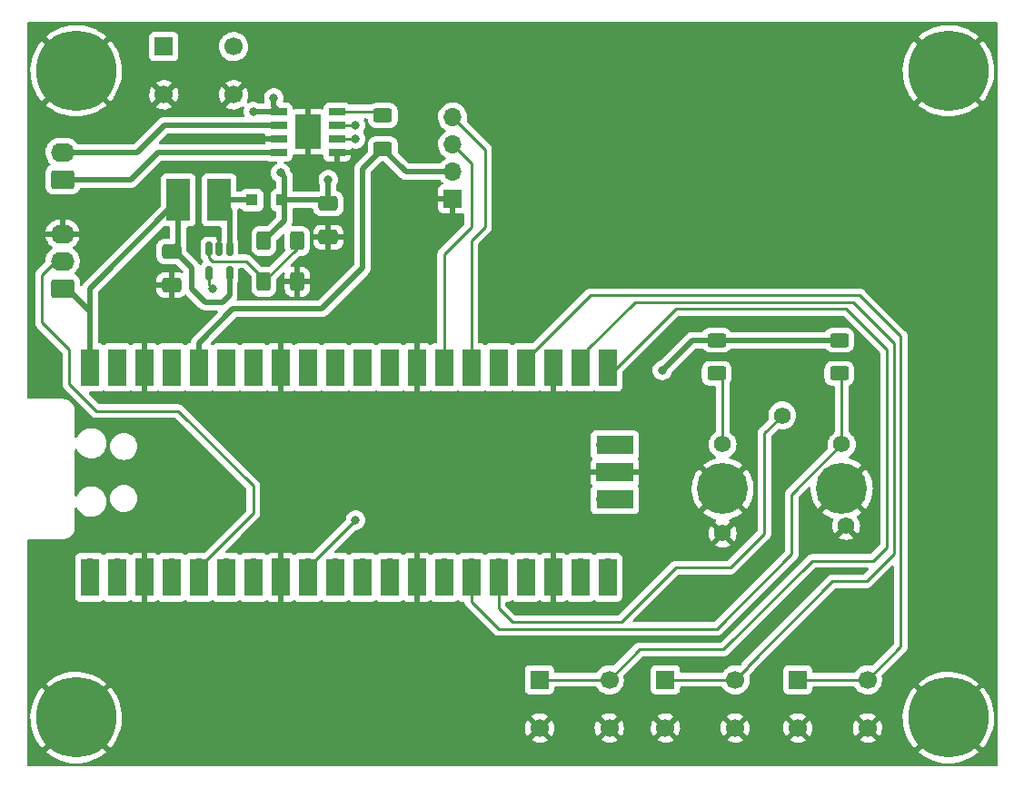
<source format=gbr>
%TF.GenerationSoftware,KiCad,Pcbnew,6.0.8-f2edbf62ab~116~ubuntu20.04.1*%
%TF.CreationDate,2022-10-13T01:59:18+02:00*%
%TF.ProjectId,Louie_for_Pico,4c6f7569-655f-4666-9f72-5f5069636f2e,rev?*%
%TF.SameCoordinates,Original*%
%TF.FileFunction,Copper,L1,Top*%
%TF.FilePolarity,Positive*%
%FSLAX46Y46*%
G04 Gerber Fmt 4.6, Leading zero omitted, Abs format (unit mm)*
G04 Created by KiCad (PCBNEW 6.0.8-f2edbf62ab~116~ubuntu20.04.1) date 2022-10-13 01:59:18*
%MOMM*%
%LPD*%
G01*
G04 APERTURE LIST*
G04 Aperture macros list*
%AMRoundRect*
0 Rectangle with rounded corners*
0 $1 Rounding radius*
0 $2 $3 $4 $5 $6 $7 $8 $9 X,Y pos of 4 corners*
0 Add a 4 corners polygon primitive as box body*
4,1,4,$2,$3,$4,$5,$6,$7,$8,$9,$2,$3,0*
0 Add four circle primitives for the rounded corners*
1,1,$1+$1,$2,$3*
1,1,$1+$1,$4,$5*
1,1,$1+$1,$6,$7*
1,1,$1+$1,$8,$9*
0 Add four rect primitives between the rounded corners*
20,1,$1+$1,$2,$3,$4,$5,0*
20,1,$1+$1,$4,$5,$6,$7,0*
20,1,$1+$1,$6,$7,$8,$9,0*
20,1,$1+$1,$8,$9,$2,$3,0*%
G04 Aperture macros list end*
%TA.AperFunction,SMDPad,CuDef*%
%ADD10RoundRect,0.250000X0.625000X-0.400000X0.625000X0.400000X-0.625000X0.400000X-0.625000X-0.400000X0*%
%TD*%
%TA.AperFunction,SMDPad,CuDef*%
%ADD11RoundRect,0.250000X-0.650000X0.412500X-0.650000X-0.412500X0.650000X-0.412500X0.650000X0.412500X0*%
%TD*%
%TA.AperFunction,ComponentPad*%
%ADD12C,1.700000*%
%TD*%
%TA.AperFunction,ComponentPad*%
%ADD13R,1.700000X1.700000*%
%TD*%
%TA.AperFunction,ComponentPad*%
%ADD14O,1.700000X1.700000*%
%TD*%
%TA.AperFunction,ComponentPad*%
%ADD15C,7.500000*%
%TD*%
%TA.AperFunction,SMDPad,CuDef*%
%ADD16RoundRect,0.250000X0.650000X-0.412500X0.650000X0.412500X-0.650000X0.412500X-0.650000X-0.412500X0*%
%TD*%
%TA.AperFunction,ComponentPad*%
%ADD17C,1.575000*%
%TD*%
%TA.AperFunction,ComponentPad*%
%ADD18C,4.755000*%
%TD*%
%TA.AperFunction,SMDPad,CuDef*%
%ADD19R,1.525000X0.650000*%
%TD*%
%TA.AperFunction,SMDPad,CuDef*%
%ADD20R,2.390000X3.200000*%
%TD*%
%TA.AperFunction,SMDPad,CuDef*%
%ADD21R,1.100000X1.100000*%
%TD*%
%TA.AperFunction,SMDPad,CuDef*%
%ADD22RoundRect,0.250000X-0.400000X-0.625000X0.400000X-0.625000X0.400000X0.625000X-0.400000X0.625000X0*%
%TD*%
%TA.AperFunction,SMDPad,CuDef*%
%ADD23R,2.200000X3.900000*%
%TD*%
%TA.AperFunction,ComponentPad*%
%ADD24RoundRect,0.250000X0.845000X-0.620000X0.845000X0.620000X-0.845000X0.620000X-0.845000X-0.620000X0*%
%TD*%
%TA.AperFunction,ComponentPad*%
%ADD25O,2.190000X1.740000*%
%TD*%
%TA.AperFunction,SMDPad,CuDef*%
%ADD26R,1.700000X3.500000*%
%TD*%
%TA.AperFunction,SMDPad,CuDef*%
%ADD27R,3.500000X1.700000*%
%TD*%
%TA.AperFunction,SMDPad,CuDef*%
%ADD28RoundRect,0.150000X-0.150000X0.512500X-0.150000X-0.512500X0.150000X-0.512500X0.150000X0.512500X0*%
%TD*%
%TA.AperFunction,ViaPad*%
%ADD29C,0.800000*%
%TD*%
%TA.AperFunction,Conductor*%
%ADD30C,0.500000*%
%TD*%
%TA.AperFunction,Conductor*%
%ADD31C,0.250000*%
%TD*%
G04 APERTURE END LIST*
D10*
%TO.P,R14,1*%
%TO.N,/ENB*%
X157480000Y-78385000D03*
%TO.P,R14,2*%
%TO.N,+5V*%
X157480000Y-75285000D03*
%TD*%
D11*
%TO.P,C2,1*%
%TO.N,+9V*%
X109855000Y-62572500D03*
%TO.P,C2,2*%
%TO.N,GND*%
X109855000Y-65697500D03*
%TD*%
D12*
%TO.P,SW3,1,1*%
%TO.N,/BTNONE*%
X136040000Y-106970000D03*
D13*
X129540000Y-106970000D03*
D12*
%TO.P,SW3,2,2*%
%TO.N,GND*%
X136040000Y-111470000D03*
X129540000Y-111470000D03*
%TD*%
D13*
%TO.P,Brd1,1,GND*%
%TO.N,GND*%
X121450000Y-62115000D03*
D14*
%TO.P,Brd1,2,VCC*%
%TO.N,+3V3*%
X121450000Y-59575000D03*
%TO.P,Brd1,3,SCL*%
%TO.N,/SCL*%
X121450000Y-57035000D03*
%TO.P,Brd1,4,SDA*%
%TO.N,/SDA*%
X121450000Y-54495000D03*
%TD*%
D15*
%TO.P,,1*%
%TO.N,GND*%
X167640000Y-50165000D03*
%TD*%
%TO.P,REF\u002A\u002A,1*%
%TO.N,GND*%
X86360000Y-50165000D03*
%TD*%
D10*
%TO.P,R13,1*%
%TO.N,/ENA*%
X146050000Y-78385000D03*
%TO.P,R13,2*%
%TO.N,+5V*%
X146050000Y-75285000D03*
%TD*%
D16*
%TO.P,C1,1*%
%TO.N,GND*%
X95250000Y-70142500D03*
%TO.P,C1,2*%
%TO.N,+5V*%
X95250000Y-67017500D03*
%TD*%
D17*
%TO.P,U3,A1,A1*%
%TO.N,/ENA*%
X146602000Y-85009000D03*
%TO.P,U3,B1,B1*%
%TO.N,/ENB*%
X157701000Y-85009000D03*
%TO.P,U3,C1,C1*%
%TO.N,GND*%
X146602000Y-93309000D03*
%TO.P,U3,D1,D1*%
X158102000Y-92609000D03*
%TO.P,U3,E1,E1*%
%TO.N,/ENSW*%
X152152000Y-82309000D03*
D18*
%TO.P,U3,MH1,MH1*%
%TO.N,GND*%
X146602000Y-89159000D03*
%TO.P,U3,MH2,MH2*%
X157701000Y-89159000D03*
%TD*%
D19*
%TO.P,IC1,1,GND*%
%TO.N,GND*%
X110662000Y-57785000D03*
%TO.P,IC1,2,IN2*%
%TO.N,/SPD2*%
X110662000Y-56515000D03*
%TO.P,IC1,3,IN1*%
%TO.N,/SPD1*%
X110662000Y-55245000D03*
%TO.P,IC1,4,VREF*%
%TO.N,Net-(IC1-Pad4)*%
X110662000Y-53975000D03*
%TO.P,IC1,5,VM*%
%TO.N,+9V*%
X105238000Y-53975000D03*
%TO.P,IC1,6,OUT1*%
%TO.N,Net-(IC1-Pad6)*%
X105238000Y-55245000D03*
%TO.P,IC1,7,RS*%
%TO.N,GND*%
X105238000Y-56515000D03*
%TO.P,IC1,8,OUT2*%
%TO.N,Net-(IC1-Pad8)*%
X105238000Y-57785000D03*
D20*
%TO.P,IC1,9,THERMAL_PAD*%
%TO.N,GND*%
X107950000Y-55880000D03*
%TD*%
D21*
%TO.P,D1,1,K*%
%TO.N,+9V*%
X105540000Y-62230000D03*
%TO.P,D1,2,A*%
%TO.N,Net-(D1-Pad2)*%
X102740000Y-62230000D03*
%TD*%
D15*
%TO.P,REF\u002A\u002A,1*%
%TO.N,GND*%
X86360000Y-110490000D03*
%TD*%
D22*
%TO.P,R1,1*%
%TO.N,+9V*%
X103860000Y-66040000D03*
%TO.P,R1,2*%
%TO.N,Net-(R1-Pad2)*%
X106960000Y-66040000D03*
%TD*%
D10*
%TO.P,R3,1*%
%TO.N,+3V3*%
X114935000Y-57430000D03*
%TO.P,R3,2*%
%TO.N,Net-(IC1-Pad4)*%
X114935000Y-54330000D03*
%TD*%
D23*
%TO.P,L1,1,1*%
%TO.N,+5V*%
X95890000Y-62230000D03*
%TO.P,L1,2,2*%
%TO.N,Net-(D1-Pad2)*%
X99690000Y-62230000D03*
%TD*%
D24*
%TO.P,J1,1,Pin_1*%
%TO.N,+5V*%
X85090000Y-70485000D03*
D25*
%TO.P,J1,2,Pin_2*%
%TO.N,/LEDdata*%
X85090000Y-67945000D03*
%TO.P,J1,3,Pin_3*%
%TO.N,GND*%
X85090000Y-65405000D03*
%TD*%
D13*
%TO.P,SW5,1,1*%
%TO.N,/BTNTHREE*%
X153595000Y-106970000D03*
D12*
X160095000Y-106970000D03*
%TO.P,SW5,2,2*%
%TO.N,GND*%
X153595000Y-111470000D03*
X160095000Y-111470000D03*
%TD*%
D14*
%TO.P,U2,1,GPIO0*%
%TO.N,unconnected-(U2-Pad1)*%
X87630000Y-96520000D03*
D26*
X87630000Y-97420000D03*
%TO.P,U2,2,GPIO1*%
%TO.N,unconnected-(U2-Pad2)*%
X90170000Y-97420000D03*
D14*
X90170000Y-96520000D03*
D13*
%TO.P,U2,3,GND*%
%TO.N,GND*%
X92710000Y-96520000D03*
D26*
X92710000Y-97420000D03*
%TO.P,U2,4,GPIO2*%
%TO.N,/STPEN*%
X95250000Y-97420000D03*
D14*
X95250000Y-96520000D03*
%TO.P,U2,5,GPIO3*%
%TO.N,/LEDdata*%
X97790000Y-96520000D03*
D26*
X97790000Y-97420000D03*
%TO.P,U2,6,GPIO4*%
%TO.N,unconnected-(U2-Pad6)*%
X100330000Y-97420000D03*
D14*
X100330000Y-96520000D03*
D26*
%TO.P,U2,7,GPIO5*%
%TO.N,unconnected-(U2-Pad7)*%
X102870000Y-97420000D03*
D14*
X102870000Y-96520000D03*
D13*
%TO.P,U2,8,GND*%
%TO.N,GND*%
X105410000Y-96520000D03*
D26*
X105410000Y-97420000D03*
%TO.P,U2,9,GPIO6*%
%TO.N,/SPD1*%
X107950000Y-97420000D03*
D14*
X107950000Y-96520000D03*
%TO.P,U2,10,GPIO7*%
%TO.N,/SPD2*%
X110490000Y-96520000D03*
D26*
X110490000Y-97420000D03*
%TO.P,U2,11,GPIO8*%
%TO.N,unconnected-(U2-Pad11)*%
X113030000Y-97420000D03*
D14*
X113030000Y-96520000D03*
%TO.P,U2,12,GPIO9*%
%TO.N,unconnected-(U2-Pad12)*%
X115570000Y-96520000D03*
D26*
X115570000Y-97420000D03*
D13*
%TO.P,U2,13,GND*%
%TO.N,GND*%
X118110000Y-96520000D03*
D26*
X118110000Y-97420000D03*
%TO.P,U2,14,GPIO10*%
%TO.N,/ENA*%
X120650000Y-97420000D03*
D14*
X120650000Y-96520000D03*
%TO.P,U2,15,GPIO11*%
%TO.N,/ENB*%
X123190000Y-96520000D03*
D26*
X123190000Y-97420000D03*
%TO.P,U2,16,GPIO12*%
%TO.N,/ENSW*%
X125730000Y-97420000D03*
D14*
X125730000Y-96520000D03*
%TO.P,U2,17,GPIO13*%
%TO.N,unconnected-(U2-Pad17)*%
X128270000Y-96520000D03*
D26*
X128270000Y-97420000D03*
D13*
%TO.P,U2,18,GND*%
%TO.N,GND*%
X130810000Y-96520000D03*
D26*
X130810000Y-97420000D03*
D14*
%TO.P,U2,19,GPIO14*%
%TO.N,unconnected-(U2-Pad19)*%
X133350000Y-96520000D03*
D26*
X133350000Y-97420000D03*
D14*
%TO.P,U2,20,GPIO15*%
%TO.N,unconnected-(U2-Pad20)*%
X135890000Y-96520000D03*
D26*
X135890000Y-97420000D03*
D14*
%TO.P,U2,21,GPIO16*%
%TO.N,/BTNONE*%
X135890000Y-78740000D03*
D26*
X135890000Y-77840000D03*
%TO.P,U2,22,GPIO17*%
%TO.N,/BTNTWO*%
X133350000Y-77840000D03*
D14*
X133350000Y-78740000D03*
D26*
%TO.P,U2,23,GND*%
%TO.N,GND*%
X130810000Y-77840000D03*
D13*
X130810000Y-78740000D03*
D26*
%TO.P,U2,24,GPIO18*%
%TO.N,/BTNTHREE*%
X128270000Y-77840000D03*
D14*
X128270000Y-78740000D03*
%TO.P,U2,25,GPIO19*%
%TO.N,unconnected-(U2-Pad25)*%
X125730000Y-78740000D03*
D26*
X125730000Y-77840000D03*
D14*
%TO.P,U2,26,GPIO20*%
%TO.N,/SDA*%
X123190000Y-78740000D03*
D26*
X123190000Y-77840000D03*
D14*
%TO.P,U2,27,GPIO21*%
%TO.N,/SCL*%
X120650000Y-78740000D03*
D26*
X120650000Y-77840000D03*
%TO.P,U2,28,GND*%
%TO.N,GND*%
X118110000Y-77840000D03*
D13*
X118110000Y-78740000D03*
D26*
%TO.P,U2,29,GPIO22*%
%TO.N,unconnected-(U2-Pad29)*%
X115570000Y-77840000D03*
D14*
X115570000Y-78740000D03*
%TO.P,U2,30,RUN*%
%TO.N,/RST*%
X113030000Y-78740000D03*
D26*
X113030000Y-77840000D03*
D14*
%TO.P,U2,31,GPIO26_ADC0*%
%TO.N,unconnected-(U2-Pad31)*%
X110490000Y-78740000D03*
D26*
X110490000Y-77840000D03*
D14*
%TO.P,U2,32,GPIO27_ADC1*%
%TO.N,unconnected-(U2-Pad32)*%
X107950000Y-78740000D03*
D26*
X107950000Y-77840000D03*
%TO.P,U2,33,AGND*%
%TO.N,GND*%
X105410000Y-77840000D03*
D13*
X105410000Y-78740000D03*
D14*
%TO.P,U2,34,GPIO28_ADC2*%
%TO.N,unconnected-(U2-Pad34)*%
X102870000Y-78740000D03*
D26*
X102870000Y-77840000D03*
D14*
%TO.P,U2,35,ADC_VREF*%
%TO.N,unconnected-(U2-Pad35)*%
X100330000Y-78740000D03*
D26*
X100330000Y-77840000D03*
D14*
%TO.P,U2,36,3V3*%
%TO.N,+3V3*%
X97790000Y-78740000D03*
D26*
X97790000Y-77840000D03*
D14*
%TO.P,U2,37,3V3_EN*%
%TO.N,unconnected-(U2-Pad37)*%
X95250000Y-78740000D03*
D26*
X95250000Y-77840000D03*
%TO.P,U2,38,GND*%
%TO.N,GND*%
X92710000Y-77840000D03*
D13*
X92710000Y-78740000D03*
D14*
%TO.P,U2,39,VSYS*%
%TO.N,unconnected-(U2-Pad39)*%
X90170000Y-78740000D03*
D26*
X90170000Y-77840000D03*
%TO.P,U2,40,VBUS*%
%TO.N,+5V*%
X87630000Y-77840000D03*
D14*
X87630000Y-78740000D03*
%TO.P,U2,41,SWCLK*%
%TO.N,unconnected-(U2-Pad41)*%
X135660000Y-90170000D03*
D27*
X136560000Y-90170000D03*
D13*
%TO.P,U2,42,GND*%
%TO.N,GND*%
X135660000Y-87630000D03*
D27*
X136560000Y-87630000D03*
%TO.P,U2,43,SWDIO*%
%TO.N,unconnected-(U2-Pad43)*%
X136560000Y-85090000D03*
D14*
X135660000Y-85090000D03*
%TD*%
D13*
%TO.P,SW4,1,1*%
%TO.N,/BTNTWO*%
X141276000Y-106970000D03*
D12*
X147776000Y-106970000D03*
%TO.P,SW4,2,2*%
%TO.N,GND*%
X147776000Y-111470000D03*
X141276000Y-111470000D03*
%TD*%
D15*
%TO.P,,1*%
%TO.N,GND*%
X167640000Y-110490000D03*
%TD*%
D28*
%TO.P,U1,1,SW*%
%TO.N,Net-(D1-Pad2)*%
X100645000Y-66807500D03*
%TO.P,U1,2,GND*%
%TO.N,GND*%
X99695000Y-66807500D03*
%TO.P,U1,3,FB*%
%TO.N,Net-(R1-Pad2)*%
X98745000Y-66807500D03*
%TO.P,U1,4,~{SHDN}*%
%TO.N,/STPEN*%
X98745000Y-69082500D03*
%TO.P,U1,5,IN*%
%TO.N,+5V*%
X100645000Y-69082500D03*
%TD*%
D22*
%TO.P,R2,1*%
%TO.N,Net-(R1-Pad2)*%
X103860000Y-69850000D03*
%TO.P,R2,2*%
%TO.N,GND*%
X106960000Y-69850000D03*
%TD*%
D24*
%TO.P,M1,1,+*%
%TO.N,Net-(IC1-Pad8)*%
X85110000Y-60325000D03*
D25*
%TO.P,M1,2,-*%
%TO.N,Net-(IC1-Pad6)*%
X85110000Y-57785000D03*
%TD*%
D13*
%TO.P,SW2,1,1*%
%TO.N,/RST*%
X94540000Y-47915000D03*
D12*
X101040000Y-47915000D03*
%TO.P,SW2,2,2*%
%TO.N,GND*%
X94540000Y-52415000D03*
X101040000Y-52415000D03*
%TD*%
D29*
%TO.N,GND*%
X102235000Y-56515000D03*
%TO.N,+5V*%
X140970000Y-78105000D03*
%TO.N,+9V*%
X105410000Y-59690000D03*
X109855000Y-60325000D03*
X102870000Y-53975000D03*
X104775000Y-52705000D03*
%TO.N,/SPD2*%
X112395000Y-56515000D03*
%TO.N,/SPD1*%
X112395000Y-92075000D03*
X112395000Y-55245000D03*
%TO.N,/STPEN*%
X99060000Y-70485000D03*
%TD*%
D30*
%TO.N,GND*%
X105238000Y-56515000D02*
X102235000Y-56515000D01*
%TO.N,+3V3*%
X113030000Y-59335000D02*
X114935000Y-57430000D01*
X121450000Y-59575000D02*
X117080000Y-59575000D01*
X109220000Y-72390000D02*
X113030000Y-68580000D01*
X100965000Y-72390000D02*
X109220000Y-72390000D01*
X97790000Y-78740000D02*
X97790000Y-75565000D01*
X97790000Y-75565000D02*
X100965000Y-72390000D01*
X113030000Y-68580000D02*
X113030000Y-59335000D01*
X117080000Y-59575000D02*
X114935000Y-57430000D01*
D31*
%TO.N,/SCL*%
X123190000Y-58775000D02*
X121450000Y-57035000D01*
X120650000Y-67310000D02*
X123190000Y-64770000D01*
X120650000Y-78740000D02*
X120650000Y-67310000D01*
X123190000Y-64770000D02*
X123190000Y-58775000D01*
%TO.N,/SDA*%
X123190000Y-78740000D02*
X123190000Y-66040000D01*
X124460000Y-57505000D02*
X121450000Y-54495000D01*
X123190000Y-66040000D02*
X124460000Y-64770000D01*
X124460000Y-64770000D02*
X124460000Y-57505000D01*
D30*
%TO.N,+5V*%
X100645000Y-71125000D02*
X100645000Y-69082500D01*
X87630000Y-70490000D02*
X87630000Y-72390000D01*
X87630000Y-78740000D02*
X87630000Y-72390000D01*
X97155000Y-70485000D02*
X98425000Y-71755000D01*
X95890000Y-62230000D02*
X87630000Y-70490000D01*
X85538238Y-70485000D02*
X85090000Y-70485000D01*
X95250000Y-67017500D02*
X95592500Y-67017500D01*
X98425000Y-71755000D02*
X100015000Y-71755000D01*
X95592500Y-67017500D02*
X97155000Y-68580000D01*
X97155000Y-68580000D02*
X97155000Y-70485000D01*
X87630000Y-72576762D02*
X85538238Y-70485000D01*
X140970000Y-78105000D02*
X143790000Y-75285000D01*
X95250000Y-67017500D02*
X95890000Y-66377500D01*
X87630000Y-78740000D02*
X87630000Y-72576762D01*
X146050000Y-75285000D02*
X157480000Y-75285000D01*
X95890000Y-66377500D02*
X95890000Y-62230000D01*
X143790000Y-75285000D02*
X146050000Y-75285000D01*
X100015000Y-71755000D02*
X100645000Y-71125000D01*
%TO.N,+9V*%
X105790000Y-62230000D02*
X109512500Y-62230000D01*
X104775000Y-52705000D02*
X104775000Y-53512000D01*
X102870000Y-53975000D02*
X105238000Y-53975000D01*
X104775000Y-53512000D02*
X105238000Y-53975000D01*
X109512500Y-62230000D02*
X109855000Y-62572500D01*
X105790000Y-60070000D02*
X105410000Y-59690000D01*
X109855000Y-60325000D02*
X109855000Y-62572500D01*
X105790000Y-62230000D02*
X105790000Y-64110000D01*
X105790000Y-64110000D02*
X103860000Y-66040000D01*
X105790000Y-62230000D02*
X105790000Y-60070000D01*
%TO.N,Net-(D1-Pad2)*%
X99690000Y-62230000D02*
X102490000Y-62230000D01*
X100645000Y-63185000D02*
X99690000Y-62230000D01*
X100645000Y-66807500D02*
X100645000Y-63185000D01*
D31*
%TO.N,/SPD2*%
X110662000Y-56515000D02*
X112395000Y-56515000D01*
%TO.N,/SPD1*%
X112395000Y-92075000D02*
X107950000Y-96520000D01*
X110662000Y-55245000D02*
X112395000Y-55245000D01*
%TO.N,Net-(IC1-Pad4)*%
X114935000Y-54330000D02*
X114580000Y-53975000D01*
X114580000Y-53975000D02*
X110662000Y-53975000D01*
%TO.N,/LEDdata*%
X95885000Y-81915000D02*
X88265000Y-81915000D01*
X83185000Y-69215000D02*
X84455000Y-67945000D01*
X83185000Y-73660000D02*
X83185000Y-69215000D01*
X102870000Y-88900000D02*
X95885000Y-81915000D01*
X85725000Y-76200000D02*
X83185000Y-73660000D01*
X85725000Y-79375000D02*
X85725000Y-76200000D01*
X102870000Y-91440000D02*
X102870000Y-88900000D01*
X84455000Y-67945000D02*
X85090000Y-67945000D01*
X88265000Y-81915000D02*
X85725000Y-79375000D01*
X97790000Y-96520000D02*
X102870000Y-91440000D01*
%TO.N,Net-(R1-Pad2)*%
X102235000Y-67945000D02*
X103860000Y-69570000D01*
X98745000Y-66807500D02*
X98745000Y-67630000D01*
X103860000Y-69570000D02*
X103860000Y-69850000D01*
X106960000Y-66750000D02*
X103860000Y-69850000D01*
X99060000Y-67945000D02*
X102235000Y-67945000D01*
X106960000Y-66040000D02*
X106960000Y-66750000D01*
X98745000Y-67630000D02*
X99060000Y-67945000D01*
%TO.N,/ENA*%
X146602000Y-78937000D02*
X146050000Y-78385000D01*
X146602000Y-85009000D02*
X146602000Y-78937000D01*
%TO.N,/ENB*%
X157701000Y-85009000D02*
X157701000Y-77971000D01*
X125730000Y-102235000D02*
X146051396Y-102235000D01*
X123190000Y-96520000D02*
X123190000Y-99695000D01*
X153035698Y-95250698D02*
X153035000Y-95250000D01*
X123190000Y-99695000D02*
X125730000Y-102235000D01*
X153035000Y-95250000D02*
X153035000Y-89675000D01*
X153035000Y-89675000D02*
X157701000Y-85009000D01*
X146051396Y-102235000D02*
X153035698Y-95250698D01*
%TO.N,/BTNONE*%
X161925000Y-94615000D02*
X161925000Y-76200000D01*
X142240000Y-72390000D02*
X135890000Y-78740000D01*
X161925000Y-76200000D02*
X158115000Y-72390000D01*
X136040000Y-106970000D02*
X138870000Y-104140000D01*
X138870000Y-104140000D02*
X146685000Y-104140000D01*
X158115000Y-72390000D02*
X142240000Y-72390000D01*
X154940000Y-95885000D02*
X160655000Y-95885000D01*
X146685000Y-104140000D02*
X154940000Y-95885000D01*
X129540000Y-106970000D02*
X136040000Y-106970000D01*
X160655000Y-95885000D02*
X161925000Y-94615000D01*
%TO.N,/BTNTWO*%
X156845000Y-97790000D02*
X160020000Y-97790000D01*
X148951000Y-105684000D02*
X156845000Y-97790000D01*
X162560000Y-95250000D02*
X162560000Y-75565000D01*
X162560000Y-75565000D02*
X158750000Y-71755000D01*
X148951000Y-105795000D02*
X148951000Y-105684000D01*
X147776000Y-106970000D02*
X141276000Y-106970000D01*
X147776000Y-106970000D02*
X148951000Y-105795000D01*
X158750000Y-71755000D02*
X138430000Y-71755000D01*
X160020000Y-97790000D02*
X162560000Y-95250000D01*
X138430000Y-71755000D02*
X133985000Y-76200000D01*
%TO.N,/BTNTHREE*%
X163195000Y-103870000D02*
X160095000Y-106970000D01*
X159385000Y-71120000D02*
X163195000Y-74930000D01*
X128270000Y-78740000D02*
X128270000Y-77130000D01*
X134280000Y-71120000D02*
X159385000Y-71120000D01*
X160095000Y-106970000D02*
X153595000Y-106970000D01*
X128270000Y-77130000D02*
X134280000Y-71120000D01*
X163195000Y-74930000D02*
X163195000Y-103870000D01*
%TO.N,/STPEN*%
X98745000Y-70170000D02*
X99060000Y-70485000D01*
X98745000Y-69082500D02*
X98745000Y-70170000D01*
%TO.N,/ENSW*%
X127000000Y-101600000D02*
X137160000Y-101600000D01*
X147320000Y-96520000D02*
X150495000Y-93345000D01*
X137160000Y-101600000D02*
X142240000Y-96520000D01*
X150495000Y-83966000D02*
X152152000Y-82309000D01*
X125730000Y-100330000D02*
X127000000Y-101600000D01*
X142240000Y-96520000D02*
X147320000Y-96520000D01*
X125730000Y-96520000D02*
X125730000Y-100330000D01*
X150495000Y-93345000D02*
X150495000Y-83966000D01*
D30*
%TO.N,Net-(IC1-Pad6)*%
X85110000Y-57785000D02*
X92075000Y-57785000D01*
X92075000Y-57785000D02*
X94615000Y-55245000D01*
X94615000Y-55245000D02*
X105238000Y-55245000D01*
%TO.N,Net-(IC1-Pad8)*%
X85110000Y-60325000D02*
X91440000Y-60325000D01*
X93980000Y-57785000D02*
X105238000Y-57785000D01*
X91440000Y-60325000D02*
X93980000Y-57785000D01*
%TD*%
%TA.AperFunction,Conductor*%
%TO.N,GND*%
G36*
X172055018Y-45595000D02*
G01*
X172069853Y-45597310D01*
X172069855Y-45597310D01*
X172078724Y-45598691D01*
X172084508Y-45597935D01*
X172150868Y-45618307D01*
X172196700Y-45672528D01*
X172205165Y-45713873D01*
X172206309Y-45713723D01*
X172206309Y-45713724D01*
X172206329Y-45713873D01*
X172210436Y-45745283D01*
X172211500Y-45761621D01*
X172211500Y-114885633D01*
X172210000Y-114905018D01*
X172206309Y-114928724D01*
X172207065Y-114934508D01*
X172186693Y-115000868D01*
X172132472Y-115046700D01*
X172091127Y-115055165D01*
X172091277Y-115056309D01*
X172091276Y-115056309D01*
X172059714Y-115060436D01*
X172043379Y-115061500D01*
X81964367Y-115061500D01*
X81944982Y-115060000D01*
X81930148Y-115057690D01*
X81930145Y-115057690D01*
X81921276Y-115056309D01*
X81916065Y-115056990D01*
X81849984Y-115036706D01*
X81804150Y-114982486D01*
X81793671Y-114939778D01*
X81793729Y-114935000D01*
X81789773Y-114907376D01*
X81788500Y-114889514D01*
X81788500Y-113676434D01*
X83538921Y-113676434D01*
X83545708Y-113686135D01*
X83745023Y-113856365D01*
X83749709Y-113860000D01*
X84073442Y-114087523D01*
X84078432Y-114090690D01*
X84422141Y-114286739D01*
X84427422Y-114289429D01*
X84788053Y-114452260D01*
X84793544Y-114454434D01*
X85167906Y-114582607D01*
X85173590Y-114584259D01*
X85558347Y-114676631D01*
X85564162Y-114677740D01*
X85955889Y-114733490D01*
X85961802Y-114734049D01*
X86357031Y-114752688D01*
X86362969Y-114752688D01*
X86758198Y-114734049D01*
X86764111Y-114733490D01*
X87155838Y-114677740D01*
X87161653Y-114676631D01*
X87546410Y-114584259D01*
X87552094Y-114582607D01*
X87926456Y-114454434D01*
X87931947Y-114452260D01*
X88292578Y-114289429D01*
X88297859Y-114286739D01*
X88641568Y-114090690D01*
X88646558Y-114087523D01*
X88970291Y-113860000D01*
X88974977Y-113856365D01*
X89172722Y-113687476D01*
X89179930Y-113676434D01*
X164818921Y-113676434D01*
X164825708Y-113686135D01*
X165025023Y-113856365D01*
X165029709Y-113860000D01*
X165353442Y-114087523D01*
X165358432Y-114090690D01*
X165702141Y-114286739D01*
X165707422Y-114289429D01*
X166068053Y-114452260D01*
X166073544Y-114454434D01*
X166447906Y-114582607D01*
X166453590Y-114584259D01*
X166838347Y-114676631D01*
X166844162Y-114677740D01*
X167235889Y-114733490D01*
X167241802Y-114734049D01*
X167637031Y-114752688D01*
X167642969Y-114752688D01*
X168038198Y-114734049D01*
X168044111Y-114733490D01*
X168435838Y-114677740D01*
X168441653Y-114676631D01*
X168826410Y-114584259D01*
X168832094Y-114582607D01*
X169206456Y-114454434D01*
X169211947Y-114452260D01*
X169572578Y-114289429D01*
X169577859Y-114286739D01*
X169921568Y-114090690D01*
X169926558Y-114087523D01*
X170250291Y-113860000D01*
X170254977Y-113856365D01*
X170452722Y-113687476D01*
X170461152Y-113674562D01*
X170455145Y-113664355D01*
X167652812Y-110862022D01*
X167638868Y-110854408D01*
X167637035Y-110854539D01*
X167630420Y-110858790D01*
X164826313Y-113662897D01*
X164818921Y-113676434D01*
X89179930Y-113676434D01*
X89181152Y-113674562D01*
X89175145Y-113664355D01*
X86372812Y-110862022D01*
X86358868Y-110854408D01*
X86357035Y-110854539D01*
X86350420Y-110858790D01*
X83546313Y-113662897D01*
X83538921Y-113676434D01*
X81788500Y-113676434D01*
X81788500Y-110359073D01*
X82099322Y-110359073D01*
X82105537Y-110754679D01*
X82105911Y-110760629D01*
X82149327Y-111153895D01*
X82150257Y-111159766D01*
X82230494Y-111547212D01*
X82231970Y-111552960D01*
X82348316Y-111931151D01*
X82350320Y-111936716D01*
X82501745Y-112302288D01*
X82504267Y-112307647D01*
X82689411Y-112657323D01*
X82692436Y-112662440D01*
X82909669Y-112993144D01*
X82913159Y-112997947D01*
X83160292Y-113306420D01*
X83173130Y-113313694D01*
X83174439Y-113313621D01*
X83181852Y-113308938D01*
X85987978Y-110502812D01*
X85994356Y-110491132D01*
X86724408Y-110491132D01*
X86724539Y-110492965D01*
X86728790Y-110499580D01*
X89535271Y-113306061D01*
X89549215Y-113313675D01*
X89550524Y-113313582D01*
X89557360Y-113309112D01*
X89559454Y-113306737D01*
X89806841Y-112997947D01*
X89810331Y-112993144D01*
X90027564Y-112662440D01*
X90030589Y-112657323D01*
X90063665Y-112594853D01*
X128779977Y-112594853D01*
X128785258Y-112601907D01*
X128946756Y-112696279D01*
X128956042Y-112700729D01*
X129155001Y-112776703D01*
X129164899Y-112779579D01*
X129373595Y-112822038D01*
X129383823Y-112823257D01*
X129596650Y-112831062D01*
X129606936Y-112830595D01*
X129818185Y-112803534D01*
X129828262Y-112801392D01*
X130032255Y-112740191D01*
X130041842Y-112736433D01*
X130233098Y-112642738D01*
X130241944Y-112637465D01*
X130289247Y-112603723D01*
X130296211Y-112594853D01*
X135279977Y-112594853D01*
X135285258Y-112601907D01*
X135446756Y-112696279D01*
X135456042Y-112700729D01*
X135655001Y-112776703D01*
X135664899Y-112779579D01*
X135873595Y-112822038D01*
X135883823Y-112823257D01*
X136096650Y-112831062D01*
X136106936Y-112830595D01*
X136318185Y-112803534D01*
X136328262Y-112801392D01*
X136532255Y-112740191D01*
X136541842Y-112736433D01*
X136733098Y-112642738D01*
X136741944Y-112637465D01*
X136789247Y-112603723D01*
X136796211Y-112594853D01*
X140515977Y-112594853D01*
X140521258Y-112601907D01*
X140682756Y-112696279D01*
X140692042Y-112700729D01*
X140891001Y-112776703D01*
X140900899Y-112779579D01*
X141109595Y-112822038D01*
X141119823Y-112823257D01*
X141332650Y-112831062D01*
X141342936Y-112830595D01*
X141554185Y-112803534D01*
X141564262Y-112801392D01*
X141768255Y-112740191D01*
X141777842Y-112736433D01*
X141969098Y-112642738D01*
X141977944Y-112637465D01*
X142025247Y-112603723D01*
X142032211Y-112594853D01*
X147015977Y-112594853D01*
X147021258Y-112601907D01*
X147182756Y-112696279D01*
X147192042Y-112700729D01*
X147391001Y-112776703D01*
X147400899Y-112779579D01*
X147609595Y-112822038D01*
X147619823Y-112823257D01*
X147832650Y-112831062D01*
X147842936Y-112830595D01*
X148054185Y-112803534D01*
X148064262Y-112801392D01*
X148268255Y-112740191D01*
X148277842Y-112736433D01*
X148469098Y-112642738D01*
X148477944Y-112637465D01*
X148525247Y-112603723D01*
X148532211Y-112594853D01*
X152834977Y-112594853D01*
X152840258Y-112601907D01*
X153001756Y-112696279D01*
X153011042Y-112700729D01*
X153210001Y-112776703D01*
X153219899Y-112779579D01*
X153428595Y-112822038D01*
X153438823Y-112823257D01*
X153651650Y-112831062D01*
X153661936Y-112830595D01*
X153873185Y-112803534D01*
X153883262Y-112801392D01*
X154087255Y-112740191D01*
X154096842Y-112736433D01*
X154288098Y-112642738D01*
X154296944Y-112637465D01*
X154344247Y-112603723D01*
X154351211Y-112594853D01*
X159334977Y-112594853D01*
X159340258Y-112601907D01*
X159501756Y-112696279D01*
X159511042Y-112700729D01*
X159710001Y-112776703D01*
X159719899Y-112779579D01*
X159928595Y-112822038D01*
X159938823Y-112823257D01*
X160151650Y-112831062D01*
X160161936Y-112830595D01*
X160373185Y-112803534D01*
X160383262Y-112801392D01*
X160587255Y-112740191D01*
X160596842Y-112736433D01*
X160788098Y-112642738D01*
X160796944Y-112637465D01*
X160844247Y-112603723D01*
X160852648Y-112593023D01*
X160845660Y-112579870D01*
X160107812Y-111842022D01*
X160093868Y-111834408D01*
X160092035Y-111834539D01*
X160085420Y-111838790D01*
X159341737Y-112582473D01*
X159334977Y-112594853D01*
X154351211Y-112594853D01*
X154352648Y-112593023D01*
X154345660Y-112579870D01*
X153607812Y-111842022D01*
X153593868Y-111834408D01*
X153592035Y-111834539D01*
X153585420Y-111838790D01*
X152841737Y-112582473D01*
X152834977Y-112594853D01*
X148532211Y-112594853D01*
X148533648Y-112593023D01*
X148526660Y-112579870D01*
X147788812Y-111842022D01*
X147774868Y-111834408D01*
X147773035Y-111834539D01*
X147766420Y-111838790D01*
X147022737Y-112582473D01*
X147015977Y-112594853D01*
X142032211Y-112594853D01*
X142033648Y-112593023D01*
X142026660Y-112579870D01*
X141288812Y-111842022D01*
X141274868Y-111834408D01*
X141273035Y-111834539D01*
X141266420Y-111838790D01*
X140522737Y-112582473D01*
X140515977Y-112594853D01*
X136796211Y-112594853D01*
X136797648Y-112593023D01*
X136790660Y-112579870D01*
X136052812Y-111842022D01*
X136038868Y-111834408D01*
X136037035Y-111834539D01*
X136030420Y-111838790D01*
X135286737Y-112582473D01*
X135279977Y-112594853D01*
X130296211Y-112594853D01*
X130297648Y-112593023D01*
X130290660Y-112579870D01*
X129552812Y-111842022D01*
X129538868Y-111834408D01*
X129537035Y-111834539D01*
X129530420Y-111838790D01*
X128786737Y-112582473D01*
X128779977Y-112594853D01*
X90063665Y-112594853D01*
X90215733Y-112307647D01*
X90218255Y-112302288D01*
X90369680Y-111936716D01*
X90371684Y-111931151D01*
X90488030Y-111552960D01*
X90489506Y-111547212D01*
X90511323Y-111441863D01*
X128178050Y-111441863D01*
X128190309Y-111654477D01*
X128191745Y-111664697D01*
X128238565Y-111872446D01*
X128241645Y-111882275D01*
X128321770Y-112079603D01*
X128326413Y-112088794D01*
X128406460Y-112219420D01*
X128416916Y-112228880D01*
X128425694Y-112225096D01*
X129167978Y-111482812D01*
X129174356Y-111471132D01*
X129904408Y-111471132D01*
X129904539Y-111472965D01*
X129908790Y-111479580D01*
X130650474Y-112221264D01*
X130662484Y-112227823D01*
X130674223Y-112218855D01*
X130705004Y-112176019D01*
X130710315Y-112167180D01*
X130804670Y-111976267D01*
X130808469Y-111966672D01*
X130870376Y-111762915D01*
X130872555Y-111752834D01*
X130900590Y-111539887D01*
X130901109Y-111533212D01*
X130902572Y-111473364D01*
X130902378Y-111466646D01*
X130900341Y-111441863D01*
X134678050Y-111441863D01*
X134690309Y-111654477D01*
X134691745Y-111664697D01*
X134738565Y-111872446D01*
X134741645Y-111882275D01*
X134821770Y-112079603D01*
X134826413Y-112088794D01*
X134906460Y-112219420D01*
X134916916Y-112228880D01*
X134925694Y-112225096D01*
X135667978Y-111482812D01*
X135674356Y-111471132D01*
X136404408Y-111471132D01*
X136404539Y-111472965D01*
X136408790Y-111479580D01*
X137150474Y-112221264D01*
X137162484Y-112227823D01*
X137174223Y-112218855D01*
X137205004Y-112176019D01*
X137210315Y-112167180D01*
X137304670Y-111976267D01*
X137308469Y-111966672D01*
X137370376Y-111762915D01*
X137372555Y-111752834D01*
X137400590Y-111539887D01*
X137401109Y-111533212D01*
X137402572Y-111473364D01*
X137402378Y-111466646D01*
X137400341Y-111441863D01*
X139914050Y-111441863D01*
X139926309Y-111654477D01*
X139927745Y-111664697D01*
X139974565Y-111872446D01*
X139977645Y-111882275D01*
X140057770Y-112079603D01*
X140062413Y-112088794D01*
X140142460Y-112219420D01*
X140152916Y-112228880D01*
X140161694Y-112225096D01*
X140903978Y-111482812D01*
X140910356Y-111471132D01*
X141640408Y-111471132D01*
X141640539Y-111472965D01*
X141644790Y-111479580D01*
X142386474Y-112221264D01*
X142398484Y-112227823D01*
X142410223Y-112218855D01*
X142441004Y-112176019D01*
X142446315Y-112167180D01*
X142540670Y-111976267D01*
X142544469Y-111966672D01*
X142606376Y-111762915D01*
X142608555Y-111752834D01*
X142636590Y-111539887D01*
X142637109Y-111533212D01*
X142638572Y-111473364D01*
X142638378Y-111466646D01*
X142636341Y-111441863D01*
X146414050Y-111441863D01*
X146426309Y-111654477D01*
X146427745Y-111664697D01*
X146474565Y-111872446D01*
X146477645Y-111882275D01*
X146557770Y-112079603D01*
X146562413Y-112088794D01*
X146642460Y-112219420D01*
X146652916Y-112228880D01*
X146661694Y-112225096D01*
X147403978Y-111482812D01*
X147410356Y-111471132D01*
X148140408Y-111471132D01*
X148140539Y-111472965D01*
X148144790Y-111479580D01*
X148886474Y-112221264D01*
X148898484Y-112227823D01*
X148910223Y-112218855D01*
X148941004Y-112176019D01*
X148946315Y-112167180D01*
X149040670Y-111976267D01*
X149044469Y-111966672D01*
X149106376Y-111762915D01*
X149108555Y-111752834D01*
X149136590Y-111539887D01*
X149137109Y-111533212D01*
X149138572Y-111473364D01*
X149138378Y-111466646D01*
X149136341Y-111441863D01*
X152233050Y-111441863D01*
X152245309Y-111654477D01*
X152246745Y-111664697D01*
X152293565Y-111872446D01*
X152296645Y-111882275D01*
X152376770Y-112079603D01*
X152381413Y-112088794D01*
X152461460Y-112219420D01*
X152471916Y-112228880D01*
X152480694Y-112225096D01*
X153222978Y-111482812D01*
X153229356Y-111471132D01*
X153959408Y-111471132D01*
X153959539Y-111472965D01*
X153963790Y-111479580D01*
X154705474Y-112221264D01*
X154717484Y-112227823D01*
X154729223Y-112218855D01*
X154760004Y-112176019D01*
X154765315Y-112167180D01*
X154859670Y-111976267D01*
X154863469Y-111966672D01*
X154925376Y-111762915D01*
X154927555Y-111752834D01*
X154955590Y-111539887D01*
X154956109Y-111533212D01*
X154957572Y-111473364D01*
X154957378Y-111466646D01*
X154955341Y-111441863D01*
X158733050Y-111441863D01*
X158745309Y-111654477D01*
X158746745Y-111664697D01*
X158793565Y-111872446D01*
X158796645Y-111882275D01*
X158876770Y-112079603D01*
X158881413Y-112088794D01*
X158961460Y-112219420D01*
X158971916Y-112228880D01*
X158980694Y-112225096D01*
X159722978Y-111482812D01*
X159729356Y-111471132D01*
X160459408Y-111471132D01*
X160459539Y-111472965D01*
X160463790Y-111479580D01*
X161205474Y-112221264D01*
X161217484Y-112227823D01*
X161229223Y-112218855D01*
X161260004Y-112176019D01*
X161265315Y-112167180D01*
X161359670Y-111976267D01*
X161363469Y-111966672D01*
X161425376Y-111762915D01*
X161427555Y-111752834D01*
X161455590Y-111539887D01*
X161456109Y-111533212D01*
X161457572Y-111473364D01*
X161457378Y-111466646D01*
X161439781Y-111252604D01*
X161438096Y-111242424D01*
X161386214Y-111035875D01*
X161382894Y-111026124D01*
X161297972Y-110830814D01*
X161293105Y-110821739D01*
X161228063Y-110721197D01*
X161217377Y-110711995D01*
X161207812Y-110716398D01*
X160467022Y-111457188D01*
X160459408Y-111471132D01*
X159729356Y-111471132D01*
X159730592Y-111468868D01*
X159730461Y-111467035D01*
X159726210Y-111460420D01*
X158984849Y-110719059D01*
X158973313Y-110712759D01*
X158961031Y-110722382D01*
X158913089Y-110792662D01*
X158908004Y-110801613D01*
X158818338Y-110994783D01*
X158814775Y-111004470D01*
X158757864Y-111209681D01*
X158755933Y-111219800D01*
X158733302Y-111431574D01*
X158733050Y-111441863D01*
X154955341Y-111441863D01*
X154939781Y-111252604D01*
X154938096Y-111242424D01*
X154886214Y-111035875D01*
X154882894Y-111026124D01*
X154797972Y-110830814D01*
X154793105Y-110821739D01*
X154728063Y-110721197D01*
X154717377Y-110711995D01*
X154707812Y-110716398D01*
X153967022Y-111457188D01*
X153959408Y-111471132D01*
X153229356Y-111471132D01*
X153230592Y-111468868D01*
X153230461Y-111467035D01*
X153226210Y-111460420D01*
X152484849Y-110719059D01*
X152473313Y-110712759D01*
X152461031Y-110722382D01*
X152413089Y-110792662D01*
X152408004Y-110801613D01*
X152318338Y-110994783D01*
X152314775Y-111004470D01*
X152257864Y-111209681D01*
X152255933Y-111219800D01*
X152233302Y-111431574D01*
X152233050Y-111441863D01*
X149136341Y-111441863D01*
X149120781Y-111252604D01*
X149119096Y-111242424D01*
X149067214Y-111035875D01*
X149063894Y-111026124D01*
X148978972Y-110830814D01*
X148974105Y-110821739D01*
X148909063Y-110721197D01*
X148898377Y-110711995D01*
X148888812Y-110716398D01*
X148148022Y-111457188D01*
X148140408Y-111471132D01*
X147410356Y-111471132D01*
X147411592Y-111468868D01*
X147411461Y-111467035D01*
X147407210Y-111460420D01*
X146665849Y-110719059D01*
X146654313Y-110712759D01*
X146642031Y-110722382D01*
X146594089Y-110792662D01*
X146589004Y-110801613D01*
X146499338Y-110994783D01*
X146495775Y-111004470D01*
X146438864Y-111209681D01*
X146436933Y-111219800D01*
X146414302Y-111431574D01*
X146414050Y-111441863D01*
X142636341Y-111441863D01*
X142620781Y-111252604D01*
X142619096Y-111242424D01*
X142567214Y-111035875D01*
X142563894Y-111026124D01*
X142478972Y-110830814D01*
X142474105Y-110821739D01*
X142409063Y-110721197D01*
X142398377Y-110711995D01*
X142388812Y-110716398D01*
X141648022Y-111457188D01*
X141640408Y-111471132D01*
X140910356Y-111471132D01*
X140911592Y-111468868D01*
X140911461Y-111467035D01*
X140907210Y-111460420D01*
X140165849Y-110719059D01*
X140154313Y-110712759D01*
X140142031Y-110722382D01*
X140094089Y-110792662D01*
X140089004Y-110801613D01*
X139999338Y-110994783D01*
X139995775Y-111004470D01*
X139938864Y-111209681D01*
X139936933Y-111219800D01*
X139914302Y-111431574D01*
X139914050Y-111441863D01*
X137400341Y-111441863D01*
X137384781Y-111252604D01*
X137383096Y-111242424D01*
X137331214Y-111035875D01*
X137327894Y-111026124D01*
X137242972Y-110830814D01*
X137238105Y-110821739D01*
X137173063Y-110721197D01*
X137162377Y-110711995D01*
X137152812Y-110716398D01*
X136412022Y-111457188D01*
X136404408Y-111471132D01*
X135674356Y-111471132D01*
X135675592Y-111468868D01*
X135675461Y-111467035D01*
X135671210Y-111460420D01*
X134929849Y-110719059D01*
X134918313Y-110712759D01*
X134906031Y-110722382D01*
X134858089Y-110792662D01*
X134853004Y-110801613D01*
X134763338Y-110994783D01*
X134759775Y-111004470D01*
X134702864Y-111209681D01*
X134700933Y-111219800D01*
X134678302Y-111431574D01*
X134678050Y-111441863D01*
X130900341Y-111441863D01*
X130884781Y-111252604D01*
X130883096Y-111242424D01*
X130831214Y-111035875D01*
X130827894Y-111026124D01*
X130742972Y-110830814D01*
X130738105Y-110821739D01*
X130673063Y-110721197D01*
X130662377Y-110711995D01*
X130652812Y-110716398D01*
X129912022Y-111457188D01*
X129904408Y-111471132D01*
X129174356Y-111471132D01*
X129175592Y-111468868D01*
X129175461Y-111467035D01*
X129171210Y-111460420D01*
X128429849Y-110719059D01*
X128418313Y-110712759D01*
X128406031Y-110722382D01*
X128358089Y-110792662D01*
X128353004Y-110801613D01*
X128263338Y-110994783D01*
X128259775Y-111004470D01*
X128202864Y-111209681D01*
X128200933Y-111219800D01*
X128178302Y-111431574D01*
X128178050Y-111441863D01*
X90511323Y-111441863D01*
X90569743Y-111159766D01*
X90570673Y-111153895D01*
X90614145Y-110760124D01*
X90614494Y-110755196D01*
X90622750Y-110492468D01*
X90622711Y-110487530D01*
X90616057Y-110346427D01*
X128781223Y-110346427D01*
X128787968Y-110358758D01*
X129527188Y-111097978D01*
X129541132Y-111105592D01*
X129542965Y-111105461D01*
X129549580Y-111101210D01*
X130293389Y-110357401D01*
X130299382Y-110346427D01*
X135281223Y-110346427D01*
X135287968Y-110358758D01*
X136027188Y-111097978D01*
X136041132Y-111105592D01*
X136042965Y-111105461D01*
X136049580Y-111101210D01*
X136793389Y-110357401D01*
X136799382Y-110346427D01*
X140517223Y-110346427D01*
X140523968Y-110358758D01*
X141263188Y-111097978D01*
X141277132Y-111105592D01*
X141278965Y-111105461D01*
X141285580Y-111101210D01*
X142029389Y-110357401D01*
X142035382Y-110346427D01*
X147017223Y-110346427D01*
X147023968Y-110358758D01*
X147763188Y-111097978D01*
X147777132Y-111105592D01*
X147778965Y-111105461D01*
X147785580Y-111101210D01*
X148529389Y-110357401D01*
X148535382Y-110346427D01*
X152836223Y-110346427D01*
X152842968Y-110358758D01*
X153582188Y-111097978D01*
X153596132Y-111105592D01*
X153597965Y-111105461D01*
X153604580Y-111101210D01*
X154348389Y-110357401D01*
X154354382Y-110346427D01*
X159336223Y-110346427D01*
X159342968Y-110358758D01*
X160082188Y-111097978D01*
X160096132Y-111105592D01*
X160097965Y-111105461D01*
X160104580Y-111101210D01*
X160846717Y-110359073D01*
X163379322Y-110359073D01*
X163385537Y-110754679D01*
X163385911Y-110760629D01*
X163429327Y-111153895D01*
X163430257Y-111159766D01*
X163510494Y-111547212D01*
X163511970Y-111552960D01*
X163628316Y-111931151D01*
X163630320Y-111936716D01*
X163781745Y-112302288D01*
X163784267Y-112307647D01*
X163969411Y-112657323D01*
X163972436Y-112662440D01*
X164189669Y-112993144D01*
X164193159Y-112997947D01*
X164440292Y-113306420D01*
X164453130Y-113313694D01*
X164454439Y-113313621D01*
X164461852Y-113308938D01*
X167267978Y-110502812D01*
X167274356Y-110491132D01*
X168004408Y-110491132D01*
X168004539Y-110492965D01*
X168008790Y-110499580D01*
X170815271Y-113306061D01*
X170829215Y-113313675D01*
X170830524Y-113313582D01*
X170837360Y-113309112D01*
X170839454Y-113306737D01*
X171086841Y-112997947D01*
X171090331Y-112993144D01*
X171307564Y-112662440D01*
X171310589Y-112657323D01*
X171495733Y-112307647D01*
X171498255Y-112302288D01*
X171649680Y-111936716D01*
X171651684Y-111931151D01*
X171768030Y-111552960D01*
X171769506Y-111547212D01*
X171849743Y-111159766D01*
X171850673Y-111153895D01*
X171894145Y-110760124D01*
X171894494Y-110755196D01*
X171902750Y-110492468D01*
X171902711Y-110487530D01*
X171884049Y-110091802D01*
X171883490Y-110085889D01*
X171827740Y-109694162D01*
X171826631Y-109688347D01*
X171734259Y-109303590D01*
X171732607Y-109297906D01*
X171604434Y-108923544D01*
X171602260Y-108918053D01*
X171439429Y-108557422D01*
X171436739Y-108552141D01*
X171240690Y-108208432D01*
X171237523Y-108203442D01*
X171010000Y-107879709D01*
X171006365Y-107875023D01*
X170837476Y-107677278D01*
X170824562Y-107668848D01*
X170814355Y-107674855D01*
X168012022Y-110477188D01*
X168004408Y-110491132D01*
X167274356Y-110491132D01*
X167275592Y-110488868D01*
X167275461Y-110487035D01*
X167271210Y-110480420D01*
X164467402Y-107676612D01*
X164453458Y-107668998D01*
X164453205Y-107669016D01*
X164444463Y-107674930D01*
X164357436Y-107770572D01*
X164353649Y-107775150D01*
X164116088Y-108091551D01*
X164112744Y-108096471D01*
X163906001Y-108433845D01*
X163903153Y-108439025D01*
X163729072Y-108794370D01*
X163726723Y-108799797D01*
X163586858Y-109169939D01*
X163585026Y-109175578D01*
X163480622Y-109557215D01*
X163479323Y-109563028D01*
X163411295Y-109952811D01*
X163410554Y-109958674D01*
X163379507Y-110353147D01*
X163379322Y-110359073D01*
X160846717Y-110359073D01*
X160848389Y-110357401D01*
X160855410Y-110344544D01*
X160848611Y-110335213D01*
X160844554Y-110332518D01*
X160658117Y-110229599D01*
X160648705Y-110225369D01*
X160447959Y-110154280D01*
X160437989Y-110151646D01*
X160228327Y-110114301D01*
X160218073Y-110113331D01*
X160005116Y-110110728D01*
X159994832Y-110111448D01*
X159784321Y-110143661D01*
X159774293Y-110146050D01*
X159571868Y-110212212D01*
X159562359Y-110216209D01*
X159373466Y-110314540D01*
X159364734Y-110320039D01*
X159344677Y-110335099D01*
X159336223Y-110346427D01*
X154354382Y-110346427D01*
X154355410Y-110344544D01*
X154348611Y-110335213D01*
X154344554Y-110332518D01*
X154158117Y-110229599D01*
X154148705Y-110225369D01*
X153947959Y-110154280D01*
X153937989Y-110151646D01*
X153728327Y-110114301D01*
X153718073Y-110113331D01*
X153505116Y-110110728D01*
X153494832Y-110111448D01*
X153284321Y-110143661D01*
X153274293Y-110146050D01*
X153071868Y-110212212D01*
X153062359Y-110216209D01*
X152873466Y-110314540D01*
X152864734Y-110320039D01*
X152844677Y-110335099D01*
X152836223Y-110346427D01*
X148535382Y-110346427D01*
X148536410Y-110344544D01*
X148529611Y-110335213D01*
X148525554Y-110332518D01*
X148339117Y-110229599D01*
X148329705Y-110225369D01*
X148128959Y-110154280D01*
X148118989Y-110151646D01*
X147909327Y-110114301D01*
X147899073Y-110113331D01*
X147686116Y-110110728D01*
X147675832Y-110111448D01*
X147465321Y-110143661D01*
X147455293Y-110146050D01*
X147252868Y-110212212D01*
X147243359Y-110216209D01*
X147054466Y-110314540D01*
X147045734Y-110320039D01*
X147025677Y-110335099D01*
X147017223Y-110346427D01*
X142035382Y-110346427D01*
X142036410Y-110344544D01*
X142029611Y-110335213D01*
X142025554Y-110332518D01*
X141839117Y-110229599D01*
X141829705Y-110225369D01*
X141628959Y-110154280D01*
X141618989Y-110151646D01*
X141409327Y-110114301D01*
X141399073Y-110113331D01*
X141186116Y-110110728D01*
X141175832Y-110111448D01*
X140965321Y-110143661D01*
X140955293Y-110146050D01*
X140752868Y-110212212D01*
X140743359Y-110216209D01*
X140554466Y-110314540D01*
X140545734Y-110320039D01*
X140525677Y-110335099D01*
X140517223Y-110346427D01*
X136799382Y-110346427D01*
X136800410Y-110344544D01*
X136793611Y-110335213D01*
X136789554Y-110332518D01*
X136603117Y-110229599D01*
X136593705Y-110225369D01*
X136392959Y-110154280D01*
X136382989Y-110151646D01*
X136173327Y-110114301D01*
X136163073Y-110113331D01*
X135950116Y-110110728D01*
X135939832Y-110111448D01*
X135729321Y-110143661D01*
X135719293Y-110146050D01*
X135516868Y-110212212D01*
X135507359Y-110216209D01*
X135318466Y-110314540D01*
X135309734Y-110320039D01*
X135289677Y-110335099D01*
X135281223Y-110346427D01*
X130299382Y-110346427D01*
X130300410Y-110344544D01*
X130293611Y-110335213D01*
X130289554Y-110332518D01*
X130103117Y-110229599D01*
X130093705Y-110225369D01*
X129892959Y-110154280D01*
X129882989Y-110151646D01*
X129673327Y-110114301D01*
X129663073Y-110113331D01*
X129450116Y-110110728D01*
X129439832Y-110111448D01*
X129229321Y-110143661D01*
X129219293Y-110146050D01*
X129016868Y-110212212D01*
X129007359Y-110216209D01*
X128818466Y-110314540D01*
X128809734Y-110320039D01*
X128789677Y-110335099D01*
X128781223Y-110346427D01*
X90616057Y-110346427D01*
X90604049Y-110091802D01*
X90603490Y-110085889D01*
X90547740Y-109694162D01*
X90546631Y-109688347D01*
X90454259Y-109303590D01*
X90452607Y-109297906D01*
X90324434Y-108923544D01*
X90322260Y-108918053D01*
X90159429Y-108557422D01*
X90156739Y-108552141D01*
X89960690Y-108208432D01*
X89957523Y-108203442D01*
X89730000Y-107879709D01*
X89726365Y-107875023D01*
X89557476Y-107677278D01*
X89544562Y-107668848D01*
X89534355Y-107674855D01*
X86732022Y-110477188D01*
X86724408Y-110491132D01*
X85994356Y-110491132D01*
X85995592Y-110488868D01*
X85995461Y-110487035D01*
X85991210Y-110480420D01*
X83187402Y-107676612D01*
X83173458Y-107668998D01*
X83173205Y-107669016D01*
X83164463Y-107674930D01*
X83077436Y-107770572D01*
X83073649Y-107775150D01*
X82836088Y-108091551D01*
X82832744Y-108096471D01*
X82626001Y-108433845D01*
X82623153Y-108439025D01*
X82449072Y-108794370D01*
X82446723Y-108799797D01*
X82306858Y-109169939D01*
X82305026Y-109175578D01*
X82200622Y-109557215D01*
X82199323Y-109563028D01*
X82131295Y-109952811D01*
X82130554Y-109958674D01*
X82099507Y-110353147D01*
X82099322Y-110359073D01*
X81788500Y-110359073D01*
X81788500Y-107305964D01*
X83538939Y-107305964D01*
X83538945Y-107306217D01*
X83544445Y-107315235D01*
X86347188Y-110117978D01*
X86361132Y-110125592D01*
X86362965Y-110125461D01*
X86369580Y-110121210D01*
X89176061Y-107314729D01*
X89183675Y-107300785D01*
X89183582Y-107299476D01*
X89179112Y-107292640D01*
X89176737Y-107290546D01*
X88867947Y-107043159D01*
X88863143Y-107039668D01*
X88532440Y-106822436D01*
X88527323Y-106819411D01*
X88177647Y-106634267D01*
X88172288Y-106631745D01*
X87806716Y-106480320D01*
X87801151Y-106478316D01*
X87422960Y-106361970D01*
X87417212Y-106360494D01*
X87029766Y-106280257D01*
X87023895Y-106279327D01*
X86630629Y-106235911D01*
X86624679Y-106235537D01*
X86229073Y-106229322D01*
X86223147Y-106229507D01*
X85828674Y-106260554D01*
X85822811Y-106261295D01*
X85433028Y-106329323D01*
X85427215Y-106330622D01*
X85045578Y-106435026D01*
X85039939Y-106436858D01*
X84669797Y-106576723D01*
X84664370Y-106579072D01*
X84309025Y-106753153D01*
X84303845Y-106756001D01*
X83966471Y-106962744D01*
X83961551Y-106966088D01*
X83645150Y-107203649D01*
X83640572Y-107207436D01*
X83547199Y-107292398D01*
X83538939Y-107305964D01*
X81788500Y-107305964D01*
X81788500Y-96486695D01*
X86267251Y-96486695D01*
X86267548Y-96491848D01*
X86267548Y-96491851D01*
X86271291Y-96556763D01*
X86271500Y-96564016D01*
X86271500Y-99218134D01*
X86278255Y-99280316D01*
X86329385Y-99416705D01*
X86416739Y-99533261D01*
X86533295Y-99620615D01*
X86669684Y-99671745D01*
X86731866Y-99678500D01*
X88528134Y-99678500D01*
X88590316Y-99671745D01*
X88726705Y-99620615D01*
X88824436Y-99547370D01*
X88890941Y-99522522D01*
X88960324Y-99537575D01*
X88975562Y-99547368D01*
X89073295Y-99620615D01*
X89209684Y-99671745D01*
X89271866Y-99678500D01*
X91068134Y-99678500D01*
X91130316Y-99671745D01*
X91266705Y-99620615D01*
X91333677Y-99570422D01*
X91364852Y-99547058D01*
X91431358Y-99522210D01*
X91500741Y-99537263D01*
X91515982Y-99547058D01*
X91606351Y-99614786D01*
X91621946Y-99623324D01*
X91742394Y-99668478D01*
X91757649Y-99672105D01*
X91808514Y-99677631D01*
X91815328Y-99678000D01*
X92437885Y-99678000D01*
X92453124Y-99673525D01*
X92454329Y-99672135D01*
X92456000Y-99664452D01*
X92456000Y-95180116D01*
X92451525Y-95164877D01*
X92450135Y-95163672D01*
X92442452Y-95162001D01*
X91815331Y-95162001D01*
X91808510Y-95162371D01*
X91757648Y-95167895D01*
X91742396Y-95171521D01*
X91621946Y-95216676D01*
X91606351Y-95225214D01*
X91515982Y-95292942D01*
X91449475Y-95317790D01*
X91380093Y-95302737D01*
X91364852Y-95292942D01*
X91328280Y-95265533D01*
X91266705Y-95219385D01*
X91130316Y-95168255D01*
X91068134Y-95161500D01*
X90184985Y-95161500D01*
X90183446Y-95161491D01*
X90080081Y-95160228D01*
X90080079Y-95160228D01*
X90074911Y-95160165D01*
X90069797Y-95160948D01*
X90066289Y-95161193D01*
X90057496Y-95161500D01*
X89271866Y-95161500D01*
X89209684Y-95168255D01*
X89073295Y-95219385D01*
X88975565Y-95292630D01*
X88909059Y-95317478D01*
X88839676Y-95302425D01*
X88824435Y-95292630D01*
X88726705Y-95219385D01*
X88590316Y-95168255D01*
X88528134Y-95161500D01*
X87644985Y-95161500D01*
X87643446Y-95161491D01*
X87540081Y-95160228D01*
X87540079Y-95160228D01*
X87534911Y-95160165D01*
X87529797Y-95160948D01*
X87526289Y-95161193D01*
X87517496Y-95161500D01*
X86731866Y-95161500D01*
X86669684Y-95168255D01*
X86533295Y-95219385D01*
X86416739Y-95306739D01*
X86329385Y-95423295D01*
X86278255Y-95559684D01*
X86271500Y-95621866D01*
X86271500Y-96440219D01*
X86270787Y-96453607D01*
X86267251Y-96486695D01*
X81788500Y-96486695D01*
X81788500Y-94033250D01*
X81790246Y-94012345D01*
X81792770Y-93997344D01*
X81792770Y-93997341D01*
X81793576Y-93992552D01*
X81793704Y-93982029D01*
X81814533Y-93914157D01*
X81868750Y-93868320D01*
X81908906Y-93860094D01*
X81908723Y-93858691D01*
X81908724Y-93858691D01*
X81940286Y-93854564D01*
X81956621Y-93853500D01*
X85036750Y-93853500D01*
X85057655Y-93855246D01*
X85072656Y-93857770D01*
X85072659Y-93857770D01*
X85077448Y-93858576D01*
X85083687Y-93858652D01*
X85085140Y-93858670D01*
X85085143Y-93858670D01*
X85090000Y-93858729D01*
X85102037Y-93857005D01*
X85108878Y-93856216D01*
X85176854Y-93850269D01*
X85283844Y-93840909D01*
X85283849Y-93840908D01*
X85289325Y-93840429D01*
X85294638Y-93839005D01*
X85294640Y-93839005D01*
X85477284Y-93790066D01*
X85477286Y-93790065D01*
X85482594Y-93788643D01*
X85487576Y-93786320D01*
X85658947Y-93706409D01*
X85658952Y-93706406D01*
X85663934Y-93704083D01*
X85770502Y-93629463D01*
X85823324Y-93592477D01*
X85823327Y-93592475D01*
X85827835Y-93589318D01*
X85969318Y-93447835D01*
X85985287Y-93425030D01*
X86057814Y-93321450D01*
X86084083Y-93283934D01*
X86086406Y-93278952D01*
X86086409Y-93278947D01*
X86166320Y-93107576D01*
X86166320Y-93107575D01*
X86168643Y-93102594D01*
X86174002Y-93082596D01*
X86219005Y-92914640D01*
X86219005Y-92914638D01*
X86220429Y-92909325D01*
X86234377Y-92749898D01*
X86235644Y-92739978D01*
X86237770Y-92727344D01*
X86237770Y-92727341D01*
X86238576Y-92722552D01*
X86238729Y-92710000D01*
X86234773Y-92682376D01*
X86233500Y-92664514D01*
X86233500Y-90984868D01*
X86253502Y-90916747D01*
X86307158Y-90870254D01*
X86377432Y-90860150D01*
X86442012Y-90889644D01*
X86476243Y-90937464D01*
X86498484Y-90992237D01*
X86619501Y-91189719D01*
X86771147Y-91364784D01*
X86949349Y-91512730D01*
X87149322Y-91629584D01*
X87365694Y-91712209D01*
X87370760Y-91713240D01*
X87370761Y-91713240D01*
X87399127Y-91719011D01*
X87592656Y-91758385D01*
X87723324Y-91763176D01*
X87818949Y-91766683D01*
X87818953Y-91766683D01*
X87824113Y-91766872D01*
X87829233Y-91766216D01*
X87829235Y-91766216D01*
X87915757Y-91755132D01*
X88053847Y-91737442D01*
X88058795Y-91735957D01*
X88058802Y-91735956D01*
X88270747Y-91672369D01*
X88275690Y-91670886D01*
X88280324Y-91668616D01*
X88479049Y-91571262D01*
X88479052Y-91571260D01*
X88483684Y-91568991D01*
X88672243Y-91434494D01*
X88836303Y-91271005D01*
X88971458Y-91082917D01*
X88977086Y-91071531D01*
X89071784Y-90879922D01*
X89071785Y-90879920D01*
X89074078Y-90875280D01*
X89141408Y-90653671D01*
X89171640Y-90424041D01*
X89173327Y-90355000D01*
X89154957Y-90131562D01*
X89154773Y-90129318D01*
X89154772Y-90129312D01*
X89154349Y-90124167D01*
X89136975Y-90055000D01*
X89526693Y-90055000D01*
X89545885Y-90274371D01*
X89602880Y-90487076D01*
X89605205Y-90492061D01*
X89693618Y-90681666D01*
X89693621Y-90681671D01*
X89695944Y-90686653D01*
X89822251Y-90867038D01*
X89977962Y-91022749D01*
X90158346Y-91149056D01*
X90357924Y-91242120D01*
X90570629Y-91299115D01*
X90790000Y-91318307D01*
X91009371Y-91299115D01*
X91222076Y-91242120D01*
X91421654Y-91149056D01*
X91602038Y-91022749D01*
X91757749Y-90867038D01*
X91884056Y-90686653D01*
X91886379Y-90681671D01*
X91886382Y-90681666D01*
X91974795Y-90492061D01*
X91977120Y-90487076D01*
X92034115Y-90274371D01*
X92053307Y-90055000D01*
X92034115Y-89835629D01*
X91977120Y-89622924D01*
X91918333Y-89496855D01*
X91886382Y-89428334D01*
X91886379Y-89428329D01*
X91884056Y-89423347D01*
X91880899Y-89418838D01*
X91760908Y-89247473D01*
X91760906Y-89247470D01*
X91757749Y-89242962D01*
X91602038Y-89087251D01*
X91571845Y-89066109D01*
X91461096Y-88988562D01*
X91421654Y-88960944D01*
X91222076Y-88867880D01*
X91009371Y-88810885D01*
X90790000Y-88791693D01*
X90570629Y-88810885D01*
X90357924Y-88867880D01*
X90270509Y-88908642D01*
X90163334Y-88958618D01*
X90163329Y-88958621D01*
X90158347Y-88960944D01*
X90153840Y-88964100D01*
X90153838Y-88964101D01*
X89982473Y-89084092D01*
X89982470Y-89084094D01*
X89977962Y-89087251D01*
X89822251Y-89242962D01*
X89819094Y-89247470D01*
X89819092Y-89247473D01*
X89699101Y-89418838D01*
X89695944Y-89423347D01*
X89693621Y-89428329D01*
X89693618Y-89428334D01*
X89661667Y-89496855D01*
X89602880Y-89622924D01*
X89545885Y-89835629D01*
X89526693Y-90055000D01*
X89136975Y-90055000D01*
X89097925Y-89899533D01*
X89083771Y-89866981D01*
X89007630Y-89691868D01*
X89007628Y-89691865D01*
X89005570Y-89687131D01*
X88879764Y-89492665D01*
X88723887Y-89321358D01*
X88719836Y-89318159D01*
X88719832Y-89318155D01*
X88546177Y-89181011D01*
X88546172Y-89181008D01*
X88542123Y-89177810D01*
X88537607Y-89175317D01*
X88537604Y-89175315D01*
X88343879Y-89068373D01*
X88343875Y-89068371D01*
X88339355Y-89065876D01*
X88334486Y-89064152D01*
X88334482Y-89064150D01*
X88125903Y-88990288D01*
X88125899Y-88990287D01*
X88121028Y-88988562D01*
X88115935Y-88987655D01*
X88115932Y-88987654D01*
X87898095Y-88948851D01*
X87898089Y-88948850D01*
X87893006Y-88947945D01*
X87820096Y-88947054D01*
X87666581Y-88945179D01*
X87666579Y-88945179D01*
X87661411Y-88945116D01*
X87432464Y-88980150D01*
X87212314Y-89052106D01*
X87207726Y-89054494D01*
X87207722Y-89054496D01*
X87012343Y-89156204D01*
X87006872Y-89159052D01*
X87002739Y-89162155D01*
X87002736Y-89162157D01*
X86825790Y-89295012D01*
X86821655Y-89298117D01*
X86818083Y-89301855D01*
X86667375Y-89459562D01*
X86661639Y-89465564D01*
X86658725Y-89469836D01*
X86658724Y-89469837D01*
X86610505Y-89540524D01*
X86531119Y-89656899D01*
X86495413Y-89733820D01*
X86473788Y-89780408D01*
X86426964Y-89833774D01*
X86358720Y-89853355D01*
X86290725Y-89832931D01*
X86244565Y-89778989D01*
X86233500Y-89727357D01*
X86233500Y-85534868D01*
X86253502Y-85466747D01*
X86307158Y-85420254D01*
X86377432Y-85410150D01*
X86442012Y-85439644D01*
X86476243Y-85487464D01*
X86498484Y-85542237D01*
X86619501Y-85739719D01*
X86771147Y-85914784D01*
X86949349Y-86062730D01*
X87149322Y-86179584D01*
X87365694Y-86262209D01*
X87370760Y-86263240D01*
X87370761Y-86263240D01*
X87423846Y-86274040D01*
X87592656Y-86308385D01*
X87723324Y-86313176D01*
X87818949Y-86316683D01*
X87818953Y-86316683D01*
X87824113Y-86316872D01*
X87829233Y-86316216D01*
X87829235Y-86316216D01*
X87930362Y-86303261D01*
X88053847Y-86287442D01*
X88058795Y-86285957D01*
X88058802Y-86285956D01*
X88270747Y-86222369D01*
X88275690Y-86220886D01*
X88341727Y-86188535D01*
X88479049Y-86121262D01*
X88479052Y-86121260D01*
X88483684Y-86118991D01*
X88672243Y-85984494D01*
X88836303Y-85821005D01*
X88971458Y-85632917D01*
X89018641Y-85537450D01*
X89071784Y-85429922D01*
X89071785Y-85429920D01*
X89074078Y-85425280D01*
X89141004Y-85205000D01*
X89526693Y-85205000D01*
X89545885Y-85424371D01*
X89602880Y-85637076D01*
X89613325Y-85659475D01*
X89693618Y-85831666D01*
X89693621Y-85831671D01*
X89695944Y-85836653D01*
X89699100Y-85841160D01*
X89699101Y-85841162D01*
X89811504Y-86001689D01*
X89822251Y-86017038D01*
X89977962Y-86172749D01*
X89982471Y-86175906D01*
X89982473Y-86175908D01*
X90043466Y-86218616D01*
X90158346Y-86299056D01*
X90357924Y-86392120D01*
X90570629Y-86449115D01*
X90790000Y-86468307D01*
X91009371Y-86449115D01*
X91222076Y-86392120D01*
X91421654Y-86299056D01*
X91536534Y-86218616D01*
X91597527Y-86175908D01*
X91597529Y-86175906D01*
X91602038Y-86172749D01*
X91757749Y-86017038D01*
X91768497Y-86001689D01*
X91880899Y-85841162D01*
X91880900Y-85841160D01*
X91884056Y-85836653D01*
X91886379Y-85831671D01*
X91886382Y-85831666D01*
X91966675Y-85659475D01*
X91977120Y-85637076D01*
X92034115Y-85424371D01*
X92053307Y-85205000D01*
X92034115Y-84985629D01*
X91977120Y-84772924D01*
X91915216Y-84640169D01*
X91886382Y-84578334D01*
X91886379Y-84578329D01*
X91884056Y-84573347D01*
X91880899Y-84568838D01*
X91760908Y-84397473D01*
X91760906Y-84397470D01*
X91757749Y-84392962D01*
X91602038Y-84237251D01*
X91595672Y-84232793D01*
X91509943Y-84172765D01*
X91421654Y-84110944D01*
X91222076Y-84017880D01*
X91009371Y-83960885D01*
X90790000Y-83941693D01*
X90570629Y-83960885D01*
X90357924Y-84017880D01*
X90264562Y-84061415D01*
X90163334Y-84108618D01*
X90163329Y-84108621D01*
X90158347Y-84110944D01*
X90153840Y-84114100D01*
X90153838Y-84114101D01*
X89982473Y-84234092D01*
X89982470Y-84234094D01*
X89977962Y-84237251D01*
X89822251Y-84392962D01*
X89819094Y-84397470D01*
X89819092Y-84397473D01*
X89699101Y-84568838D01*
X89695944Y-84573347D01*
X89693621Y-84578329D01*
X89693618Y-84578334D01*
X89664784Y-84640169D01*
X89602880Y-84772924D01*
X89545885Y-84985629D01*
X89526693Y-85205000D01*
X89141004Y-85205000D01*
X89141408Y-85203671D01*
X89171640Y-84974041D01*
X89173327Y-84905000D01*
X89162868Y-84777782D01*
X89154773Y-84679318D01*
X89154772Y-84679312D01*
X89154349Y-84674167D01*
X89097925Y-84449533D01*
X89083771Y-84416981D01*
X89007630Y-84241868D01*
X89007628Y-84241865D01*
X89005570Y-84237131D01*
X88879764Y-84042665D01*
X88857212Y-84017880D01*
X88791754Y-83945943D01*
X88723887Y-83871358D01*
X88719836Y-83868159D01*
X88719832Y-83868155D01*
X88546177Y-83731011D01*
X88546172Y-83731008D01*
X88542123Y-83727810D01*
X88537607Y-83725317D01*
X88537604Y-83725315D01*
X88343879Y-83618373D01*
X88343875Y-83618371D01*
X88339355Y-83615876D01*
X88334486Y-83614152D01*
X88334482Y-83614150D01*
X88125903Y-83540288D01*
X88125899Y-83540287D01*
X88121028Y-83538562D01*
X88115935Y-83537655D01*
X88115932Y-83537654D01*
X87898095Y-83498851D01*
X87898089Y-83498850D01*
X87893006Y-83497945D01*
X87820096Y-83497054D01*
X87666581Y-83495179D01*
X87666579Y-83495179D01*
X87661411Y-83495116D01*
X87432464Y-83530150D01*
X87212314Y-83602106D01*
X87207726Y-83604494D01*
X87207722Y-83604496D01*
X87039248Y-83692198D01*
X87006872Y-83709052D01*
X87002739Y-83712155D01*
X87002736Y-83712157D01*
X86835943Y-83837389D01*
X86821655Y-83848117D01*
X86661639Y-84015564D01*
X86658725Y-84019836D01*
X86658724Y-84019837D01*
X86643152Y-84042665D01*
X86531119Y-84206899D01*
X86496910Y-84280595D01*
X86473788Y-84330408D01*
X86426964Y-84383774D01*
X86358720Y-84403355D01*
X86290725Y-84382931D01*
X86244565Y-84328989D01*
X86233500Y-84277357D01*
X86233500Y-81968250D01*
X86235246Y-81947345D01*
X86237770Y-81932344D01*
X86237770Y-81932341D01*
X86238576Y-81927552D01*
X86238729Y-81915000D01*
X86237005Y-81902963D01*
X86236215Y-81896111D01*
X86233633Y-81866591D01*
X86226915Y-81789813D01*
X86220909Y-81721156D01*
X86220908Y-81721151D01*
X86220429Y-81715675D01*
X86203908Y-81654017D01*
X86170066Y-81527716D01*
X86170065Y-81527714D01*
X86168643Y-81522406D01*
X86143678Y-81468868D01*
X86086409Y-81346053D01*
X86086406Y-81346048D01*
X86084083Y-81341066D01*
X85998565Y-81218934D01*
X85972477Y-81181676D01*
X85972475Y-81181673D01*
X85969318Y-81177165D01*
X85827835Y-81035682D01*
X85823327Y-81032525D01*
X85823324Y-81032523D01*
X85755473Y-80985014D01*
X85663934Y-80920917D01*
X85658952Y-80918594D01*
X85658947Y-80918591D01*
X85487576Y-80838680D01*
X85487575Y-80838680D01*
X85482594Y-80836357D01*
X85477286Y-80834935D01*
X85477284Y-80834934D01*
X85294640Y-80785995D01*
X85294638Y-80785995D01*
X85289325Y-80784571D01*
X85129898Y-80770623D01*
X85119985Y-80769357D01*
X85112751Y-80768140D01*
X85107344Y-80767230D01*
X85107341Y-80767230D01*
X85102552Y-80766424D01*
X85096276Y-80766348D01*
X85094860Y-80766330D01*
X85094857Y-80766330D01*
X85090000Y-80766271D01*
X85071901Y-80768863D01*
X85062376Y-80770227D01*
X85044514Y-80771500D01*
X81964367Y-80771500D01*
X81944982Y-80770000D01*
X81930148Y-80767690D01*
X81930145Y-80767690D01*
X81921276Y-80766309D01*
X81916065Y-80766990D01*
X81849984Y-80746706D01*
X81804150Y-80692486D01*
X81793671Y-80649778D01*
X81793729Y-80645000D01*
X81789773Y-80617376D01*
X81788500Y-80599514D01*
X81788500Y-69194943D01*
X82546780Y-69194943D01*
X82547526Y-69202835D01*
X82550941Y-69238961D01*
X82551500Y-69250819D01*
X82551500Y-73581233D01*
X82550973Y-73592416D01*
X82549298Y-73599909D01*
X82549547Y-73607835D01*
X82549547Y-73607836D01*
X82551438Y-73667986D01*
X82551500Y-73671945D01*
X82551500Y-73699856D01*
X82551997Y-73703790D01*
X82551997Y-73703791D01*
X82552005Y-73703856D01*
X82552938Y-73715693D01*
X82554327Y-73759889D01*
X82559978Y-73779339D01*
X82563987Y-73798700D01*
X82566526Y-73818797D01*
X82569445Y-73826168D01*
X82569445Y-73826170D01*
X82582804Y-73859912D01*
X82586649Y-73871142D01*
X82598982Y-73913593D01*
X82603015Y-73920412D01*
X82603017Y-73920417D01*
X82609293Y-73931028D01*
X82617988Y-73948776D01*
X82625448Y-73967617D01*
X82630110Y-73974033D01*
X82630110Y-73974034D01*
X82651436Y-74003387D01*
X82657952Y-74013307D01*
X82680458Y-74051362D01*
X82694779Y-74065683D01*
X82707619Y-74080716D01*
X82719528Y-74097107D01*
X82725634Y-74102158D01*
X82753605Y-74125298D01*
X82762384Y-74133288D01*
X85054595Y-76425499D01*
X85088621Y-76487811D01*
X85091500Y-76514594D01*
X85091500Y-79296233D01*
X85090973Y-79307416D01*
X85089298Y-79314909D01*
X85089547Y-79322835D01*
X85089547Y-79322836D01*
X85091438Y-79382986D01*
X85091500Y-79386945D01*
X85091500Y-79414856D01*
X85091997Y-79418790D01*
X85091997Y-79418791D01*
X85092005Y-79418856D01*
X85092938Y-79430693D01*
X85094327Y-79474889D01*
X85097043Y-79484236D01*
X85099978Y-79494339D01*
X85103987Y-79513700D01*
X85106526Y-79533797D01*
X85109445Y-79541168D01*
X85109445Y-79541170D01*
X85122804Y-79574912D01*
X85126649Y-79586142D01*
X85138982Y-79628593D01*
X85143015Y-79635412D01*
X85143017Y-79635417D01*
X85149293Y-79646028D01*
X85157988Y-79663776D01*
X85165448Y-79682617D01*
X85170110Y-79689033D01*
X85170110Y-79689034D01*
X85191436Y-79718387D01*
X85197952Y-79728307D01*
X85220458Y-79766362D01*
X85234779Y-79780683D01*
X85247619Y-79795716D01*
X85259528Y-79812107D01*
X85289262Y-79836705D01*
X85293605Y-79840298D01*
X85302384Y-79848288D01*
X87761343Y-82307247D01*
X87768887Y-82315537D01*
X87773000Y-82322018D01*
X87778777Y-82327443D01*
X87822667Y-82368658D01*
X87825509Y-82371413D01*
X87845230Y-82391134D01*
X87848425Y-82393612D01*
X87857447Y-82401318D01*
X87889679Y-82431586D01*
X87896628Y-82435406D01*
X87907432Y-82441346D01*
X87923956Y-82452199D01*
X87939959Y-82464613D01*
X87980543Y-82482176D01*
X87991173Y-82487383D01*
X88029940Y-82508695D01*
X88037617Y-82510666D01*
X88037622Y-82510668D01*
X88049558Y-82513732D01*
X88068266Y-82520137D01*
X88086855Y-82528181D01*
X88094680Y-82529420D01*
X88094682Y-82529421D01*
X88130519Y-82535097D01*
X88142140Y-82537504D01*
X88177289Y-82546528D01*
X88184970Y-82548500D01*
X88205231Y-82548500D01*
X88224940Y-82550051D01*
X88244943Y-82553219D01*
X88252835Y-82552473D01*
X88258062Y-82551979D01*
X88288954Y-82549059D01*
X88300811Y-82548500D01*
X95570406Y-82548500D01*
X95638527Y-82568502D01*
X95659501Y-82585405D01*
X102199595Y-89125500D01*
X102233621Y-89187812D01*
X102236500Y-89214595D01*
X102236500Y-91125406D01*
X102216498Y-91193527D01*
X102199595Y-91214501D01*
X98289500Y-95124595D01*
X98227188Y-95158621D01*
X98200405Y-95161500D01*
X97804985Y-95161500D01*
X97803446Y-95161491D01*
X97700081Y-95160228D01*
X97700079Y-95160228D01*
X97694911Y-95160165D01*
X97689797Y-95160948D01*
X97686289Y-95161193D01*
X97677496Y-95161500D01*
X96891866Y-95161500D01*
X96829684Y-95168255D01*
X96693295Y-95219385D01*
X96595565Y-95292630D01*
X96529059Y-95317478D01*
X96459676Y-95302425D01*
X96444435Y-95292630D01*
X96346705Y-95219385D01*
X96210316Y-95168255D01*
X96148134Y-95161500D01*
X95264985Y-95161500D01*
X95263446Y-95161491D01*
X95160081Y-95160228D01*
X95160079Y-95160228D01*
X95154911Y-95160165D01*
X95149797Y-95160948D01*
X95146289Y-95161193D01*
X95137496Y-95161500D01*
X94351866Y-95161500D01*
X94289684Y-95168255D01*
X94153295Y-95219385D01*
X94091720Y-95265533D01*
X94055148Y-95292942D01*
X93988642Y-95317790D01*
X93919259Y-95302737D01*
X93904018Y-95292942D01*
X93813649Y-95225214D01*
X93798054Y-95216676D01*
X93677606Y-95171522D01*
X93662351Y-95167895D01*
X93611486Y-95162369D01*
X93604672Y-95162000D01*
X92982115Y-95162000D01*
X92966876Y-95166475D01*
X92965671Y-95167865D01*
X92964000Y-95175548D01*
X92964000Y-99659884D01*
X92968475Y-99675123D01*
X92969865Y-99676328D01*
X92977548Y-99677999D01*
X93604669Y-99677999D01*
X93611490Y-99677629D01*
X93662352Y-99672105D01*
X93677604Y-99668479D01*
X93798054Y-99623324D01*
X93813649Y-99614786D01*
X93904018Y-99547058D01*
X93970525Y-99522210D01*
X94039907Y-99537263D01*
X94055148Y-99547058D01*
X94086323Y-99570422D01*
X94153295Y-99620615D01*
X94289684Y-99671745D01*
X94351866Y-99678500D01*
X96148134Y-99678500D01*
X96210316Y-99671745D01*
X96346705Y-99620615D01*
X96444436Y-99547370D01*
X96510941Y-99522522D01*
X96580324Y-99537575D01*
X96595562Y-99547368D01*
X96693295Y-99620615D01*
X96829684Y-99671745D01*
X96891866Y-99678500D01*
X98688134Y-99678500D01*
X98750316Y-99671745D01*
X98886705Y-99620615D01*
X98984436Y-99547370D01*
X99050941Y-99522522D01*
X99120324Y-99537575D01*
X99135562Y-99547368D01*
X99233295Y-99620615D01*
X99369684Y-99671745D01*
X99431866Y-99678500D01*
X101228134Y-99678500D01*
X101290316Y-99671745D01*
X101426705Y-99620615D01*
X101524436Y-99547370D01*
X101590941Y-99522522D01*
X101660324Y-99537575D01*
X101675562Y-99547368D01*
X101773295Y-99620615D01*
X101909684Y-99671745D01*
X101971866Y-99678500D01*
X103768134Y-99678500D01*
X103830316Y-99671745D01*
X103966705Y-99620615D01*
X104033677Y-99570422D01*
X104064852Y-99547058D01*
X104131358Y-99522210D01*
X104200741Y-99537263D01*
X104215982Y-99547058D01*
X104306351Y-99614786D01*
X104321946Y-99623324D01*
X104442394Y-99668478D01*
X104457649Y-99672105D01*
X104508514Y-99677631D01*
X104515328Y-99678000D01*
X105137885Y-99678000D01*
X105153124Y-99673525D01*
X105154329Y-99672135D01*
X105156000Y-99664452D01*
X105156000Y-99659884D01*
X105664000Y-99659884D01*
X105668475Y-99675123D01*
X105669865Y-99676328D01*
X105677548Y-99677999D01*
X106304669Y-99677999D01*
X106311490Y-99677629D01*
X106362352Y-99672105D01*
X106377604Y-99668479D01*
X106498054Y-99623324D01*
X106513649Y-99614786D01*
X106604018Y-99547058D01*
X106670525Y-99522210D01*
X106739907Y-99537263D01*
X106755148Y-99547058D01*
X106786323Y-99570422D01*
X106853295Y-99620615D01*
X106989684Y-99671745D01*
X107051866Y-99678500D01*
X108848134Y-99678500D01*
X108910316Y-99671745D01*
X109046705Y-99620615D01*
X109144436Y-99547370D01*
X109210941Y-99522522D01*
X109280324Y-99537575D01*
X109295562Y-99547368D01*
X109393295Y-99620615D01*
X109529684Y-99671745D01*
X109591866Y-99678500D01*
X111388134Y-99678500D01*
X111450316Y-99671745D01*
X111586705Y-99620615D01*
X111684436Y-99547370D01*
X111750941Y-99522522D01*
X111820324Y-99537575D01*
X111835562Y-99547368D01*
X111933295Y-99620615D01*
X112069684Y-99671745D01*
X112131866Y-99678500D01*
X113928134Y-99678500D01*
X113990316Y-99671745D01*
X114126705Y-99620615D01*
X114224436Y-99547370D01*
X114290941Y-99522522D01*
X114360324Y-99537575D01*
X114375562Y-99547368D01*
X114473295Y-99620615D01*
X114609684Y-99671745D01*
X114671866Y-99678500D01*
X116468134Y-99678500D01*
X116530316Y-99671745D01*
X116666705Y-99620615D01*
X116733677Y-99570422D01*
X116764852Y-99547058D01*
X116831358Y-99522210D01*
X116900741Y-99537263D01*
X116915982Y-99547058D01*
X117006351Y-99614786D01*
X117021946Y-99623324D01*
X117142394Y-99668478D01*
X117157649Y-99672105D01*
X117208514Y-99677631D01*
X117215328Y-99678000D01*
X117837885Y-99678000D01*
X117853124Y-99673525D01*
X117854329Y-99672135D01*
X117856000Y-99664452D01*
X117856000Y-99659884D01*
X118364000Y-99659884D01*
X118368475Y-99675123D01*
X118369865Y-99676328D01*
X118377548Y-99677999D01*
X119004669Y-99677999D01*
X119011490Y-99677629D01*
X119062352Y-99672105D01*
X119077604Y-99668479D01*
X119198054Y-99623324D01*
X119213649Y-99614786D01*
X119304018Y-99547058D01*
X119370525Y-99522210D01*
X119439907Y-99537263D01*
X119455148Y-99547058D01*
X119486323Y-99570422D01*
X119553295Y-99620615D01*
X119689684Y-99671745D01*
X119751866Y-99678500D01*
X121548134Y-99678500D01*
X121610316Y-99671745D01*
X121746705Y-99620615D01*
X121844436Y-99547370D01*
X121910941Y-99522522D01*
X121980324Y-99537575D01*
X121995562Y-99547368D01*
X122093295Y-99620615D01*
X122229684Y-99671745D01*
X122291866Y-99678500D01*
X122434284Y-99678500D01*
X122502405Y-99698502D01*
X122548898Y-99752158D01*
X122558732Y-99784786D01*
X122559078Y-99786970D01*
X122559327Y-99794889D01*
X122564978Y-99814339D01*
X122568987Y-99833700D01*
X122571526Y-99853797D01*
X122574445Y-99861168D01*
X122574445Y-99861170D01*
X122587804Y-99894912D01*
X122591649Y-99906142D01*
X122603982Y-99948593D01*
X122608015Y-99955412D01*
X122608017Y-99955417D01*
X122614293Y-99966028D01*
X122622988Y-99983776D01*
X122630448Y-100002617D01*
X122635110Y-100009033D01*
X122635110Y-100009034D01*
X122656436Y-100038387D01*
X122662952Y-100048307D01*
X122685458Y-100086362D01*
X122699779Y-100100683D01*
X122712619Y-100115716D01*
X122724528Y-100132107D01*
X122730634Y-100137158D01*
X122758605Y-100160298D01*
X122767384Y-100168288D01*
X125226343Y-102627247D01*
X125233887Y-102635537D01*
X125238000Y-102642018D01*
X125243777Y-102647443D01*
X125287667Y-102688658D01*
X125290509Y-102691413D01*
X125310230Y-102711134D01*
X125313425Y-102713612D01*
X125322447Y-102721318D01*
X125354679Y-102751586D01*
X125361628Y-102755406D01*
X125372432Y-102761346D01*
X125388956Y-102772199D01*
X125404959Y-102784613D01*
X125445543Y-102802176D01*
X125456173Y-102807383D01*
X125494940Y-102828695D01*
X125502617Y-102830666D01*
X125502622Y-102830668D01*
X125514558Y-102833732D01*
X125533266Y-102840137D01*
X125551855Y-102848181D01*
X125559680Y-102849420D01*
X125559682Y-102849421D01*
X125595519Y-102855097D01*
X125607140Y-102857504D01*
X125638959Y-102865673D01*
X125649970Y-102868500D01*
X125670231Y-102868500D01*
X125689940Y-102870051D01*
X125709943Y-102873219D01*
X125717835Y-102872473D01*
X125723062Y-102871979D01*
X125753954Y-102869059D01*
X125765811Y-102868500D01*
X145972629Y-102868500D01*
X145983812Y-102869027D01*
X145991305Y-102870702D01*
X145999231Y-102870453D01*
X145999232Y-102870453D01*
X146059382Y-102868562D01*
X146063341Y-102868500D01*
X146091252Y-102868500D01*
X146095187Y-102868003D01*
X146095252Y-102867995D01*
X146107089Y-102867062D01*
X146139347Y-102866048D01*
X146143366Y-102865922D01*
X146151285Y-102865673D01*
X146170739Y-102860021D01*
X146190096Y-102856013D01*
X146202326Y-102854468D01*
X146202327Y-102854468D01*
X146210193Y-102853474D01*
X146217564Y-102850555D01*
X146217566Y-102850555D01*
X146251308Y-102837196D01*
X146262538Y-102833351D01*
X146297379Y-102823229D01*
X146297380Y-102823229D01*
X146304989Y-102821018D01*
X146311808Y-102816985D01*
X146311813Y-102816983D01*
X146322424Y-102810707D01*
X146340172Y-102802012D01*
X146359013Y-102794552D01*
X146379383Y-102779753D01*
X146394783Y-102768564D01*
X146404703Y-102762048D01*
X146435931Y-102743580D01*
X146435934Y-102743578D01*
X146442758Y-102739542D01*
X146457079Y-102725221D01*
X146472113Y-102712380D01*
X146473828Y-102711134D01*
X146488503Y-102700472D01*
X146516694Y-102666395D01*
X146524684Y-102657616D01*
X153432880Y-95749420D01*
X153441291Y-95742461D01*
X153442018Y-95742000D01*
X153442608Y-95741372D01*
X153451151Y-95734304D01*
X153451408Y-95734129D01*
X153451409Y-95734128D01*
X153457969Y-95729670D01*
X153495116Y-95687535D01*
X153500535Y-95681765D01*
X153511833Y-95670467D01*
X153514260Y-95667338D01*
X153514268Y-95667329D01*
X153520733Y-95658994D01*
X153528443Y-95649966D01*
X153546157Y-95631102D01*
X153551586Y-95625321D01*
X153553900Y-95621111D01*
X153556132Y-95618326D01*
X153558575Y-95615555D01*
X153563818Y-95609608D01*
X153567559Y-95602266D01*
X153580265Y-95582244D01*
X153580455Y-95581999D01*
X153585312Y-95575738D01*
X153588458Y-95568468D01*
X153588461Y-95568463D01*
X153606870Y-95525921D01*
X153612085Y-95515273D01*
X153628695Y-95485060D01*
X153629923Y-95480275D01*
X153631538Y-95476699D01*
X153632882Y-95474061D01*
X153636483Y-95466994D01*
X153638281Y-95458949D01*
X153645607Y-95436404D01*
X153645730Y-95436119D01*
X153648879Y-95428843D01*
X153657209Y-95376251D01*
X153659616Y-95364629D01*
X153668500Y-95330030D01*
X153668500Y-95324784D01*
X153669314Y-95320119D01*
X153669670Y-95318527D01*
X153671400Y-95310789D01*
X153671141Y-95302554D01*
X153672631Y-95278883D01*
X153672678Y-95278587D01*
X153672678Y-95278584D01*
X153673918Y-95270755D01*
X153669059Y-95219352D01*
X153668500Y-95207495D01*
X153668500Y-93686087D01*
X157389467Y-93686087D01*
X157398764Y-93698103D01*
X157447270Y-93732067D01*
X157456756Y-93737545D01*
X157652238Y-93828699D01*
X157662530Y-93832445D01*
X157870864Y-93888268D01*
X157881659Y-93890171D01*
X158096525Y-93908970D01*
X158107475Y-93908970D01*
X158322341Y-93890171D01*
X158333136Y-93888268D01*
X158541470Y-93832445D01*
X158551762Y-93828699D01*
X158747244Y-93737545D01*
X158756730Y-93732067D01*
X158806074Y-93697517D01*
X158814449Y-93687039D01*
X158807381Y-93673591D01*
X158114812Y-92981022D01*
X158100868Y-92973408D01*
X158099035Y-92973539D01*
X158092420Y-92977790D01*
X157395897Y-93674313D01*
X157389467Y-93686087D01*
X153668500Y-93686087D01*
X153668500Y-91373960D01*
X155851580Y-91373960D01*
X155851598Y-91374213D01*
X155857512Y-91382955D01*
X155879336Y-91402814D01*
X155884963Y-91407371D01*
X156149302Y-91597317D01*
X156155432Y-91601207D01*
X156439841Y-91759507D01*
X156446361Y-91762659D01*
X156747092Y-91887226D01*
X156753943Y-91889612D01*
X156836103Y-91913016D01*
X156896138Y-91950915D01*
X156926152Y-92015255D01*
X156915779Y-92087445D01*
X156882301Y-92159238D01*
X156878555Y-92169530D01*
X156822732Y-92377864D01*
X156820829Y-92388659D01*
X156802030Y-92603525D01*
X156802030Y-92614475D01*
X156820829Y-92829341D01*
X156822732Y-92840136D01*
X156878555Y-93048470D01*
X156882301Y-93058762D01*
X156973454Y-93254239D01*
X156978933Y-93263729D01*
X157013485Y-93313076D01*
X157023961Y-93321450D01*
X157037408Y-93314382D01*
X158012905Y-92338885D01*
X158075217Y-92304859D01*
X158146032Y-92309924D01*
X158191095Y-92338885D01*
X159167313Y-93315103D01*
X159179087Y-93321533D01*
X159191102Y-93312237D01*
X159225067Y-93263729D01*
X159230546Y-93254239D01*
X159321699Y-93058762D01*
X159325445Y-93048470D01*
X159381268Y-92840136D01*
X159383171Y-92829341D01*
X159401970Y-92614475D01*
X159401970Y-92603525D01*
X159383171Y-92388659D01*
X159381268Y-92377864D01*
X159325445Y-92169530D01*
X159321699Y-92159238D01*
X159230545Y-91963757D01*
X159225071Y-91954277D01*
X159132734Y-91822406D01*
X159110046Y-91755132D01*
X159127331Y-91686271D01*
X159172376Y-91641347D01*
X159297387Y-91568296D01*
X159303420Y-91564287D01*
X159542332Y-91384906D01*
X159550785Y-91373581D01*
X159544040Y-91361250D01*
X157713812Y-89531022D01*
X157699868Y-89523408D01*
X157698035Y-89523539D01*
X157691420Y-89527790D01*
X155859194Y-91360016D01*
X155851580Y-91373960D01*
X153668500Y-91373960D01*
X153668500Y-89989594D01*
X153688502Y-89921473D01*
X153705405Y-89900499D01*
X154597660Y-89008244D01*
X154659972Y-88974218D01*
X154730787Y-88979283D01*
X154787623Y-89021830D01*
X154812712Y-89094040D01*
X154820652Y-89397237D01*
X154821258Y-89404453D01*
X154867122Y-89726709D01*
X154868556Y-89733820D01*
X154951157Y-90048677D01*
X154953393Y-90055557D01*
X155071632Y-90358826D01*
X155074657Y-90365432D01*
X155226962Y-90653086D01*
X155230721Y-90659294D01*
X155415087Y-90927548D01*
X155419532Y-90933277D01*
X155476569Y-90998660D01*
X155489741Y-91007064D01*
X155499594Y-91001196D01*
X157340658Y-89160132D01*
X158065408Y-89160132D01*
X158065539Y-89161965D01*
X158069790Y-89168580D01*
X159900299Y-90999089D01*
X159913653Y-91006381D01*
X159923625Y-90999327D01*
X160019134Y-90885099D01*
X160023444Y-90879296D01*
X160202164Y-90607221D01*
X160205778Y-90600959D01*
X160352042Y-90310148D01*
X160354914Y-90303510D01*
X160466779Y-89997826D01*
X160468874Y-89990885D01*
X160544862Y-89674373D01*
X160546146Y-89667234D01*
X160585350Y-89343268D01*
X160585774Y-89337698D01*
X160591302Y-89161797D01*
X160591229Y-89156204D01*
X160572444Y-88830407D01*
X160571612Y-88823217D01*
X160515647Y-88502550D01*
X160513992Y-88495495D01*
X160421544Y-88183400D01*
X160419086Y-88176571D01*
X160291379Y-87877168D01*
X160288162Y-87870685D01*
X160126876Y-87587921D01*
X160122944Y-87581866D01*
X159930224Y-87319509D01*
X159927602Y-87316340D01*
X159914496Y-87308547D01*
X159913889Y-87308568D01*
X159905409Y-87313801D01*
X158073022Y-89146188D01*
X158065408Y-89160132D01*
X157340658Y-89160132D01*
X159541183Y-86959607D01*
X159548575Y-86946070D01*
X159541788Y-86936370D01*
X159451288Y-86859076D01*
X159445513Y-86854693D01*
X159175332Y-86673139D01*
X159169110Y-86669459D01*
X158879848Y-86520159D01*
X158873237Y-86517216D01*
X158568745Y-86402158D01*
X158561823Y-86399989D01*
X158396706Y-86358514D01*
X158335511Y-86322519D01*
X158303490Y-86259154D01*
X158310810Y-86188535D01*
X158355130Y-86133099D01*
X158520880Y-86017038D01*
X158532724Y-86008745D01*
X158532726Y-86008743D01*
X158537235Y-86005586D01*
X158697586Y-85845235D01*
X158703596Y-85836653D01*
X158824500Y-85663983D01*
X158827657Y-85659475D01*
X158829980Y-85654493D01*
X158829983Y-85654488D01*
X158885762Y-85534868D01*
X158923494Y-85453951D01*
X158982187Y-85234908D01*
X159001951Y-85009000D01*
X158982187Y-84783092D01*
X158923494Y-84564049D01*
X158867886Y-84444797D01*
X158829983Y-84363512D01*
X158829980Y-84363507D01*
X158827657Y-84358525D01*
X158745973Y-84241868D01*
X158700745Y-84177276D01*
X158700743Y-84177273D01*
X158697586Y-84172765D01*
X158537235Y-84012414D01*
X158521939Y-84001703D01*
X158388229Y-83908078D01*
X158343901Y-83852621D01*
X158334500Y-83804865D01*
X158334500Y-79598850D01*
X158354502Y-79530729D01*
X158408158Y-79484236D01*
X158420613Y-79479330D01*
X158428946Y-79476550D01*
X158579348Y-79383478D01*
X158704305Y-79258303D01*
X158797115Y-79107738D01*
X158852797Y-78939861D01*
X158863500Y-78835400D01*
X158863500Y-77934600D01*
X158861474Y-77915072D01*
X158853238Y-77835692D01*
X158853237Y-77835688D01*
X158852526Y-77828834D01*
X158796550Y-77661054D01*
X158703478Y-77510652D01*
X158578303Y-77385695D01*
X158539866Y-77362002D01*
X158433968Y-77296725D01*
X158433966Y-77296724D01*
X158427738Y-77292885D01*
X158267254Y-77239655D01*
X158266389Y-77239368D01*
X158266387Y-77239368D01*
X158259861Y-77237203D01*
X158253025Y-77236503D01*
X158253022Y-77236502D01*
X158209969Y-77232091D01*
X158155400Y-77226500D01*
X156804600Y-77226500D01*
X156801354Y-77226837D01*
X156801350Y-77226837D01*
X156705692Y-77236762D01*
X156705688Y-77236763D01*
X156698834Y-77237474D01*
X156692298Y-77239655D01*
X156692296Y-77239655D01*
X156560194Y-77283728D01*
X156531054Y-77293450D01*
X156380652Y-77386522D01*
X156255695Y-77511697D01*
X156251855Y-77517927D01*
X156251854Y-77517928D01*
X156220955Y-77568056D01*
X156162885Y-77662262D01*
X156107203Y-77830139D01*
X156096500Y-77934600D01*
X156096500Y-78835400D01*
X156096837Y-78838646D01*
X156096837Y-78838650D01*
X156103079Y-78898803D01*
X156107474Y-78941166D01*
X156109655Y-78947702D01*
X156109655Y-78947704D01*
X156153728Y-79079806D01*
X156163450Y-79108946D01*
X156256522Y-79259348D01*
X156381697Y-79384305D01*
X156387927Y-79388145D01*
X156387928Y-79388146D01*
X156515804Y-79466970D01*
X156532262Y-79477115D01*
X156584191Y-79494339D01*
X156693611Y-79530632D01*
X156693613Y-79530632D01*
X156700139Y-79532797D01*
X156706975Y-79533497D01*
X156706978Y-79533498D01*
X156750031Y-79537909D01*
X156804600Y-79543500D01*
X156941500Y-79543500D01*
X157009621Y-79563502D01*
X157056114Y-79617158D01*
X157067500Y-79669500D01*
X157067500Y-83804866D01*
X157047498Y-83872987D01*
X157013772Y-83908078D01*
X156970876Y-83938114D01*
X156869276Y-84009255D01*
X156869273Y-84009257D01*
X156864765Y-84012414D01*
X156704414Y-84172765D01*
X156701257Y-84177273D01*
X156701255Y-84177276D01*
X156656027Y-84241868D01*
X156574343Y-84358525D01*
X156572020Y-84363507D01*
X156572017Y-84363512D01*
X156534114Y-84444797D01*
X156478506Y-84564049D01*
X156419813Y-84783092D01*
X156400049Y-85009000D01*
X156419813Y-85234908D01*
X156421236Y-85240218D01*
X156421238Y-85240229D01*
X156434664Y-85290335D01*
X156432975Y-85361312D01*
X156402053Y-85412042D01*
X152642747Y-89171348D01*
X152634461Y-89178888D01*
X152627982Y-89183000D01*
X152622557Y-89188777D01*
X152581357Y-89232651D01*
X152578602Y-89235493D01*
X152558865Y-89255230D01*
X152556385Y-89258427D01*
X152548682Y-89267447D01*
X152518414Y-89299679D01*
X152514595Y-89306625D01*
X152514593Y-89306628D01*
X152508652Y-89317434D01*
X152497801Y-89333953D01*
X152485386Y-89349959D01*
X152482241Y-89357228D01*
X152482238Y-89357232D01*
X152467826Y-89390537D01*
X152462609Y-89401187D01*
X152441305Y-89439940D01*
X152439334Y-89447615D01*
X152439334Y-89447616D01*
X152436267Y-89459562D01*
X152429863Y-89478266D01*
X152421819Y-89496855D01*
X152420580Y-89504678D01*
X152420577Y-89504688D01*
X152414901Y-89540524D01*
X152412495Y-89552144D01*
X152401500Y-89594970D01*
X152401500Y-89615224D01*
X152399949Y-89634934D01*
X152396780Y-89654943D01*
X152397526Y-89662835D01*
X152400941Y-89698961D01*
X152401500Y-89710819D01*
X152401500Y-94936802D01*
X152381498Y-95004923D01*
X152364595Y-95025897D01*
X145825896Y-101564595D01*
X145763584Y-101598621D01*
X145736801Y-101601500D01*
X138358594Y-101601500D01*
X138290473Y-101581498D01*
X138243980Y-101527842D01*
X138233876Y-101457568D01*
X138263370Y-101392988D01*
X138269499Y-101386405D01*
X142465500Y-97190405D01*
X142527812Y-97156379D01*
X142554595Y-97153500D01*
X147241233Y-97153500D01*
X147252416Y-97154027D01*
X147259909Y-97155702D01*
X147267835Y-97155453D01*
X147267836Y-97155453D01*
X147327986Y-97153562D01*
X147331945Y-97153500D01*
X147359856Y-97153500D01*
X147363791Y-97153003D01*
X147363856Y-97152995D01*
X147375693Y-97152062D01*
X147407951Y-97151048D01*
X147411970Y-97150922D01*
X147419889Y-97150673D01*
X147439343Y-97145021D01*
X147458700Y-97141013D01*
X147470930Y-97139468D01*
X147470931Y-97139468D01*
X147478797Y-97138474D01*
X147486168Y-97135555D01*
X147486170Y-97135555D01*
X147519912Y-97122196D01*
X147531142Y-97118351D01*
X147565983Y-97108229D01*
X147565984Y-97108229D01*
X147573593Y-97106018D01*
X147580412Y-97101985D01*
X147580417Y-97101983D01*
X147591028Y-97095707D01*
X147608776Y-97087012D01*
X147627617Y-97079552D01*
X147663387Y-97053564D01*
X147673307Y-97047048D01*
X147704535Y-97028580D01*
X147704538Y-97028578D01*
X147711362Y-97024542D01*
X147725683Y-97010221D01*
X147740717Y-96997380D01*
X147750694Y-96990131D01*
X147757107Y-96985472D01*
X147785298Y-96951395D01*
X147793288Y-96942616D01*
X150887253Y-93848652D01*
X150895539Y-93841112D01*
X150902018Y-93837000D01*
X150948644Y-93787348D01*
X150951398Y-93784507D01*
X150971135Y-93764770D01*
X150973615Y-93761573D01*
X150981320Y-93752551D01*
X150985152Y-93748470D01*
X151011586Y-93720321D01*
X151015405Y-93713375D01*
X151015407Y-93713372D01*
X151021348Y-93702566D01*
X151032199Y-93686047D01*
X151032559Y-93685583D01*
X151044614Y-93670041D01*
X151047759Y-93662772D01*
X151047762Y-93662768D01*
X151062174Y-93629463D01*
X151067391Y-93618813D01*
X151088695Y-93580060D01*
X151093733Y-93560437D01*
X151100137Y-93541734D01*
X151105033Y-93530420D01*
X151105033Y-93530419D01*
X151108181Y-93523145D01*
X151109420Y-93515322D01*
X151109423Y-93515312D01*
X151115099Y-93479476D01*
X151117505Y-93467856D01*
X151126528Y-93432711D01*
X151126528Y-93432710D01*
X151128500Y-93425030D01*
X151128500Y-93404776D01*
X151130051Y-93385065D01*
X151131980Y-93372886D01*
X151133220Y-93365057D01*
X151129059Y-93321038D01*
X151128500Y-93309181D01*
X151128500Y-84280595D01*
X151148502Y-84212474D01*
X151165405Y-84191499D01*
X151748959Y-83607946D01*
X151811271Y-83573921D01*
X151870667Y-83575336D01*
X151920775Y-83588763D01*
X151920783Y-83588764D01*
X151926092Y-83590187D01*
X152152000Y-83609951D01*
X152377908Y-83590187D01*
X152496355Y-83558449D01*
X152591642Y-83532917D01*
X152591647Y-83532915D01*
X152596951Y-83531494D01*
X152802476Y-83435657D01*
X152806974Y-83432508D01*
X152806980Y-83432504D01*
X152983724Y-83308745D01*
X152983726Y-83308743D01*
X152988235Y-83305586D01*
X153148586Y-83145235D01*
X153278657Y-82959475D01*
X153280980Y-82954493D01*
X153280983Y-82954488D01*
X153372169Y-82758936D01*
X153374494Y-82753951D01*
X153433187Y-82534908D01*
X153452951Y-82309000D01*
X153433187Y-82083092D01*
X153374494Y-81864049D01*
X153307862Y-81721156D01*
X153280983Y-81663512D01*
X153280980Y-81663507D01*
X153278657Y-81658525D01*
X153177437Y-81513968D01*
X153151745Y-81477276D01*
X153151743Y-81477273D01*
X153148586Y-81472765D01*
X152988235Y-81312414D01*
X152973104Y-81301819D01*
X152806980Y-81185496D01*
X152806974Y-81185492D01*
X152802476Y-81182343D01*
X152596951Y-81086506D01*
X152591647Y-81085085D01*
X152591642Y-81085083D01*
X152407275Y-81035682D01*
X152377908Y-81027813D01*
X152152000Y-81008049D01*
X151926092Y-81027813D01*
X151707049Y-81086506D01*
X151610876Y-81131352D01*
X151506512Y-81180017D01*
X151506509Y-81180019D01*
X151501525Y-81182343D01*
X151449268Y-81218934D01*
X151320276Y-81309255D01*
X151320273Y-81309257D01*
X151315765Y-81312414D01*
X151155414Y-81472765D01*
X151152257Y-81477273D01*
X151152255Y-81477276D01*
X151126563Y-81513968D01*
X151025343Y-81658525D01*
X151023020Y-81663507D01*
X151023017Y-81663512D01*
X150996138Y-81721156D01*
X150929506Y-81864049D01*
X150870813Y-82083092D01*
X150851049Y-82309000D01*
X150870813Y-82534908D01*
X150872236Y-82540218D01*
X150872238Y-82540229D01*
X150885664Y-82590335D01*
X150883975Y-82661312D01*
X150853053Y-82712042D01*
X150102747Y-83462348D01*
X150094461Y-83469888D01*
X150087982Y-83474000D01*
X150082557Y-83479777D01*
X150041357Y-83523651D01*
X150038602Y-83526493D01*
X150018865Y-83546230D01*
X150016385Y-83549427D01*
X150008682Y-83558447D01*
X149978414Y-83590679D01*
X149974595Y-83597625D01*
X149974593Y-83597628D01*
X149968652Y-83608434D01*
X149957801Y-83624953D01*
X149945386Y-83640959D01*
X149942241Y-83648228D01*
X149942238Y-83648232D01*
X149927826Y-83681537D01*
X149922609Y-83692187D01*
X149901305Y-83730940D01*
X149899334Y-83738615D01*
X149899334Y-83738616D01*
X149896267Y-83750562D01*
X149889863Y-83769266D01*
X149881819Y-83787855D01*
X149880580Y-83795678D01*
X149880577Y-83795688D01*
X149874901Y-83831524D01*
X149872495Y-83843144D01*
X149864833Y-83872987D01*
X149861500Y-83885970D01*
X149861500Y-83906224D01*
X149859949Y-83925934D01*
X149856780Y-83945943D01*
X149857526Y-83953835D01*
X149860941Y-83989961D01*
X149861500Y-84001819D01*
X149861500Y-93030406D01*
X149841498Y-93098527D01*
X149824595Y-93119501D01*
X147094500Y-95849595D01*
X147032188Y-95883621D01*
X147005405Y-95886500D01*
X142318767Y-95886500D01*
X142307584Y-95885973D01*
X142300091Y-95884298D01*
X142292165Y-95884547D01*
X142292164Y-95884547D01*
X142232001Y-95886438D01*
X142228043Y-95886500D01*
X142200144Y-95886500D01*
X142196154Y-95887004D01*
X142184320Y-95887936D01*
X142140111Y-95889326D01*
X142132497Y-95891538D01*
X142132492Y-95891539D01*
X142120659Y-95894977D01*
X142101296Y-95898988D01*
X142081203Y-95901526D01*
X142073836Y-95904443D01*
X142073831Y-95904444D01*
X142040092Y-95917802D01*
X142028865Y-95921646D01*
X141986407Y-95933982D01*
X141979581Y-95938019D01*
X141968972Y-95944293D01*
X141951224Y-95952988D01*
X141932383Y-95960448D01*
X141925967Y-95965110D01*
X141925966Y-95965110D01*
X141896613Y-95986436D01*
X141886693Y-95992952D01*
X141855465Y-96011420D01*
X141855462Y-96011422D01*
X141848638Y-96015458D01*
X141834317Y-96029779D01*
X141819284Y-96042619D01*
X141802893Y-96054528D01*
X141797842Y-96060634D01*
X141774702Y-96088605D01*
X141766712Y-96097384D01*
X136934500Y-100929595D01*
X136872188Y-100963621D01*
X136845405Y-100966500D01*
X127314595Y-100966500D01*
X127246474Y-100946498D01*
X127225500Y-100929595D01*
X126400405Y-100104500D01*
X126366379Y-100042188D01*
X126363500Y-100015405D01*
X126363500Y-99804500D01*
X126383502Y-99736379D01*
X126437158Y-99689886D01*
X126489500Y-99678500D01*
X126628134Y-99678500D01*
X126690316Y-99671745D01*
X126826705Y-99620615D01*
X126924436Y-99547370D01*
X126990941Y-99522522D01*
X127060324Y-99537575D01*
X127075562Y-99547368D01*
X127173295Y-99620615D01*
X127309684Y-99671745D01*
X127371866Y-99678500D01*
X129168134Y-99678500D01*
X129230316Y-99671745D01*
X129366705Y-99620615D01*
X129433677Y-99570422D01*
X129464852Y-99547058D01*
X129531358Y-99522210D01*
X129600741Y-99537263D01*
X129615982Y-99547058D01*
X129706351Y-99614786D01*
X129721946Y-99623324D01*
X129842394Y-99668478D01*
X129857649Y-99672105D01*
X129908514Y-99677631D01*
X129915328Y-99678000D01*
X130537885Y-99678000D01*
X130553124Y-99673525D01*
X130554329Y-99672135D01*
X130556000Y-99664452D01*
X130556000Y-99659884D01*
X131064000Y-99659884D01*
X131068475Y-99675123D01*
X131069865Y-99676328D01*
X131077548Y-99677999D01*
X131704669Y-99677999D01*
X131711490Y-99677629D01*
X131762352Y-99672105D01*
X131777604Y-99668479D01*
X131898054Y-99623324D01*
X131913649Y-99614786D01*
X132004018Y-99547058D01*
X132070525Y-99522210D01*
X132139907Y-99537263D01*
X132155148Y-99547058D01*
X132186323Y-99570422D01*
X132253295Y-99620615D01*
X132389684Y-99671745D01*
X132451866Y-99678500D01*
X134248134Y-99678500D01*
X134310316Y-99671745D01*
X134446705Y-99620615D01*
X134544436Y-99547370D01*
X134610941Y-99522522D01*
X134680324Y-99537575D01*
X134695562Y-99547368D01*
X134793295Y-99620615D01*
X134929684Y-99671745D01*
X134991866Y-99678500D01*
X136788134Y-99678500D01*
X136850316Y-99671745D01*
X136986705Y-99620615D01*
X137103261Y-99533261D01*
X137190615Y-99416705D01*
X137241745Y-99280316D01*
X137248500Y-99218134D01*
X137248500Y-96617856D01*
X137249578Y-96601409D01*
X137251092Y-96589908D01*
X137251529Y-96586590D01*
X137253156Y-96520000D01*
X137248924Y-96468524D01*
X137248500Y-96458200D01*
X137248500Y-95621866D01*
X137241745Y-95559684D01*
X137190615Y-95423295D01*
X137103261Y-95306739D01*
X136986705Y-95219385D01*
X136850316Y-95168255D01*
X136788134Y-95161500D01*
X135904985Y-95161500D01*
X135903446Y-95161491D01*
X135800081Y-95160228D01*
X135800079Y-95160228D01*
X135794911Y-95160165D01*
X135789797Y-95160948D01*
X135786289Y-95161193D01*
X135777496Y-95161500D01*
X134991866Y-95161500D01*
X134929684Y-95168255D01*
X134793295Y-95219385D01*
X134695565Y-95292630D01*
X134629059Y-95317478D01*
X134559676Y-95302425D01*
X134544435Y-95292630D01*
X134446705Y-95219385D01*
X134310316Y-95168255D01*
X134248134Y-95161500D01*
X133364985Y-95161500D01*
X133363446Y-95161491D01*
X133260081Y-95160228D01*
X133260079Y-95160228D01*
X133254911Y-95160165D01*
X133249797Y-95160948D01*
X133246289Y-95161193D01*
X133237496Y-95161500D01*
X132451866Y-95161500D01*
X132389684Y-95168255D01*
X132253295Y-95219385D01*
X132191720Y-95265533D01*
X132155148Y-95292942D01*
X132088642Y-95317790D01*
X132019259Y-95302737D01*
X132004018Y-95292942D01*
X131913649Y-95225214D01*
X131898054Y-95216676D01*
X131777606Y-95171522D01*
X131762351Y-95167895D01*
X131711486Y-95162369D01*
X131704672Y-95162000D01*
X131082115Y-95162000D01*
X131066876Y-95166475D01*
X131065671Y-95167865D01*
X131064000Y-95175548D01*
X131064000Y-99659884D01*
X130556000Y-99659884D01*
X130556000Y-95180116D01*
X130551525Y-95164877D01*
X130550135Y-95163672D01*
X130542452Y-95162001D01*
X129915331Y-95162001D01*
X129908510Y-95162371D01*
X129857648Y-95167895D01*
X129842396Y-95171521D01*
X129721946Y-95216676D01*
X129706351Y-95225214D01*
X129615982Y-95292942D01*
X129549475Y-95317790D01*
X129480093Y-95302737D01*
X129464852Y-95292942D01*
X129428280Y-95265533D01*
X129366705Y-95219385D01*
X129230316Y-95168255D01*
X129168134Y-95161500D01*
X128284985Y-95161500D01*
X128283446Y-95161491D01*
X128180081Y-95160228D01*
X128180079Y-95160228D01*
X128174911Y-95160165D01*
X128169797Y-95160948D01*
X128166289Y-95161193D01*
X128157496Y-95161500D01*
X127371866Y-95161500D01*
X127309684Y-95168255D01*
X127173295Y-95219385D01*
X127075565Y-95292630D01*
X127009059Y-95317478D01*
X126939676Y-95302425D01*
X126924435Y-95292630D01*
X126826705Y-95219385D01*
X126690316Y-95168255D01*
X126628134Y-95161500D01*
X125744985Y-95161500D01*
X125743446Y-95161491D01*
X125640081Y-95160228D01*
X125640079Y-95160228D01*
X125634911Y-95160165D01*
X125629797Y-95160948D01*
X125626289Y-95161193D01*
X125617496Y-95161500D01*
X124831866Y-95161500D01*
X124769684Y-95168255D01*
X124633295Y-95219385D01*
X124535565Y-95292630D01*
X124469059Y-95317478D01*
X124399676Y-95302425D01*
X124384435Y-95292630D01*
X124286705Y-95219385D01*
X124150316Y-95168255D01*
X124088134Y-95161500D01*
X123204985Y-95161500D01*
X123203446Y-95161491D01*
X123100081Y-95160228D01*
X123100079Y-95160228D01*
X123094911Y-95160165D01*
X123089797Y-95160948D01*
X123086289Y-95161193D01*
X123077496Y-95161500D01*
X122291866Y-95161500D01*
X122229684Y-95168255D01*
X122093295Y-95219385D01*
X121995565Y-95292630D01*
X121929059Y-95317478D01*
X121859676Y-95302425D01*
X121844435Y-95292630D01*
X121746705Y-95219385D01*
X121610316Y-95168255D01*
X121548134Y-95161500D01*
X120664985Y-95161500D01*
X120663446Y-95161491D01*
X120560081Y-95160228D01*
X120560079Y-95160228D01*
X120554911Y-95160165D01*
X120549797Y-95160948D01*
X120546289Y-95161193D01*
X120537496Y-95161500D01*
X119751866Y-95161500D01*
X119689684Y-95168255D01*
X119553295Y-95219385D01*
X119491720Y-95265533D01*
X119455148Y-95292942D01*
X119388642Y-95317790D01*
X119319259Y-95302737D01*
X119304018Y-95292942D01*
X119213649Y-95225214D01*
X119198054Y-95216676D01*
X119077606Y-95171522D01*
X119062351Y-95167895D01*
X119011486Y-95162369D01*
X119004672Y-95162000D01*
X118382115Y-95162000D01*
X118366876Y-95166475D01*
X118365671Y-95167865D01*
X118364000Y-95175548D01*
X118364000Y-99659884D01*
X117856000Y-99659884D01*
X117856000Y-95180116D01*
X117851525Y-95164877D01*
X117850135Y-95163672D01*
X117842452Y-95162001D01*
X117215331Y-95162001D01*
X117208510Y-95162371D01*
X117157648Y-95167895D01*
X117142396Y-95171521D01*
X117021946Y-95216676D01*
X117006351Y-95225214D01*
X116915982Y-95292942D01*
X116849475Y-95317790D01*
X116780093Y-95302737D01*
X116764852Y-95292942D01*
X116728280Y-95265533D01*
X116666705Y-95219385D01*
X116530316Y-95168255D01*
X116468134Y-95161500D01*
X115584985Y-95161500D01*
X115583446Y-95161491D01*
X115480081Y-95160228D01*
X115480079Y-95160228D01*
X115474911Y-95160165D01*
X115469797Y-95160948D01*
X115466289Y-95161193D01*
X115457496Y-95161500D01*
X114671866Y-95161500D01*
X114609684Y-95168255D01*
X114473295Y-95219385D01*
X114375565Y-95292630D01*
X114309059Y-95317478D01*
X114239676Y-95302425D01*
X114224435Y-95292630D01*
X114126705Y-95219385D01*
X113990316Y-95168255D01*
X113928134Y-95161500D01*
X113044985Y-95161500D01*
X113043446Y-95161491D01*
X112940081Y-95160228D01*
X112940079Y-95160228D01*
X112934911Y-95160165D01*
X112929797Y-95160948D01*
X112926289Y-95161193D01*
X112917496Y-95161500D01*
X112131866Y-95161500D01*
X112069684Y-95168255D01*
X111933295Y-95219385D01*
X111835565Y-95292630D01*
X111769059Y-95317478D01*
X111699676Y-95302425D01*
X111684435Y-95292630D01*
X111586705Y-95219385D01*
X111450316Y-95168255D01*
X111388134Y-95161500D01*
X110508594Y-95161500D01*
X110440473Y-95141498D01*
X110393980Y-95087842D01*
X110383876Y-95017568D01*
X110413370Y-94952988D01*
X110419499Y-94946405D01*
X110979817Y-94386087D01*
X145889467Y-94386087D01*
X145898764Y-94398103D01*
X145947270Y-94432067D01*
X145956756Y-94437545D01*
X146152238Y-94528699D01*
X146162530Y-94532445D01*
X146370864Y-94588268D01*
X146381659Y-94590171D01*
X146596525Y-94608970D01*
X146607475Y-94608970D01*
X146822341Y-94590171D01*
X146833136Y-94588268D01*
X147041470Y-94532445D01*
X147051762Y-94528699D01*
X147247244Y-94437545D01*
X147256730Y-94432067D01*
X147306074Y-94397517D01*
X147314449Y-94387039D01*
X147307381Y-94373591D01*
X146614812Y-93681022D01*
X146600868Y-93673408D01*
X146599035Y-93673539D01*
X146592420Y-93677790D01*
X145895897Y-94374313D01*
X145889467Y-94386087D01*
X110979817Y-94386087D01*
X112051429Y-93314475D01*
X145302030Y-93314475D01*
X145320829Y-93529341D01*
X145322732Y-93540136D01*
X145378555Y-93748470D01*
X145382301Y-93758762D01*
X145473454Y-93954239D01*
X145478933Y-93963729D01*
X145513485Y-94013076D01*
X145523961Y-94021450D01*
X145537408Y-94014382D01*
X146229978Y-93321812D01*
X146236356Y-93310132D01*
X146966408Y-93310132D01*
X146966539Y-93311965D01*
X146970790Y-93318580D01*
X147667313Y-94015103D01*
X147679087Y-94021533D01*
X147691102Y-94012237D01*
X147725067Y-93963729D01*
X147730546Y-93954239D01*
X147821699Y-93758762D01*
X147825445Y-93748470D01*
X147881268Y-93540136D01*
X147883171Y-93529341D01*
X147901970Y-93314475D01*
X147901970Y-93303525D01*
X147883171Y-93088659D01*
X147881268Y-93077864D01*
X147825445Y-92869530D01*
X147821699Y-92859238D01*
X147730546Y-92663761D01*
X147725067Y-92654271D01*
X147690515Y-92604924D01*
X147680039Y-92596550D01*
X147666592Y-92603618D01*
X146974022Y-93296188D01*
X146966408Y-93310132D01*
X146236356Y-93310132D01*
X146237592Y-93307868D01*
X146237461Y-93306035D01*
X146233210Y-93299420D01*
X145536687Y-92602897D01*
X145524913Y-92596467D01*
X145512898Y-92605763D01*
X145478933Y-92654271D01*
X145473454Y-92663761D01*
X145382301Y-92859238D01*
X145378555Y-92869530D01*
X145322732Y-93077864D01*
X145320829Y-93088659D01*
X145302030Y-93303525D01*
X145302030Y-93314475D01*
X112051429Y-93314475D01*
X112345499Y-93020405D01*
X112407811Y-92986379D01*
X112434594Y-92983500D01*
X112490487Y-92983500D01*
X112496939Y-92982128D01*
X112496944Y-92982128D01*
X112583888Y-92963647D01*
X112677288Y-92943794D01*
X112692597Y-92936978D01*
X112845722Y-92868803D01*
X112845724Y-92868802D01*
X112851752Y-92866118D01*
X112861222Y-92859238D01*
X112907157Y-92825864D01*
X113006253Y-92753866D01*
X113018758Y-92739978D01*
X113129621Y-92616852D01*
X113129622Y-92616851D01*
X113134040Y-92611944D01*
X113229527Y-92446556D01*
X113288542Y-92264928D01*
X113290775Y-92243687D01*
X113307814Y-92081565D01*
X113308504Y-92075000D01*
X113300510Y-91998937D01*
X113289232Y-91891635D01*
X113289232Y-91891633D01*
X113288542Y-91885072D01*
X113229527Y-91703444D01*
X113213140Y-91675060D01*
X113155067Y-91574476D01*
X113134040Y-91538056D01*
X113125104Y-91528131D01*
X113010675Y-91401045D01*
X113010674Y-91401044D01*
X113006253Y-91396134D01*
X112899134Y-91318307D01*
X112857094Y-91287763D01*
X112857093Y-91287762D01*
X112851752Y-91283882D01*
X112845724Y-91281198D01*
X112845722Y-91281197D01*
X112683319Y-91208891D01*
X112683318Y-91208891D01*
X112677288Y-91206206D01*
X112579018Y-91185318D01*
X112496944Y-91167872D01*
X112496939Y-91167872D01*
X112490487Y-91166500D01*
X112299513Y-91166500D01*
X112293061Y-91167872D01*
X112293056Y-91167872D01*
X112210982Y-91185318D01*
X112112712Y-91206206D01*
X112106682Y-91208891D01*
X112106681Y-91208891D01*
X111944278Y-91281197D01*
X111944276Y-91281198D01*
X111938248Y-91283882D01*
X111932907Y-91287762D01*
X111932906Y-91287763D01*
X111890866Y-91318307D01*
X111783747Y-91396134D01*
X111779326Y-91401044D01*
X111779325Y-91401045D01*
X111664897Y-91528131D01*
X111655960Y-91538056D01*
X111634933Y-91574476D01*
X111576861Y-91675060D01*
X111560473Y-91703444D01*
X111501458Y-91885072D01*
X111500768Y-91891633D01*
X111500768Y-91891635D01*
X111484093Y-92050292D01*
X111457080Y-92115949D01*
X111447878Y-92126217D01*
X108449500Y-95124595D01*
X108387188Y-95158621D01*
X108360405Y-95161500D01*
X107964985Y-95161500D01*
X107963446Y-95161491D01*
X107860081Y-95160228D01*
X107860079Y-95160228D01*
X107854911Y-95160165D01*
X107849797Y-95160948D01*
X107846289Y-95161193D01*
X107837496Y-95161500D01*
X107051866Y-95161500D01*
X106989684Y-95168255D01*
X106853295Y-95219385D01*
X106791720Y-95265533D01*
X106755148Y-95292942D01*
X106688642Y-95317790D01*
X106619259Y-95302737D01*
X106604018Y-95292942D01*
X106513649Y-95225214D01*
X106498054Y-95216676D01*
X106377606Y-95171522D01*
X106362351Y-95167895D01*
X106311486Y-95162369D01*
X106304672Y-95162000D01*
X105682115Y-95162000D01*
X105666876Y-95166475D01*
X105665671Y-95167865D01*
X105664000Y-95175548D01*
X105664000Y-99659884D01*
X105156000Y-99659884D01*
X105156000Y-95180116D01*
X105151525Y-95164877D01*
X105150135Y-95163672D01*
X105142452Y-95162001D01*
X104515331Y-95162001D01*
X104508510Y-95162371D01*
X104457648Y-95167895D01*
X104442396Y-95171521D01*
X104321946Y-95216676D01*
X104306351Y-95225214D01*
X104215982Y-95292942D01*
X104149475Y-95317790D01*
X104080093Y-95302737D01*
X104064852Y-95292942D01*
X104028280Y-95265533D01*
X103966705Y-95219385D01*
X103830316Y-95168255D01*
X103768134Y-95161500D01*
X102884985Y-95161500D01*
X102883446Y-95161491D01*
X102780081Y-95160228D01*
X102780079Y-95160228D01*
X102774911Y-95160165D01*
X102769797Y-95160948D01*
X102766289Y-95161193D01*
X102757496Y-95161500D01*
X101971866Y-95161500D01*
X101909684Y-95168255D01*
X101773295Y-95219385D01*
X101675565Y-95292630D01*
X101609059Y-95317478D01*
X101539676Y-95302425D01*
X101524435Y-95292630D01*
X101426705Y-95219385D01*
X101290316Y-95168255D01*
X101228134Y-95161500D01*
X100348594Y-95161500D01*
X100280473Y-95141498D01*
X100233980Y-95087842D01*
X100223876Y-95017568D01*
X100253370Y-94952988D01*
X100259499Y-94946405D01*
X101664171Y-93541734D01*
X103262253Y-91943652D01*
X103270539Y-91936112D01*
X103277018Y-91932000D01*
X103323644Y-91882348D01*
X103326398Y-91879507D01*
X103346135Y-91859770D01*
X103348615Y-91856573D01*
X103356320Y-91847551D01*
X103381159Y-91821100D01*
X103386586Y-91815321D01*
X103390405Y-91808375D01*
X103390407Y-91808372D01*
X103396348Y-91797566D01*
X103407199Y-91781047D01*
X103414758Y-91771301D01*
X103419614Y-91765041D01*
X103422759Y-91757772D01*
X103422762Y-91757768D01*
X103437174Y-91724463D01*
X103442391Y-91713813D01*
X103463695Y-91675060D01*
X103468733Y-91655437D01*
X103475137Y-91636734D01*
X103480033Y-91625420D01*
X103480033Y-91625419D01*
X103483181Y-91618145D01*
X103484420Y-91610322D01*
X103484423Y-91610312D01*
X103490099Y-91574476D01*
X103492505Y-91562856D01*
X103501528Y-91527711D01*
X103501528Y-91527710D01*
X103503500Y-91520030D01*
X103503500Y-91499776D01*
X103505051Y-91480065D01*
X103506980Y-91467886D01*
X103508220Y-91460057D01*
X103504059Y-91416038D01*
X103503500Y-91404181D01*
X103503500Y-90136695D01*
X134297251Y-90136695D01*
X134297548Y-90141848D01*
X134297548Y-90141851D01*
X134301291Y-90206763D01*
X134301500Y-90214016D01*
X134301500Y-91068134D01*
X134308255Y-91130316D01*
X134359385Y-91266705D01*
X134446739Y-91383261D01*
X134563295Y-91470615D01*
X134699684Y-91521745D01*
X134761866Y-91528500D01*
X135630826Y-91528500D01*
X135635443Y-91528585D01*
X135716673Y-91531564D01*
X135716677Y-91531564D01*
X135721837Y-91531753D01*
X135726957Y-91531097D01*
X135726959Y-91531097D01*
X135739261Y-91529521D01*
X135755271Y-91528500D01*
X138358134Y-91528500D01*
X138420316Y-91521745D01*
X138556705Y-91470615D01*
X138673261Y-91383261D01*
X138680232Y-91373960D01*
X144752580Y-91373960D01*
X144752598Y-91374213D01*
X144758512Y-91382955D01*
X144780336Y-91402814D01*
X144785963Y-91407371D01*
X145050302Y-91597317D01*
X145056432Y-91601207D01*
X145340841Y-91759507D01*
X145347361Y-91762659D01*
X145648092Y-91887226D01*
X145654943Y-91889612D01*
X145908920Y-91961959D01*
X145968955Y-91999858D01*
X145998969Y-92064198D01*
X145989434Y-92134551D01*
X145946671Y-92186351D01*
X145897926Y-92220482D01*
X145889550Y-92230961D01*
X145896618Y-92244408D01*
X146589188Y-92936978D01*
X146603132Y-92944592D01*
X146604965Y-92944461D01*
X146611580Y-92940210D01*
X147308103Y-92243687D01*
X147314533Y-92231913D01*
X147305237Y-92219898D01*
X147260217Y-92188374D01*
X147215889Y-92132916D01*
X147208580Y-92062297D01*
X147240611Y-91998937D01*
X147295439Y-91964731D01*
X147606047Y-91869175D01*
X147612824Y-91866655D01*
X147910895Y-91735811D01*
X147917335Y-91732530D01*
X148198387Y-91568296D01*
X148204420Y-91564287D01*
X148443332Y-91384906D01*
X148451785Y-91373581D01*
X148445040Y-91361250D01*
X146614812Y-89531022D01*
X146600868Y-89523408D01*
X146599035Y-89523539D01*
X146592420Y-89527790D01*
X144760194Y-91360016D01*
X144752580Y-91373960D01*
X138680232Y-91373960D01*
X138760615Y-91266705D01*
X138811745Y-91130316D01*
X138818500Y-91068134D01*
X138818500Y-89271866D01*
X138811745Y-89209684D01*
X138760615Y-89073295D01*
X138759526Y-89071842D01*
X143713131Y-89071842D01*
X143721652Y-89397237D01*
X143722258Y-89404453D01*
X143768122Y-89726709D01*
X143769556Y-89733820D01*
X143852157Y-90048677D01*
X143854393Y-90055557D01*
X143972632Y-90358826D01*
X143975657Y-90365432D01*
X144127962Y-90653086D01*
X144131721Y-90659294D01*
X144316087Y-90927548D01*
X144320532Y-90933277D01*
X144377569Y-90998660D01*
X144390741Y-91007064D01*
X144400594Y-91001196D01*
X146229978Y-89171812D01*
X146236356Y-89160132D01*
X146966408Y-89160132D01*
X146966539Y-89161965D01*
X146970790Y-89168580D01*
X148801299Y-90999089D01*
X148814653Y-91006381D01*
X148824625Y-90999327D01*
X148920134Y-90885099D01*
X148924444Y-90879296D01*
X149103164Y-90607221D01*
X149106778Y-90600959D01*
X149253042Y-90310148D01*
X149255914Y-90303510D01*
X149367779Y-89997826D01*
X149369874Y-89990885D01*
X149445862Y-89674373D01*
X149447146Y-89667234D01*
X149486350Y-89343268D01*
X149486774Y-89337698D01*
X149492302Y-89161797D01*
X149492229Y-89156204D01*
X149473444Y-88830407D01*
X149472612Y-88823217D01*
X149416647Y-88502550D01*
X149414992Y-88495495D01*
X149322544Y-88183400D01*
X149320086Y-88176571D01*
X149192379Y-87877168D01*
X149189162Y-87870685D01*
X149027876Y-87587921D01*
X149023944Y-87581866D01*
X148831224Y-87319509D01*
X148828602Y-87316340D01*
X148815496Y-87308547D01*
X148814889Y-87308568D01*
X148806409Y-87313801D01*
X146974022Y-89146188D01*
X146966408Y-89160132D01*
X146236356Y-89160132D01*
X146237592Y-89157868D01*
X146237461Y-89156035D01*
X146233210Y-89149420D01*
X144401630Y-87317840D01*
X144388837Y-87310854D01*
X144378084Y-87318718D01*
X144230799Y-87506558D01*
X144226664Y-87512507D01*
X144056578Y-87790061D01*
X144053167Y-87796422D01*
X143916111Y-88091685D01*
X143913443Y-88098423D01*
X143811238Y-88407466D01*
X143809361Y-88414470D01*
X143743352Y-88733214D01*
X143742295Y-88740374D01*
X143713359Y-89064590D01*
X143713131Y-89071842D01*
X138759526Y-89071842D01*
X138687058Y-88975148D01*
X138662210Y-88908642D01*
X138677263Y-88839259D01*
X138687058Y-88824018D01*
X138754786Y-88733649D01*
X138763324Y-88718054D01*
X138808478Y-88597606D01*
X138812105Y-88582351D01*
X138817631Y-88531486D01*
X138818000Y-88524672D01*
X138818000Y-87902115D01*
X138813525Y-87886876D01*
X138812135Y-87885671D01*
X138804452Y-87884000D01*
X134320116Y-87884000D01*
X134304877Y-87888475D01*
X134303672Y-87889865D01*
X134302001Y-87897548D01*
X134302001Y-88524669D01*
X134302371Y-88531490D01*
X134307895Y-88582352D01*
X134311521Y-88597604D01*
X134356676Y-88718054D01*
X134365214Y-88733649D01*
X134432942Y-88824018D01*
X134457790Y-88890525D01*
X134442737Y-88959907D01*
X134432942Y-88975148D01*
X134359385Y-89073295D01*
X134308255Y-89209684D01*
X134301500Y-89271866D01*
X134301500Y-90090219D01*
X134300787Y-90103607D01*
X134297251Y-90136695D01*
X103503500Y-90136695D01*
X103503500Y-88978768D01*
X103504027Y-88967585D01*
X103505702Y-88960092D01*
X103503562Y-88892001D01*
X103503500Y-88888044D01*
X103503500Y-88860144D01*
X103502996Y-88856153D01*
X103502063Y-88844311D01*
X103501905Y-88839259D01*
X103500674Y-88800111D01*
X103498462Y-88792497D01*
X103498461Y-88792492D01*
X103495023Y-88780659D01*
X103491012Y-88761295D01*
X103489467Y-88749064D01*
X103488474Y-88741203D01*
X103485557Y-88733836D01*
X103485556Y-88733831D01*
X103472198Y-88700092D01*
X103468354Y-88688865D01*
X103458230Y-88654022D01*
X103456018Y-88646407D01*
X103445707Y-88628972D01*
X103437012Y-88611224D01*
X103429552Y-88592383D01*
X103422264Y-88582351D01*
X103403564Y-88556613D01*
X103397048Y-88546693D01*
X103378580Y-88515465D01*
X103378578Y-88515462D01*
X103374542Y-88508638D01*
X103360221Y-88494317D01*
X103347380Y-88479283D01*
X103340131Y-88469306D01*
X103335472Y-88462893D01*
X103301395Y-88434702D01*
X103292616Y-88426712D01*
X99922599Y-85056695D01*
X134297251Y-85056695D01*
X134297548Y-85061848D01*
X134297548Y-85061851D01*
X134301291Y-85126763D01*
X134301500Y-85134016D01*
X134301500Y-85988134D01*
X134308255Y-86050316D01*
X134359385Y-86186705D01*
X134364771Y-86193891D01*
X134432942Y-86284852D01*
X134457790Y-86351358D01*
X134442737Y-86420741D01*
X134432942Y-86435982D01*
X134365214Y-86526351D01*
X134356676Y-86541946D01*
X134311522Y-86662394D01*
X134307895Y-86677649D01*
X134302369Y-86728514D01*
X134302000Y-86735328D01*
X134302000Y-87357885D01*
X134306475Y-87373124D01*
X134307865Y-87374329D01*
X134315548Y-87376000D01*
X138799884Y-87376000D01*
X138815123Y-87371525D01*
X138816328Y-87370135D01*
X138817999Y-87362452D01*
X138817999Y-86735331D01*
X138817629Y-86728510D01*
X138812105Y-86677648D01*
X138808479Y-86662396D01*
X138763324Y-86541946D01*
X138754786Y-86526351D01*
X138687058Y-86435982D01*
X138662210Y-86369475D01*
X138677263Y-86300093D01*
X138687058Y-86284852D01*
X138755229Y-86193891D01*
X138760615Y-86186705D01*
X138811745Y-86050316D01*
X138818500Y-85988134D01*
X138818500Y-84191866D01*
X138811745Y-84129684D01*
X138760615Y-83993295D01*
X138673261Y-83876739D01*
X138556705Y-83789385D01*
X138420316Y-83738255D01*
X138358134Y-83731500D01*
X135674985Y-83731500D01*
X135673446Y-83731491D01*
X135570081Y-83730228D01*
X135570079Y-83730228D01*
X135564911Y-83730165D01*
X135559797Y-83730948D01*
X135556289Y-83731193D01*
X135547496Y-83731500D01*
X134761866Y-83731500D01*
X134699684Y-83738255D01*
X134563295Y-83789385D01*
X134446739Y-83876739D01*
X134359385Y-83993295D01*
X134308255Y-84129684D01*
X134301500Y-84191866D01*
X134301500Y-85010219D01*
X134300787Y-85023607D01*
X134297251Y-85056695D01*
X99922599Y-85056695D01*
X96388652Y-81522747D01*
X96381112Y-81514461D01*
X96377000Y-81507982D01*
X96327348Y-81461356D01*
X96324507Y-81458602D01*
X96304770Y-81438865D01*
X96301573Y-81436385D01*
X96292551Y-81428680D01*
X96266100Y-81403841D01*
X96260321Y-81398414D01*
X96253375Y-81394595D01*
X96253372Y-81394593D01*
X96242566Y-81388652D01*
X96226047Y-81377801D01*
X96225583Y-81377441D01*
X96210041Y-81365386D01*
X96202772Y-81362241D01*
X96202768Y-81362238D01*
X96169463Y-81347826D01*
X96158813Y-81342609D01*
X96120060Y-81321305D01*
X96100437Y-81316267D01*
X96081734Y-81309863D01*
X96070420Y-81304967D01*
X96070419Y-81304967D01*
X96063145Y-81301819D01*
X96055322Y-81300580D01*
X96055312Y-81300577D01*
X96019476Y-81294901D01*
X96007856Y-81292495D01*
X95972711Y-81283472D01*
X95972710Y-81283472D01*
X95965030Y-81281500D01*
X95944776Y-81281500D01*
X95925065Y-81279949D01*
X95912886Y-81278020D01*
X95905057Y-81276780D01*
X95897165Y-81277526D01*
X95861039Y-81280941D01*
X95849181Y-81281500D01*
X88579595Y-81281500D01*
X88511474Y-81261498D01*
X88490500Y-81244595D01*
X87561318Y-80315413D01*
X87527292Y-80253101D01*
X87532357Y-80182286D01*
X87574904Y-80125450D01*
X87641424Y-80100639D01*
X87655024Y-80100403D01*
X87671542Y-80101009D01*
X87686674Y-80101564D01*
X87686678Y-80101564D01*
X87691837Y-80101753D01*
X87696957Y-80101097D01*
X87696959Y-80101097D01*
X87709261Y-80099521D01*
X87725271Y-80098500D01*
X88528134Y-80098500D01*
X88590316Y-80091745D01*
X88726705Y-80040615D01*
X88824436Y-79967370D01*
X88890941Y-79942522D01*
X88960324Y-79957575D01*
X88975562Y-79967368D01*
X89073295Y-80040615D01*
X89209684Y-80091745D01*
X89271866Y-80098500D01*
X90140826Y-80098500D01*
X90145443Y-80098585D01*
X90226673Y-80101564D01*
X90226677Y-80101564D01*
X90231837Y-80101753D01*
X90236957Y-80101097D01*
X90236959Y-80101097D01*
X90249261Y-80099521D01*
X90265271Y-80098500D01*
X91068134Y-80098500D01*
X91130316Y-80091745D01*
X91266705Y-80040615D01*
X91333677Y-79990422D01*
X91364852Y-79967058D01*
X91431358Y-79942210D01*
X91500741Y-79957263D01*
X91515982Y-79967058D01*
X91606351Y-80034786D01*
X91621946Y-80043324D01*
X91742394Y-80088478D01*
X91757649Y-80092105D01*
X91808514Y-80097631D01*
X91815328Y-80098000D01*
X92437885Y-80098000D01*
X92453124Y-80093525D01*
X92454329Y-80092135D01*
X92456000Y-80084452D01*
X92456000Y-75600116D01*
X92451525Y-75584877D01*
X92450135Y-75583672D01*
X92442452Y-75582001D01*
X91815331Y-75582001D01*
X91808510Y-75582371D01*
X91757648Y-75587895D01*
X91742396Y-75591521D01*
X91621946Y-75636676D01*
X91606351Y-75645214D01*
X91515982Y-75712942D01*
X91449475Y-75737790D01*
X91380093Y-75722737D01*
X91364852Y-75712942D01*
X91326746Y-75684383D01*
X91266705Y-75639385D01*
X91130316Y-75588255D01*
X91068134Y-75581500D01*
X89271866Y-75581500D01*
X89209684Y-75588255D01*
X89073295Y-75639385D01*
X88975566Y-75712629D01*
X88975565Y-75712630D01*
X88909059Y-75737478D01*
X88839676Y-75722425D01*
X88824435Y-75712630D01*
X88824434Y-75712629D01*
X88726705Y-75639385D01*
X88590316Y-75588255D01*
X88528134Y-75581500D01*
X88514500Y-75581500D01*
X88446379Y-75561498D01*
X88399886Y-75507842D01*
X88388500Y-75455500D01*
X88388500Y-72643831D01*
X88389933Y-72624880D01*
X88392099Y-72610645D01*
X88392099Y-72610643D01*
X88393199Y-72603413D01*
X88388915Y-72550744D01*
X88388500Y-72540529D01*
X88388500Y-70856371D01*
X88408502Y-70788250D01*
X88425405Y-70767276D01*
X88590586Y-70602095D01*
X93842001Y-70602095D01*
X93842338Y-70608614D01*
X93852257Y-70704206D01*
X93855149Y-70717600D01*
X93906588Y-70871784D01*
X93912761Y-70884962D01*
X93998063Y-71022807D01*
X94007099Y-71034208D01*
X94121829Y-71148739D01*
X94133240Y-71157751D01*
X94271243Y-71242816D01*
X94284424Y-71248963D01*
X94438710Y-71300138D01*
X94452086Y-71303005D01*
X94546438Y-71312672D01*
X94552854Y-71313000D01*
X94977885Y-71313000D01*
X94993124Y-71308525D01*
X94994329Y-71307135D01*
X94996000Y-71299452D01*
X94996000Y-70414615D01*
X94991525Y-70399376D01*
X94990135Y-70398171D01*
X94982452Y-70396500D01*
X93860116Y-70396500D01*
X93844877Y-70400975D01*
X93843672Y-70402365D01*
X93842001Y-70410048D01*
X93842001Y-70602095D01*
X88590586Y-70602095D01*
X89322296Y-69870385D01*
X93842000Y-69870385D01*
X93846475Y-69885624D01*
X93847865Y-69886829D01*
X93855548Y-69888500D01*
X94977885Y-69888500D01*
X94993124Y-69884025D01*
X94994329Y-69882635D01*
X94996000Y-69874952D01*
X94996000Y-68990116D01*
X94991525Y-68974877D01*
X94990135Y-68973672D01*
X94982452Y-68972001D01*
X94552905Y-68972001D01*
X94546386Y-68972338D01*
X94450794Y-68982257D01*
X94437400Y-68985149D01*
X94283216Y-69036588D01*
X94270038Y-69042761D01*
X94132193Y-69128063D01*
X94120792Y-69137099D01*
X94006261Y-69251829D01*
X93997249Y-69263240D01*
X93912184Y-69401243D01*
X93906037Y-69414424D01*
X93854862Y-69568710D01*
X93851995Y-69582086D01*
X93842328Y-69676438D01*
X93842000Y-69682855D01*
X93842000Y-69870385D01*
X89322296Y-69870385D01*
X94499584Y-64693097D01*
X94561896Y-64659071D01*
X94632908Y-64664210D01*
X94672282Y-64678971D01*
X94672289Y-64678973D01*
X94679684Y-64681745D01*
X94741866Y-64688500D01*
X95005500Y-64688500D01*
X95073621Y-64708502D01*
X95120114Y-64762158D01*
X95131500Y-64814500D01*
X95131500Y-65720500D01*
X95111498Y-65788621D01*
X95057842Y-65835114D01*
X95005500Y-65846500D01*
X94549600Y-65846500D01*
X94546354Y-65846837D01*
X94546350Y-65846837D01*
X94450692Y-65856762D01*
X94450688Y-65856763D01*
X94443834Y-65857474D01*
X94437298Y-65859655D01*
X94437296Y-65859655D01*
X94368570Y-65882584D01*
X94276054Y-65913450D01*
X94125652Y-66006522D01*
X94000695Y-66131697D01*
X93996855Y-66137927D01*
X93996854Y-66137928D01*
X93942540Y-66226042D01*
X93907885Y-66282262D01*
X93905581Y-66289209D01*
X93855579Y-66439962D01*
X93852203Y-66450139D01*
X93841500Y-66554600D01*
X93841500Y-67480400D01*
X93841837Y-67483646D01*
X93841837Y-67483650D01*
X93848359Y-67546502D01*
X93852474Y-67586166D01*
X93854655Y-67592702D01*
X93854655Y-67592704D01*
X93871376Y-67642823D01*
X93908450Y-67753946D01*
X94001522Y-67904348D01*
X94126697Y-68029305D01*
X94132927Y-68033145D01*
X94132928Y-68033146D01*
X94259057Y-68110893D01*
X94277262Y-68122115D01*
X94357005Y-68148564D01*
X94438611Y-68175632D01*
X94438613Y-68175632D01*
X94445139Y-68177797D01*
X94451975Y-68178497D01*
X94451978Y-68178498D01*
X94495031Y-68182909D01*
X94549600Y-68188500D01*
X95638629Y-68188500D01*
X95706750Y-68208502D01*
X95727724Y-68225405D01*
X96322387Y-68820068D01*
X96356413Y-68882380D01*
X96351348Y-68953195D01*
X96308801Y-69010031D01*
X96242281Y-69034842D01*
X96193624Y-69028756D01*
X96061290Y-68984862D01*
X96047914Y-68981995D01*
X95953562Y-68972328D01*
X95947145Y-68972000D01*
X95522115Y-68972000D01*
X95506876Y-68976475D01*
X95505671Y-68977865D01*
X95504000Y-68985548D01*
X95504000Y-71294884D01*
X95508475Y-71310123D01*
X95509865Y-71311328D01*
X95517548Y-71312999D01*
X95947095Y-71312999D01*
X95953614Y-71312662D01*
X96049206Y-71302743D01*
X96062600Y-71299851D01*
X96216784Y-71248412D01*
X96229962Y-71242239D01*
X96367807Y-71156937D01*
X96379208Y-71147901D01*
X96472960Y-71053986D01*
X96535243Y-71019907D01*
X96606063Y-71024910D01*
X96651228Y-71053909D01*
X97841230Y-72243911D01*
X97853616Y-72258323D01*
X97862149Y-72269918D01*
X97862154Y-72269923D01*
X97866492Y-72275818D01*
X97872070Y-72280557D01*
X97872073Y-72280560D01*
X97906768Y-72310035D01*
X97914284Y-72316965D01*
X97919979Y-72322660D01*
X97922861Y-72324940D01*
X97942251Y-72340281D01*
X97945655Y-72343072D01*
X97995703Y-72385591D01*
X98001285Y-72390333D01*
X98007801Y-72393661D01*
X98012850Y-72397028D01*
X98017979Y-72400195D01*
X98023716Y-72404734D01*
X98089875Y-72435655D01*
X98093769Y-72437558D01*
X98158808Y-72470769D01*
X98165916Y-72472508D01*
X98171559Y-72474607D01*
X98177322Y-72476524D01*
X98183950Y-72479622D01*
X98191112Y-72481112D01*
X98191113Y-72481112D01*
X98255412Y-72494486D01*
X98259696Y-72495456D01*
X98330610Y-72512808D01*
X98336212Y-72513156D01*
X98336215Y-72513156D01*
X98341764Y-72513500D01*
X98341762Y-72513536D01*
X98345755Y-72513775D01*
X98349947Y-72514149D01*
X98357115Y-72515640D01*
X98434520Y-72513546D01*
X98437928Y-72513500D01*
X99464629Y-72513500D01*
X99532750Y-72533502D01*
X99579243Y-72587158D01*
X99589347Y-72657432D01*
X99559853Y-72722012D01*
X99553724Y-72728595D01*
X97301089Y-74981230D01*
X97286677Y-74993616D01*
X97275082Y-75002149D01*
X97275077Y-75002154D01*
X97269182Y-75006492D01*
X97264443Y-75012070D01*
X97264440Y-75012073D01*
X97234965Y-75046768D01*
X97228035Y-75054284D01*
X97222340Y-75059979D01*
X97220060Y-75062861D01*
X97204719Y-75082251D01*
X97201928Y-75085655D01*
X97159409Y-75135703D01*
X97154667Y-75141285D01*
X97151339Y-75147801D01*
X97147972Y-75152850D01*
X97144805Y-75157979D01*
X97140266Y-75163716D01*
X97109345Y-75229875D01*
X97107442Y-75233769D01*
X97074231Y-75298808D01*
X97072492Y-75305916D01*
X97070393Y-75311559D01*
X97068476Y-75317322D01*
X97065378Y-75323950D01*
X97063888Y-75331112D01*
X97063888Y-75331113D01*
X97050514Y-75395412D01*
X97049544Y-75399696D01*
X97032192Y-75470610D01*
X97031929Y-75474841D01*
X97002095Y-75538786D01*
X96942058Y-75576681D01*
X96907546Y-75581500D01*
X96891866Y-75581500D01*
X96829684Y-75588255D01*
X96693295Y-75639385D01*
X96595566Y-75712629D01*
X96595565Y-75712630D01*
X96529059Y-75737478D01*
X96459676Y-75722425D01*
X96444435Y-75712630D01*
X96444434Y-75712629D01*
X96346705Y-75639385D01*
X96210316Y-75588255D01*
X96148134Y-75581500D01*
X94351866Y-75581500D01*
X94289684Y-75588255D01*
X94153295Y-75639385D01*
X94093254Y-75684383D01*
X94055148Y-75712942D01*
X93988642Y-75737790D01*
X93919259Y-75722737D01*
X93904018Y-75712942D01*
X93813649Y-75645214D01*
X93798054Y-75636676D01*
X93677606Y-75591522D01*
X93662351Y-75587895D01*
X93611486Y-75582369D01*
X93604672Y-75582000D01*
X92982115Y-75582000D01*
X92966876Y-75586475D01*
X92965671Y-75587865D01*
X92964000Y-75595548D01*
X92964000Y-80079884D01*
X92968475Y-80095123D01*
X92969865Y-80096328D01*
X92977548Y-80097999D01*
X93604669Y-80097999D01*
X93611490Y-80097629D01*
X93662352Y-80092105D01*
X93677604Y-80088479D01*
X93798054Y-80043324D01*
X93813649Y-80034786D01*
X93904018Y-79967058D01*
X93970525Y-79942210D01*
X94039907Y-79957263D01*
X94055148Y-79967058D01*
X94086323Y-79990422D01*
X94153295Y-80040615D01*
X94289684Y-80091745D01*
X94351866Y-80098500D01*
X95220826Y-80098500D01*
X95225443Y-80098585D01*
X95306673Y-80101564D01*
X95306677Y-80101564D01*
X95311837Y-80101753D01*
X95316957Y-80101097D01*
X95316959Y-80101097D01*
X95329261Y-80099521D01*
X95345271Y-80098500D01*
X96148134Y-80098500D01*
X96210316Y-80091745D01*
X96346705Y-80040615D01*
X96444436Y-79967370D01*
X96510941Y-79942522D01*
X96580324Y-79957575D01*
X96595562Y-79967368D01*
X96693295Y-80040615D01*
X96829684Y-80091745D01*
X96891866Y-80098500D01*
X97760826Y-80098500D01*
X97765443Y-80098585D01*
X97846673Y-80101564D01*
X97846677Y-80101564D01*
X97851837Y-80101753D01*
X97856957Y-80101097D01*
X97856959Y-80101097D01*
X97869261Y-80099521D01*
X97885271Y-80098500D01*
X98688134Y-80098500D01*
X98750316Y-80091745D01*
X98886705Y-80040615D01*
X98984436Y-79967370D01*
X99050941Y-79942522D01*
X99120324Y-79957575D01*
X99135562Y-79967368D01*
X99233295Y-80040615D01*
X99369684Y-80091745D01*
X99431866Y-80098500D01*
X100300826Y-80098500D01*
X100305443Y-80098585D01*
X100386673Y-80101564D01*
X100386677Y-80101564D01*
X100391837Y-80101753D01*
X100396957Y-80101097D01*
X100396959Y-80101097D01*
X100409261Y-80099521D01*
X100425271Y-80098500D01*
X101228134Y-80098500D01*
X101290316Y-80091745D01*
X101426705Y-80040615D01*
X101524436Y-79967370D01*
X101590941Y-79942522D01*
X101660324Y-79957575D01*
X101675562Y-79967368D01*
X101773295Y-80040615D01*
X101909684Y-80091745D01*
X101971866Y-80098500D01*
X102840826Y-80098500D01*
X102845443Y-80098585D01*
X102926673Y-80101564D01*
X102926677Y-80101564D01*
X102931837Y-80101753D01*
X102936957Y-80101097D01*
X102936959Y-80101097D01*
X102949261Y-80099521D01*
X102965271Y-80098500D01*
X103768134Y-80098500D01*
X103830316Y-80091745D01*
X103966705Y-80040615D01*
X104033677Y-79990422D01*
X104064852Y-79967058D01*
X104131358Y-79942210D01*
X104200741Y-79957263D01*
X104215982Y-79967058D01*
X104306351Y-80034786D01*
X104321946Y-80043324D01*
X104442394Y-80088478D01*
X104457649Y-80092105D01*
X104508514Y-80097631D01*
X104515328Y-80098000D01*
X105137885Y-80098000D01*
X105153124Y-80093525D01*
X105154329Y-80092135D01*
X105156000Y-80084452D01*
X105156000Y-80079884D01*
X105664000Y-80079884D01*
X105668475Y-80095123D01*
X105669865Y-80096328D01*
X105677548Y-80097999D01*
X106304669Y-80097999D01*
X106311490Y-80097629D01*
X106362352Y-80092105D01*
X106377604Y-80088479D01*
X106498054Y-80043324D01*
X106513649Y-80034786D01*
X106604018Y-79967058D01*
X106670525Y-79942210D01*
X106739907Y-79957263D01*
X106755148Y-79967058D01*
X106786323Y-79990422D01*
X106853295Y-80040615D01*
X106989684Y-80091745D01*
X107051866Y-80098500D01*
X107920826Y-80098500D01*
X107925443Y-80098585D01*
X108006673Y-80101564D01*
X108006677Y-80101564D01*
X108011837Y-80101753D01*
X108016957Y-80101097D01*
X108016959Y-80101097D01*
X108029261Y-80099521D01*
X108045271Y-80098500D01*
X108848134Y-80098500D01*
X108910316Y-80091745D01*
X109046705Y-80040615D01*
X109144436Y-79967370D01*
X109210941Y-79942522D01*
X109280324Y-79957575D01*
X109295562Y-79967368D01*
X109393295Y-80040615D01*
X109529684Y-80091745D01*
X109591866Y-80098500D01*
X110460826Y-80098500D01*
X110465443Y-80098585D01*
X110546673Y-80101564D01*
X110546677Y-80101564D01*
X110551837Y-80101753D01*
X110556957Y-80101097D01*
X110556959Y-80101097D01*
X110569261Y-80099521D01*
X110585271Y-80098500D01*
X111388134Y-80098500D01*
X111450316Y-80091745D01*
X111586705Y-80040615D01*
X111684436Y-79967370D01*
X111750941Y-79942522D01*
X111820324Y-79957575D01*
X111835562Y-79967368D01*
X111933295Y-80040615D01*
X112069684Y-80091745D01*
X112131866Y-80098500D01*
X113000826Y-80098500D01*
X113005443Y-80098585D01*
X113086673Y-80101564D01*
X113086677Y-80101564D01*
X113091837Y-80101753D01*
X113096957Y-80101097D01*
X113096959Y-80101097D01*
X113109261Y-80099521D01*
X113125271Y-80098500D01*
X113928134Y-80098500D01*
X113990316Y-80091745D01*
X114126705Y-80040615D01*
X114224436Y-79967370D01*
X114290941Y-79942522D01*
X114360324Y-79957575D01*
X114375562Y-79967368D01*
X114473295Y-80040615D01*
X114609684Y-80091745D01*
X114671866Y-80098500D01*
X115540826Y-80098500D01*
X115545443Y-80098585D01*
X115626673Y-80101564D01*
X115626677Y-80101564D01*
X115631837Y-80101753D01*
X115636957Y-80101097D01*
X115636959Y-80101097D01*
X115649261Y-80099521D01*
X115665271Y-80098500D01*
X116468134Y-80098500D01*
X116530316Y-80091745D01*
X116666705Y-80040615D01*
X116733677Y-79990422D01*
X116764852Y-79967058D01*
X116831358Y-79942210D01*
X116900741Y-79957263D01*
X116915982Y-79967058D01*
X117006351Y-80034786D01*
X117021946Y-80043324D01*
X117142394Y-80088478D01*
X117157649Y-80092105D01*
X117208514Y-80097631D01*
X117215328Y-80098000D01*
X117837885Y-80098000D01*
X117853124Y-80093525D01*
X117854329Y-80092135D01*
X117856000Y-80084452D01*
X117856000Y-75600116D01*
X117851525Y-75584877D01*
X117850135Y-75583672D01*
X117842452Y-75582001D01*
X117215331Y-75582001D01*
X117208510Y-75582371D01*
X117157648Y-75587895D01*
X117142396Y-75591521D01*
X117021946Y-75636676D01*
X117006351Y-75645214D01*
X116915982Y-75712942D01*
X116849475Y-75737790D01*
X116780093Y-75722737D01*
X116764852Y-75712942D01*
X116726746Y-75684383D01*
X116666705Y-75639385D01*
X116530316Y-75588255D01*
X116468134Y-75581500D01*
X114671866Y-75581500D01*
X114609684Y-75588255D01*
X114473295Y-75639385D01*
X114375566Y-75712629D01*
X114375565Y-75712630D01*
X114309059Y-75737478D01*
X114239676Y-75722425D01*
X114224435Y-75712630D01*
X114224434Y-75712629D01*
X114126705Y-75639385D01*
X113990316Y-75588255D01*
X113928134Y-75581500D01*
X112131866Y-75581500D01*
X112069684Y-75588255D01*
X111933295Y-75639385D01*
X111835566Y-75712629D01*
X111835565Y-75712630D01*
X111769059Y-75737478D01*
X111699676Y-75722425D01*
X111684435Y-75712630D01*
X111684434Y-75712629D01*
X111586705Y-75639385D01*
X111450316Y-75588255D01*
X111388134Y-75581500D01*
X109591866Y-75581500D01*
X109529684Y-75588255D01*
X109393295Y-75639385D01*
X109295566Y-75712629D01*
X109295565Y-75712630D01*
X109229059Y-75737478D01*
X109159676Y-75722425D01*
X109144435Y-75712630D01*
X109144434Y-75712629D01*
X109046705Y-75639385D01*
X108910316Y-75588255D01*
X108848134Y-75581500D01*
X107051866Y-75581500D01*
X106989684Y-75588255D01*
X106853295Y-75639385D01*
X106793254Y-75684383D01*
X106755148Y-75712942D01*
X106688642Y-75737790D01*
X106619259Y-75722737D01*
X106604018Y-75712942D01*
X106513649Y-75645214D01*
X106498054Y-75636676D01*
X106377606Y-75591522D01*
X106362351Y-75587895D01*
X106311486Y-75582369D01*
X106304672Y-75582000D01*
X105682115Y-75582000D01*
X105666876Y-75586475D01*
X105665671Y-75587865D01*
X105664000Y-75595548D01*
X105664000Y-80079884D01*
X105156000Y-80079884D01*
X105156000Y-75600116D01*
X105151525Y-75584877D01*
X105150135Y-75583672D01*
X105142452Y-75582001D01*
X104515331Y-75582001D01*
X104508510Y-75582371D01*
X104457648Y-75587895D01*
X104442396Y-75591521D01*
X104321946Y-75636676D01*
X104306351Y-75645214D01*
X104215982Y-75712942D01*
X104149475Y-75737790D01*
X104080093Y-75722737D01*
X104064852Y-75712942D01*
X104026746Y-75684383D01*
X103966705Y-75639385D01*
X103830316Y-75588255D01*
X103768134Y-75581500D01*
X101971866Y-75581500D01*
X101909684Y-75588255D01*
X101773295Y-75639385D01*
X101675566Y-75712629D01*
X101675565Y-75712630D01*
X101609059Y-75737478D01*
X101539676Y-75722425D01*
X101524435Y-75712630D01*
X101524434Y-75712629D01*
X101426705Y-75639385D01*
X101290316Y-75588255D01*
X101228134Y-75581500D01*
X99431866Y-75581500D01*
X99369684Y-75588255D01*
X99233295Y-75639385D01*
X99135566Y-75712629D01*
X99135565Y-75712630D01*
X99069059Y-75737478D01*
X98999676Y-75722425D01*
X98984435Y-75712630D01*
X98946746Y-75684383D01*
X98904232Y-75627523D01*
X98899208Y-75556704D01*
X98933218Y-75494463D01*
X101242276Y-73185405D01*
X101304588Y-73151379D01*
X101331371Y-73148500D01*
X109152930Y-73148500D01*
X109171880Y-73149933D01*
X109186115Y-73152099D01*
X109186119Y-73152099D01*
X109193349Y-73153199D01*
X109200641Y-73152606D01*
X109200644Y-73152606D01*
X109246018Y-73148915D01*
X109256233Y-73148500D01*
X109264293Y-73148500D01*
X109277583Y-73146951D01*
X109292507Y-73145211D01*
X109296882Y-73144778D01*
X109362339Y-73139454D01*
X109362342Y-73139453D01*
X109369637Y-73138860D01*
X109376601Y-73136604D01*
X109382560Y-73135413D01*
X109388415Y-73134029D01*
X109395681Y-73133182D01*
X109464327Y-73108265D01*
X109468455Y-73106848D01*
X109530936Y-73086607D01*
X109530938Y-73086606D01*
X109537899Y-73084351D01*
X109544154Y-73080555D01*
X109549628Y-73078049D01*
X109555058Y-73075330D01*
X109561937Y-73072833D01*
X109622976Y-73032814D01*
X109626680Y-73030477D01*
X109689107Y-72992595D01*
X109697484Y-72985197D01*
X109697508Y-72985224D01*
X109700500Y-72982571D01*
X109703733Y-72979868D01*
X109709852Y-72975856D01*
X109763128Y-72919617D01*
X109765506Y-72917175D01*
X113518911Y-69163770D01*
X113533323Y-69151384D01*
X113544918Y-69142851D01*
X113544923Y-69142846D01*
X113550818Y-69138508D01*
X113555557Y-69132930D01*
X113555560Y-69132927D01*
X113585035Y-69098232D01*
X113591965Y-69090716D01*
X113597661Y-69085020D01*
X113599924Y-69082159D01*
X113599929Y-69082154D01*
X113615293Y-69062734D01*
X113618082Y-69059333D01*
X113637405Y-69036588D01*
X113665333Y-69003715D01*
X113668659Y-68997202D01*
X113672020Y-68992163D01*
X113675196Y-68987021D01*
X113679734Y-68981284D01*
X113710655Y-68915125D01*
X113712561Y-68911225D01*
X113745769Y-68846192D01*
X113747508Y-68839083D01*
X113749604Y-68833449D01*
X113751523Y-68827679D01*
X113754622Y-68821050D01*
X113759330Y-68798419D01*
X113769490Y-68749571D01*
X113770461Y-68745282D01*
X113774500Y-68728777D01*
X113787808Y-68674390D01*
X113788500Y-68663236D01*
X113788535Y-68663238D01*
X113788775Y-68659266D01*
X113789152Y-68655045D01*
X113790641Y-68647885D01*
X113788546Y-68570458D01*
X113788500Y-68567050D01*
X113788500Y-63009669D01*
X120092001Y-63009669D01*
X120092371Y-63016490D01*
X120097895Y-63067352D01*
X120101521Y-63082604D01*
X120146676Y-63203054D01*
X120155214Y-63218649D01*
X120231715Y-63320724D01*
X120244276Y-63333285D01*
X120346351Y-63409786D01*
X120361946Y-63418324D01*
X120482394Y-63463478D01*
X120497649Y-63467105D01*
X120548514Y-63472631D01*
X120555328Y-63473000D01*
X121177885Y-63473000D01*
X121193124Y-63468525D01*
X121194329Y-63467135D01*
X121196000Y-63459452D01*
X121196000Y-62387115D01*
X121191525Y-62371876D01*
X121190135Y-62370671D01*
X121182452Y-62369000D01*
X120110116Y-62369000D01*
X120094877Y-62373475D01*
X120093672Y-62374865D01*
X120092001Y-62382548D01*
X120092001Y-63009669D01*
X113788500Y-63009669D01*
X113788500Y-59701371D01*
X113808502Y-59633250D01*
X113825405Y-59612276D01*
X114812275Y-58625405D01*
X114874587Y-58591380D01*
X114901370Y-58588500D01*
X114968629Y-58588500D01*
X115036750Y-58608502D01*
X115057724Y-58625405D01*
X116496230Y-60063911D01*
X116508616Y-60078323D01*
X116517149Y-60089918D01*
X116517154Y-60089923D01*
X116521492Y-60095818D01*
X116527070Y-60100557D01*
X116527073Y-60100560D01*
X116561768Y-60130035D01*
X116569284Y-60136965D01*
X116574979Y-60142660D01*
X116577861Y-60144940D01*
X116597251Y-60160281D01*
X116600655Y-60163072D01*
X116650703Y-60205591D01*
X116656285Y-60210333D01*
X116662801Y-60213661D01*
X116667850Y-60217028D01*
X116672979Y-60220195D01*
X116678716Y-60224734D01*
X116744875Y-60255655D01*
X116748769Y-60257558D01*
X116813808Y-60290769D01*
X116820916Y-60292508D01*
X116826559Y-60294607D01*
X116832322Y-60296524D01*
X116838950Y-60299622D01*
X116846112Y-60301112D01*
X116846113Y-60301112D01*
X116910412Y-60314486D01*
X116914696Y-60315456D01*
X116985610Y-60332808D01*
X116991212Y-60333156D01*
X116991215Y-60333156D01*
X116996764Y-60333500D01*
X116996762Y-60333536D01*
X117000755Y-60333775D01*
X117004947Y-60334149D01*
X117012115Y-60335640D01*
X117089520Y-60333546D01*
X117092928Y-60333500D01*
X120252491Y-60333500D01*
X120320612Y-60353502D01*
X120349402Y-60380595D01*
X120349987Y-60380088D01*
X120496250Y-60548938D01*
X120500225Y-60552238D01*
X120500231Y-60552244D01*
X120505425Y-60556556D01*
X120545059Y-60615460D01*
X120546555Y-60686441D01*
X120509439Y-60746962D01*
X120469168Y-60771480D01*
X120361946Y-60811676D01*
X120346351Y-60820214D01*
X120244276Y-60896715D01*
X120231715Y-60909276D01*
X120155214Y-61011351D01*
X120146676Y-61026946D01*
X120101522Y-61147394D01*
X120097895Y-61162649D01*
X120092369Y-61213514D01*
X120092000Y-61220328D01*
X120092000Y-61842885D01*
X120096475Y-61858124D01*
X120097865Y-61859329D01*
X120105548Y-61861000D01*
X121578000Y-61861000D01*
X121646121Y-61881002D01*
X121692614Y-61934658D01*
X121704000Y-61987000D01*
X121704000Y-63454884D01*
X121708475Y-63470123D01*
X121709865Y-63471328D01*
X121717548Y-63472999D01*
X122344669Y-63472999D01*
X122351490Y-63472629D01*
X122410207Y-63466252D01*
X122410377Y-63467813D01*
X122472257Y-63471045D01*
X122529899Y-63512493D01*
X122555983Y-63578524D01*
X122556500Y-63589925D01*
X122556500Y-64455405D01*
X122536498Y-64523526D01*
X122519595Y-64544500D01*
X120257747Y-66806348D01*
X120249461Y-66813888D01*
X120242982Y-66818000D01*
X120237557Y-66823777D01*
X120196357Y-66867651D01*
X120193616Y-66870479D01*
X120173865Y-66890230D01*
X120171385Y-66893427D01*
X120163682Y-66902447D01*
X120133414Y-66934679D01*
X120129595Y-66941625D01*
X120129593Y-66941628D01*
X120123652Y-66952434D01*
X120112801Y-66968953D01*
X120100386Y-66984959D01*
X120097241Y-66992228D01*
X120097238Y-66992232D01*
X120082826Y-67025537D01*
X120077609Y-67036187D01*
X120056305Y-67074940D01*
X120054334Y-67082615D01*
X120054334Y-67082616D01*
X120051267Y-67094562D01*
X120044863Y-67113266D01*
X120036819Y-67131855D01*
X120035580Y-67139678D01*
X120035577Y-67139688D01*
X120029901Y-67175524D01*
X120027495Y-67187144D01*
X120016500Y-67229970D01*
X120016500Y-67250224D01*
X120014949Y-67269934D01*
X120011780Y-67289943D01*
X120015739Y-67331819D01*
X120015941Y-67333961D01*
X120016500Y-67345819D01*
X120016500Y-75455500D01*
X119996498Y-75523621D01*
X119942842Y-75570114D01*
X119890500Y-75581500D01*
X119751866Y-75581500D01*
X119689684Y-75588255D01*
X119553295Y-75639385D01*
X119493254Y-75684383D01*
X119455148Y-75712942D01*
X119388642Y-75737790D01*
X119319259Y-75722737D01*
X119304018Y-75712942D01*
X119213649Y-75645214D01*
X119198054Y-75636676D01*
X119077606Y-75591522D01*
X119062351Y-75587895D01*
X119011486Y-75582369D01*
X119004672Y-75582000D01*
X118382115Y-75582000D01*
X118366876Y-75586475D01*
X118365671Y-75587865D01*
X118364000Y-75595548D01*
X118364000Y-80079884D01*
X118368475Y-80095123D01*
X118369865Y-80096328D01*
X118377548Y-80097999D01*
X119004669Y-80097999D01*
X119011490Y-80097629D01*
X119062352Y-80092105D01*
X119077604Y-80088479D01*
X119198054Y-80043324D01*
X119213649Y-80034786D01*
X119304018Y-79967058D01*
X119370525Y-79942210D01*
X119439907Y-79957263D01*
X119455148Y-79967058D01*
X119486323Y-79990422D01*
X119553295Y-80040615D01*
X119689684Y-80091745D01*
X119751866Y-80098500D01*
X120620826Y-80098500D01*
X120625443Y-80098585D01*
X120706673Y-80101564D01*
X120706677Y-80101564D01*
X120711837Y-80101753D01*
X120716957Y-80101097D01*
X120716959Y-80101097D01*
X120729261Y-80099521D01*
X120745271Y-80098500D01*
X121548134Y-80098500D01*
X121610316Y-80091745D01*
X121746705Y-80040615D01*
X121844436Y-79967370D01*
X121910941Y-79942522D01*
X121980324Y-79957575D01*
X121995562Y-79967368D01*
X122093295Y-80040615D01*
X122229684Y-80091745D01*
X122291866Y-80098500D01*
X123160826Y-80098500D01*
X123165443Y-80098585D01*
X123246673Y-80101564D01*
X123246677Y-80101564D01*
X123251837Y-80101753D01*
X123256957Y-80101097D01*
X123256959Y-80101097D01*
X123269261Y-80099521D01*
X123285271Y-80098500D01*
X124088134Y-80098500D01*
X124150316Y-80091745D01*
X124286705Y-80040615D01*
X124384436Y-79967370D01*
X124450941Y-79942522D01*
X124520324Y-79957575D01*
X124535562Y-79967368D01*
X124633295Y-80040615D01*
X124769684Y-80091745D01*
X124831866Y-80098500D01*
X125700826Y-80098500D01*
X125705443Y-80098585D01*
X125786673Y-80101564D01*
X125786677Y-80101564D01*
X125791837Y-80101753D01*
X125796957Y-80101097D01*
X125796959Y-80101097D01*
X125809261Y-80099521D01*
X125825271Y-80098500D01*
X126628134Y-80098500D01*
X126690316Y-80091745D01*
X126826705Y-80040615D01*
X126924436Y-79967370D01*
X126990941Y-79942522D01*
X127060324Y-79957575D01*
X127075562Y-79967368D01*
X127173295Y-80040615D01*
X127309684Y-80091745D01*
X127371866Y-80098500D01*
X128240826Y-80098500D01*
X128245443Y-80098585D01*
X128326673Y-80101564D01*
X128326677Y-80101564D01*
X128331837Y-80101753D01*
X128336957Y-80101097D01*
X128336959Y-80101097D01*
X128349261Y-80099521D01*
X128365271Y-80098500D01*
X129168134Y-80098500D01*
X129230316Y-80091745D01*
X129366705Y-80040615D01*
X129433677Y-79990422D01*
X129464852Y-79967058D01*
X129531358Y-79942210D01*
X129600741Y-79957263D01*
X129615982Y-79967058D01*
X129706351Y-80034786D01*
X129721946Y-80043324D01*
X129842394Y-80088478D01*
X129857649Y-80092105D01*
X129908514Y-80097631D01*
X129915328Y-80098000D01*
X130537885Y-80098000D01*
X130553124Y-80093525D01*
X130554329Y-80092135D01*
X130556000Y-80084452D01*
X130556000Y-77468000D01*
X130576002Y-77399879D01*
X130629658Y-77353386D01*
X130682000Y-77342000D01*
X130938000Y-77342000D01*
X131006121Y-77362002D01*
X131052614Y-77415658D01*
X131064000Y-77468000D01*
X131064000Y-80079884D01*
X131068475Y-80095123D01*
X131069865Y-80096328D01*
X131077548Y-80097999D01*
X131704669Y-80097999D01*
X131711490Y-80097629D01*
X131762352Y-80092105D01*
X131777604Y-80088479D01*
X131898054Y-80043324D01*
X131913649Y-80034786D01*
X132004018Y-79967058D01*
X132070525Y-79942210D01*
X132139907Y-79957263D01*
X132155148Y-79967058D01*
X132186323Y-79990422D01*
X132253295Y-80040615D01*
X132389684Y-80091745D01*
X132451866Y-80098500D01*
X133320826Y-80098500D01*
X133325443Y-80098585D01*
X133406673Y-80101564D01*
X133406677Y-80101564D01*
X133411837Y-80101753D01*
X133416957Y-80101097D01*
X133416959Y-80101097D01*
X133429261Y-80099521D01*
X133445271Y-80098500D01*
X134248134Y-80098500D01*
X134310316Y-80091745D01*
X134446705Y-80040615D01*
X134544436Y-79967370D01*
X134610941Y-79942522D01*
X134680324Y-79957575D01*
X134695562Y-79967368D01*
X134793295Y-80040615D01*
X134929684Y-80091745D01*
X134991866Y-80098500D01*
X135860826Y-80098500D01*
X135865443Y-80098585D01*
X135946673Y-80101564D01*
X135946677Y-80101564D01*
X135951837Y-80101753D01*
X135956957Y-80101097D01*
X135956959Y-80101097D01*
X135969261Y-80099521D01*
X135985271Y-80098500D01*
X136788134Y-80098500D01*
X136850316Y-80091745D01*
X136986705Y-80040615D01*
X137103261Y-79953261D01*
X137190615Y-79836705D01*
X137241745Y-79700316D01*
X137248500Y-79638134D01*
X137248500Y-78837856D01*
X137249578Y-78821409D01*
X137251092Y-78809908D01*
X137251529Y-78806590D01*
X137251611Y-78803240D01*
X137253074Y-78743365D01*
X137253074Y-78743361D01*
X137253156Y-78740000D01*
X137248924Y-78688524D01*
X137248500Y-78678200D01*
X137248500Y-78329594D01*
X137268502Y-78261473D01*
X137285405Y-78240499D01*
X137420904Y-78105000D01*
X140056496Y-78105000D01*
X140076458Y-78294928D01*
X140135473Y-78476556D01*
X140230960Y-78641944D01*
X140358747Y-78783866D01*
X140513248Y-78896118D01*
X140519276Y-78898802D01*
X140519278Y-78898803D01*
X140681681Y-78971109D01*
X140687712Y-78973794D01*
X140781113Y-78993647D01*
X140868056Y-79012128D01*
X140868061Y-79012128D01*
X140874513Y-79013500D01*
X141065487Y-79013500D01*
X141071939Y-79012128D01*
X141071944Y-79012128D01*
X141158887Y-78993647D01*
X141252288Y-78973794D01*
X141258319Y-78971109D01*
X141420722Y-78898803D01*
X141420724Y-78898802D01*
X141426752Y-78896118D01*
X141510323Y-78835400D01*
X144666500Y-78835400D01*
X144666837Y-78838646D01*
X144666837Y-78838650D01*
X144673079Y-78898803D01*
X144677474Y-78941166D01*
X144679655Y-78947702D01*
X144679655Y-78947704D01*
X144723728Y-79079806D01*
X144733450Y-79108946D01*
X144826522Y-79259348D01*
X144951697Y-79384305D01*
X144957927Y-79388145D01*
X144957928Y-79388146D01*
X145085804Y-79466970D01*
X145102262Y-79477115D01*
X145154191Y-79494339D01*
X145263611Y-79530632D01*
X145263613Y-79530632D01*
X145270139Y-79532797D01*
X145276975Y-79533497D01*
X145276978Y-79533498D01*
X145320031Y-79537909D01*
X145374600Y-79543500D01*
X145842500Y-79543500D01*
X145910621Y-79563502D01*
X145957114Y-79617158D01*
X145968500Y-79669500D01*
X145968500Y-83804866D01*
X145948498Y-83872987D01*
X145914772Y-83908078D01*
X145871876Y-83938114D01*
X145770276Y-84009255D01*
X145770273Y-84009257D01*
X145765765Y-84012414D01*
X145605414Y-84172765D01*
X145602257Y-84177273D01*
X145602255Y-84177276D01*
X145557027Y-84241868D01*
X145475343Y-84358525D01*
X145473020Y-84363507D01*
X145473017Y-84363512D01*
X145435114Y-84444797D01*
X145379506Y-84564049D01*
X145320813Y-84783092D01*
X145301049Y-85009000D01*
X145320813Y-85234908D01*
X145379506Y-85453951D01*
X145417238Y-85534868D01*
X145473017Y-85654488D01*
X145473020Y-85654493D01*
X145475343Y-85659475D01*
X145478500Y-85663983D01*
X145599405Y-85836653D01*
X145605414Y-85845235D01*
X145765765Y-86005586D01*
X145770274Y-86008743D01*
X145770276Y-86008745D01*
X145782120Y-86017038D01*
X145946476Y-86132122D01*
X145990803Y-86187578D01*
X145998112Y-86258198D01*
X145966081Y-86321558D01*
X145901047Y-86358442D01*
X145828258Y-86374313D01*
X145821284Y-86376261D01*
X145513325Y-86481698D01*
X145506619Y-86484435D01*
X145212822Y-86624569D01*
X145206464Y-86628064D01*
X144930736Y-86801028D01*
X144924812Y-86805237D01*
X144762750Y-86935073D01*
X144754281Y-86947198D01*
X144760676Y-86958466D01*
X146589188Y-88786978D01*
X146603132Y-88794592D01*
X146604965Y-88794461D01*
X146611580Y-88790210D01*
X148442183Y-86959607D01*
X148449575Y-86946070D01*
X148442788Y-86936370D01*
X148352288Y-86859076D01*
X148346513Y-86854693D01*
X148076332Y-86673139D01*
X148070110Y-86669459D01*
X147780848Y-86520159D01*
X147774237Y-86517216D01*
X147469745Y-86402158D01*
X147462823Y-86399989D01*
X147297706Y-86358514D01*
X147236511Y-86322519D01*
X147204490Y-86259154D01*
X147211810Y-86188535D01*
X147256130Y-86133099D01*
X147421880Y-86017038D01*
X147433724Y-86008745D01*
X147433726Y-86008743D01*
X147438235Y-86005586D01*
X147598586Y-85845235D01*
X147604596Y-85836653D01*
X147725500Y-85663983D01*
X147728657Y-85659475D01*
X147730980Y-85654493D01*
X147730983Y-85654488D01*
X147786762Y-85534868D01*
X147824494Y-85453951D01*
X147883187Y-85234908D01*
X147902951Y-85009000D01*
X147883187Y-84783092D01*
X147824494Y-84564049D01*
X147768886Y-84444797D01*
X147730983Y-84363512D01*
X147730980Y-84363507D01*
X147728657Y-84358525D01*
X147646973Y-84241868D01*
X147601745Y-84177276D01*
X147601743Y-84177273D01*
X147598586Y-84172765D01*
X147438235Y-84012414D01*
X147422939Y-84001703D01*
X147289229Y-83908078D01*
X147244901Y-83852621D01*
X147235500Y-83804865D01*
X147235500Y-79349301D01*
X147255502Y-79281180D01*
X147264922Y-79269482D01*
X147264598Y-79269226D01*
X147269134Y-79263483D01*
X147274305Y-79258303D01*
X147367115Y-79107738D01*
X147422797Y-78939861D01*
X147433500Y-78835400D01*
X147433500Y-77934600D01*
X147431474Y-77915072D01*
X147423238Y-77835692D01*
X147423237Y-77835688D01*
X147422526Y-77828834D01*
X147366550Y-77661054D01*
X147273478Y-77510652D01*
X147148303Y-77385695D01*
X147109866Y-77362002D01*
X147003968Y-77296725D01*
X147003966Y-77296724D01*
X146997738Y-77292885D01*
X146837254Y-77239655D01*
X146836389Y-77239368D01*
X146836387Y-77239368D01*
X146829861Y-77237203D01*
X146823025Y-77236503D01*
X146823022Y-77236502D01*
X146779969Y-77232091D01*
X146725400Y-77226500D01*
X145374600Y-77226500D01*
X145371354Y-77226837D01*
X145371350Y-77226837D01*
X145275692Y-77236762D01*
X145275688Y-77236763D01*
X145268834Y-77237474D01*
X145262298Y-77239655D01*
X145262296Y-77239655D01*
X145130194Y-77283728D01*
X145101054Y-77293450D01*
X144950652Y-77386522D01*
X144825695Y-77511697D01*
X144821855Y-77517927D01*
X144821854Y-77517928D01*
X144790955Y-77568056D01*
X144732885Y-77662262D01*
X144677203Y-77830139D01*
X144666500Y-77934600D01*
X144666500Y-78835400D01*
X141510323Y-78835400D01*
X141581253Y-78783866D01*
X141709040Y-78641944D01*
X141804527Y-78476556D01*
X141859387Y-78307714D01*
X141890125Y-78257556D01*
X144067276Y-76080405D01*
X144129588Y-76046379D01*
X144156371Y-76043500D01*
X144684631Y-76043500D01*
X144752752Y-76063502D01*
X144791772Y-76103193D01*
X144826522Y-76159348D01*
X144951697Y-76284305D01*
X144957927Y-76288145D01*
X144957928Y-76288146D01*
X145095090Y-76372694D01*
X145102262Y-76377115D01*
X145182005Y-76403564D01*
X145263611Y-76430632D01*
X145263613Y-76430632D01*
X145270139Y-76432797D01*
X145276975Y-76433497D01*
X145276978Y-76433498D01*
X145320031Y-76437909D01*
X145374600Y-76443500D01*
X146725400Y-76443500D01*
X146728646Y-76443163D01*
X146728650Y-76443163D01*
X146824308Y-76433238D01*
X146824312Y-76433237D01*
X146831166Y-76432526D01*
X146837702Y-76430345D01*
X146837704Y-76430345D01*
X146969806Y-76386272D01*
X146998946Y-76376550D01*
X147149348Y-76283478D01*
X147274305Y-76158303D01*
X147278146Y-76152072D01*
X147278148Y-76152070D01*
X147308159Y-76103383D01*
X147360931Y-76055890D01*
X147415418Y-76043500D01*
X156114631Y-76043500D01*
X156182752Y-76063502D01*
X156221772Y-76103193D01*
X156256522Y-76159348D01*
X156381697Y-76284305D01*
X156387927Y-76288145D01*
X156387928Y-76288146D01*
X156525090Y-76372694D01*
X156532262Y-76377115D01*
X156612005Y-76403564D01*
X156693611Y-76430632D01*
X156693613Y-76430632D01*
X156700139Y-76432797D01*
X156706975Y-76433497D01*
X156706978Y-76433498D01*
X156750031Y-76437909D01*
X156804600Y-76443500D01*
X158155400Y-76443500D01*
X158158646Y-76443163D01*
X158158650Y-76443163D01*
X158254308Y-76433238D01*
X158254312Y-76433237D01*
X158261166Y-76432526D01*
X158267702Y-76430345D01*
X158267704Y-76430345D01*
X158399806Y-76386272D01*
X158428946Y-76376550D01*
X158579348Y-76283478D01*
X158704305Y-76158303D01*
X158752322Y-76080405D01*
X158793275Y-76013968D01*
X158793276Y-76013966D01*
X158797115Y-76007738D01*
X158852797Y-75839861D01*
X158863500Y-75735400D01*
X158863500Y-74834600D01*
X158856922Y-74771203D01*
X158853238Y-74735692D01*
X158853237Y-74735688D01*
X158852526Y-74728834D01*
X158838277Y-74686123D01*
X158798868Y-74568002D01*
X158796550Y-74561054D01*
X158703478Y-74410652D01*
X158578303Y-74285695D01*
X158572072Y-74281854D01*
X158433968Y-74196725D01*
X158433966Y-74196724D01*
X158427738Y-74192885D01*
X158267254Y-74139655D01*
X158266389Y-74139368D01*
X158266387Y-74139368D01*
X158259861Y-74137203D01*
X158253025Y-74136503D01*
X158253022Y-74136502D01*
X158209969Y-74132091D01*
X158155400Y-74126500D01*
X156804600Y-74126500D01*
X156801354Y-74126837D01*
X156801350Y-74126837D01*
X156705692Y-74136762D01*
X156705688Y-74136763D01*
X156698834Y-74137474D01*
X156692298Y-74139655D01*
X156692296Y-74139655D01*
X156560194Y-74183728D01*
X156531054Y-74193450D01*
X156380652Y-74286522D01*
X156255695Y-74411697D01*
X156251856Y-74417925D01*
X156251852Y-74417930D01*
X156221841Y-74466617D01*
X156169069Y-74514110D01*
X156114582Y-74526500D01*
X147415369Y-74526500D01*
X147347248Y-74506498D01*
X147308228Y-74466807D01*
X147273478Y-74410652D01*
X147148303Y-74285695D01*
X147142072Y-74281854D01*
X147003968Y-74196725D01*
X147003966Y-74196724D01*
X146997738Y-74192885D01*
X146837254Y-74139655D01*
X146836389Y-74139368D01*
X146836387Y-74139368D01*
X146829861Y-74137203D01*
X146823025Y-74136503D01*
X146823022Y-74136502D01*
X146779969Y-74132091D01*
X146725400Y-74126500D01*
X145374600Y-74126500D01*
X145371354Y-74126837D01*
X145371350Y-74126837D01*
X145275692Y-74136762D01*
X145275688Y-74136763D01*
X145268834Y-74137474D01*
X145262298Y-74139655D01*
X145262296Y-74139655D01*
X145130194Y-74183728D01*
X145101054Y-74193450D01*
X144950652Y-74286522D01*
X144825695Y-74411697D01*
X144821856Y-74417925D01*
X144821852Y-74417930D01*
X144791841Y-74466617D01*
X144739069Y-74514110D01*
X144684582Y-74526500D01*
X143857069Y-74526500D01*
X143838121Y-74525067D01*
X143830780Y-74523950D01*
X143823883Y-74522901D01*
X143823881Y-74522901D01*
X143816651Y-74521801D01*
X143809359Y-74522394D01*
X143809356Y-74522394D01*
X143763982Y-74526085D01*
X143753767Y-74526500D01*
X143745707Y-74526500D01*
X143732417Y-74528049D01*
X143717493Y-74529789D01*
X143713118Y-74530222D01*
X143647661Y-74535546D01*
X143647658Y-74535547D01*
X143640363Y-74536140D01*
X143633399Y-74538396D01*
X143627440Y-74539587D01*
X143621585Y-74540971D01*
X143614319Y-74541818D01*
X143545673Y-74566735D01*
X143541545Y-74568152D01*
X143479064Y-74588393D01*
X143479062Y-74588394D01*
X143472101Y-74590649D01*
X143465846Y-74594445D01*
X143460372Y-74596951D01*
X143454942Y-74599670D01*
X143448063Y-74602167D01*
X143387016Y-74642191D01*
X143383327Y-74644518D01*
X143373582Y-74650432D01*
X143325693Y-74679491D01*
X143325688Y-74679495D01*
X143320892Y-74682405D01*
X143312516Y-74689803D01*
X143312493Y-74689777D01*
X143309503Y-74692426D01*
X143306264Y-74695134D01*
X143300148Y-74699144D01*
X143295121Y-74704451D01*
X143295117Y-74704454D01*
X143246872Y-74755383D01*
X143244494Y-74757825D01*
X140813669Y-77188650D01*
X140750772Y-77222801D01*
X140694176Y-77234831D01*
X140694167Y-77234834D01*
X140687712Y-77236206D01*
X140681682Y-77238891D01*
X140681681Y-77238891D01*
X140519278Y-77311197D01*
X140519276Y-77311198D01*
X140513248Y-77313882D01*
X140358747Y-77426134D01*
X140354326Y-77431044D01*
X140354325Y-77431045D01*
X140287305Y-77505479D01*
X140230960Y-77568056D01*
X140135473Y-77733444D01*
X140076458Y-77915072D01*
X140075768Y-77921633D01*
X140075768Y-77921635D01*
X140074067Y-77937817D01*
X140056496Y-78105000D01*
X137420904Y-78105000D01*
X142465500Y-73060405D01*
X142527812Y-73026379D01*
X142554595Y-73023500D01*
X157800406Y-73023500D01*
X157868527Y-73043502D01*
X157889501Y-73060405D01*
X161254595Y-76425499D01*
X161288621Y-76487811D01*
X161291500Y-76514594D01*
X161291500Y-94300405D01*
X161271498Y-94368526D01*
X161254595Y-94389500D01*
X160429500Y-95214595D01*
X160367188Y-95248621D01*
X160340405Y-95251500D01*
X155018767Y-95251500D01*
X155007584Y-95250973D01*
X155000091Y-95249298D01*
X154992165Y-95249547D01*
X154992164Y-95249547D01*
X154932001Y-95251438D01*
X154928043Y-95251500D01*
X154900144Y-95251500D01*
X154896154Y-95252004D01*
X154884320Y-95252936D01*
X154840111Y-95254326D01*
X154832497Y-95256538D01*
X154832492Y-95256539D01*
X154820659Y-95259977D01*
X154801296Y-95263988D01*
X154781203Y-95266526D01*
X154773836Y-95269443D01*
X154773831Y-95269444D01*
X154740092Y-95282802D01*
X154728865Y-95286646D01*
X154686407Y-95298982D01*
X154679581Y-95303019D01*
X154668972Y-95309293D01*
X154651224Y-95317988D01*
X154632383Y-95325448D01*
X154625967Y-95330110D01*
X154625966Y-95330110D01*
X154596613Y-95351436D01*
X154586693Y-95357952D01*
X154555465Y-95376420D01*
X154555462Y-95376422D01*
X154548638Y-95380458D01*
X154534317Y-95394779D01*
X154519284Y-95407619D01*
X154502893Y-95419528D01*
X154474702Y-95453605D01*
X154466712Y-95462384D01*
X146459500Y-103469595D01*
X146397188Y-103503621D01*
X146370405Y-103506500D01*
X138948763Y-103506500D01*
X138937579Y-103505973D01*
X138930091Y-103504299D01*
X138922168Y-103504548D01*
X138862033Y-103506438D01*
X138858075Y-103506500D01*
X138830144Y-103506500D01*
X138826229Y-103506995D01*
X138826225Y-103506995D01*
X138826167Y-103507003D01*
X138826138Y-103507006D01*
X138814296Y-103507939D01*
X138770110Y-103509327D01*
X138752744Y-103514372D01*
X138750658Y-103514978D01*
X138731306Y-103518986D01*
X138719068Y-103520532D01*
X138719066Y-103520533D01*
X138711203Y-103521526D01*
X138670086Y-103537806D01*
X138658885Y-103541641D01*
X138616406Y-103553982D01*
X138609587Y-103558015D01*
X138609582Y-103558017D01*
X138598971Y-103564293D01*
X138581221Y-103572990D01*
X138562383Y-103580448D01*
X138555967Y-103585109D01*
X138555966Y-103585110D01*
X138526625Y-103606428D01*
X138516701Y-103612947D01*
X138485460Y-103631422D01*
X138485455Y-103631426D01*
X138478637Y-103635458D01*
X138464313Y-103649782D01*
X138449281Y-103662621D01*
X138432893Y-103674528D01*
X138404712Y-103708593D01*
X138396722Y-103717373D01*
X136497345Y-105616750D01*
X136435033Y-105650776D01*
X136386154Y-105651702D01*
X136173373Y-105613800D01*
X136173367Y-105613799D01*
X136168284Y-105612894D01*
X136094452Y-105611992D01*
X135950081Y-105610228D01*
X135950079Y-105610228D01*
X135944911Y-105610165D01*
X135724091Y-105643955D01*
X135511756Y-105713357D01*
X135313607Y-105816507D01*
X135309474Y-105819610D01*
X135309471Y-105819612D01*
X135139100Y-105947530D01*
X135134965Y-105950635D01*
X134980629Y-106112138D01*
X134977715Y-106116410D01*
X134977714Y-106116411D01*
X134865095Y-106281504D01*
X134810184Y-106326507D01*
X134761007Y-106336500D01*
X131024500Y-106336500D01*
X130956379Y-106316498D01*
X130909886Y-106262842D01*
X130898500Y-106210500D01*
X130898500Y-106071866D01*
X130891745Y-106009684D01*
X130840615Y-105873295D01*
X130753261Y-105756739D01*
X130636705Y-105669385D01*
X130500316Y-105618255D01*
X130438134Y-105611500D01*
X128641866Y-105611500D01*
X128579684Y-105618255D01*
X128443295Y-105669385D01*
X128326739Y-105756739D01*
X128239385Y-105873295D01*
X128188255Y-106009684D01*
X128181500Y-106071866D01*
X128181500Y-107868134D01*
X128188255Y-107930316D01*
X128239385Y-108066705D01*
X128326739Y-108183261D01*
X128443295Y-108270615D01*
X128579684Y-108321745D01*
X128641866Y-108328500D01*
X130438134Y-108328500D01*
X130500316Y-108321745D01*
X130636705Y-108270615D01*
X130753261Y-108183261D01*
X130840615Y-108066705D01*
X130891745Y-107930316D01*
X130898500Y-107868134D01*
X130898500Y-107729500D01*
X130918502Y-107661379D01*
X130972158Y-107614886D01*
X131024500Y-107603500D01*
X134764274Y-107603500D01*
X134832395Y-107623502D01*
X134871707Y-107663665D01*
X134939987Y-107775088D01*
X135086250Y-107943938D01*
X135258126Y-108086632D01*
X135451000Y-108199338D01*
X135659692Y-108279030D01*
X135664760Y-108280061D01*
X135664763Y-108280062D01*
X135772017Y-108301883D01*
X135878597Y-108323567D01*
X135883772Y-108323757D01*
X135883774Y-108323757D01*
X136096673Y-108331564D01*
X136096677Y-108331564D01*
X136101837Y-108331753D01*
X136106957Y-108331097D01*
X136106959Y-108331097D01*
X136318288Y-108304025D01*
X136318289Y-108304025D01*
X136323416Y-108303368D01*
X136328366Y-108301883D01*
X136532429Y-108240661D01*
X136532434Y-108240659D01*
X136537384Y-108239174D01*
X136737994Y-108140896D01*
X136919860Y-108011173D01*
X137078096Y-107853489D01*
X137208453Y-107672077D01*
X137212611Y-107663665D01*
X137305136Y-107476453D01*
X137305137Y-107476451D01*
X137307430Y-107471811D01*
X137355155Y-107314729D01*
X137370865Y-107263023D01*
X137370865Y-107263021D01*
X137372370Y-107258069D01*
X137401529Y-107036590D01*
X137403156Y-106970000D01*
X137384852Y-106747361D01*
X137356821Y-106635765D01*
X137359625Y-106564823D01*
X137389930Y-106515974D01*
X139095499Y-104810405D01*
X139157811Y-104776379D01*
X139184594Y-104773500D01*
X146606233Y-104773500D01*
X146617416Y-104774027D01*
X146624909Y-104775702D01*
X146632835Y-104775453D01*
X146632836Y-104775453D01*
X146692986Y-104773562D01*
X146696945Y-104773500D01*
X146724856Y-104773500D01*
X146728791Y-104773003D01*
X146728856Y-104772995D01*
X146740693Y-104772062D01*
X146772951Y-104771048D01*
X146776970Y-104770922D01*
X146784889Y-104770673D01*
X146804343Y-104765021D01*
X146823700Y-104761013D01*
X146835930Y-104759468D01*
X146835931Y-104759468D01*
X146843797Y-104758474D01*
X146851168Y-104755555D01*
X146851170Y-104755555D01*
X146884912Y-104742196D01*
X146896142Y-104738351D01*
X146930983Y-104728229D01*
X146930984Y-104728229D01*
X146938593Y-104726018D01*
X146945412Y-104721985D01*
X146945417Y-104721983D01*
X146956028Y-104715707D01*
X146973776Y-104707012D01*
X146992617Y-104699552D01*
X147028387Y-104673564D01*
X147038307Y-104667048D01*
X147069535Y-104648580D01*
X147069538Y-104648578D01*
X147076362Y-104644542D01*
X147090683Y-104630221D01*
X147105717Y-104617380D01*
X147115694Y-104610131D01*
X147122107Y-104605472D01*
X147150298Y-104571395D01*
X147158288Y-104562616D01*
X155165500Y-96555405D01*
X155227812Y-96521379D01*
X155254595Y-96518500D01*
X160091405Y-96518500D01*
X160159526Y-96538502D01*
X160206019Y-96592158D01*
X160216123Y-96662432D01*
X160186629Y-96727012D01*
X160180500Y-96733595D01*
X159794500Y-97119595D01*
X159732188Y-97153621D01*
X159705405Y-97156500D01*
X156923767Y-97156500D01*
X156912584Y-97155973D01*
X156905091Y-97154298D01*
X156897165Y-97154547D01*
X156897164Y-97154547D01*
X156837001Y-97156438D01*
X156833043Y-97156500D01*
X156805144Y-97156500D01*
X156801154Y-97157004D01*
X156789320Y-97157936D01*
X156745111Y-97159326D01*
X156737497Y-97161538D01*
X156737492Y-97161539D01*
X156725659Y-97164977D01*
X156706296Y-97168988D01*
X156686203Y-97171526D01*
X156678836Y-97174443D01*
X156678831Y-97174444D01*
X156645092Y-97187802D01*
X156633865Y-97191646D01*
X156591407Y-97203982D01*
X156584581Y-97208019D01*
X156573972Y-97214293D01*
X156556224Y-97222988D01*
X156537383Y-97230448D01*
X156530967Y-97235110D01*
X156530966Y-97235110D01*
X156501613Y-97256436D01*
X156491693Y-97262952D01*
X156460465Y-97281420D01*
X156460462Y-97281422D01*
X156453638Y-97285458D01*
X156439317Y-97299779D01*
X156424284Y-97312619D01*
X156407893Y-97324528D01*
X156402842Y-97330634D01*
X156379702Y-97358605D01*
X156371712Y-97367384D01*
X148558747Y-105180348D01*
X148550461Y-105187888D01*
X148543982Y-105192000D01*
X148538557Y-105197777D01*
X148497357Y-105241651D01*
X148494602Y-105244493D01*
X148474865Y-105264230D01*
X148472385Y-105267427D01*
X148464682Y-105276447D01*
X148434414Y-105308679D01*
X148430595Y-105315625D01*
X148430593Y-105315628D01*
X148424652Y-105326434D01*
X148413801Y-105342953D01*
X148401386Y-105358959D01*
X148398241Y-105366228D01*
X148398238Y-105366232D01*
X148383826Y-105399537D01*
X148378609Y-105410187D01*
X148357305Y-105448940D01*
X148355334Y-105456615D01*
X148355334Y-105456616D01*
X148352267Y-105468562D01*
X148345863Y-105487267D01*
X148342466Y-105495117D01*
X148315924Y-105534171D01*
X148233345Y-105616750D01*
X148171033Y-105650776D01*
X148122154Y-105651702D01*
X147909373Y-105613800D01*
X147909367Y-105613799D01*
X147904284Y-105612894D01*
X147830452Y-105611992D01*
X147686081Y-105610228D01*
X147686079Y-105610228D01*
X147680911Y-105610165D01*
X147460091Y-105643955D01*
X147247756Y-105713357D01*
X147049607Y-105816507D01*
X147045474Y-105819610D01*
X147045471Y-105819612D01*
X146875100Y-105947530D01*
X146870965Y-105950635D01*
X146716629Y-106112138D01*
X146713715Y-106116410D01*
X146713714Y-106116411D01*
X146601095Y-106281504D01*
X146546184Y-106326507D01*
X146497007Y-106336500D01*
X142760500Y-106336500D01*
X142692379Y-106316498D01*
X142645886Y-106262842D01*
X142634500Y-106210500D01*
X142634500Y-106071866D01*
X142627745Y-106009684D01*
X142576615Y-105873295D01*
X142489261Y-105756739D01*
X142372705Y-105669385D01*
X142236316Y-105618255D01*
X142174134Y-105611500D01*
X140377866Y-105611500D01*
X140315684Y-105618255D01*
X140179295Y-105669385D01*
X140062739Y-105756739D01*
X139975385Y-105873295D01*
X139924255Y-106009684D01*
X139917500Y-106071866D01*
X139917500Y-107868134D01*
X139924255Y-107930316D01*
X139975385Y-108066705D01*
X140062739Y-108183261D01*
X140179295Y-108270615D01*
X140315684Y-108321745D01*
X140377866Y-108328500D01*
X142174134Y-108328500D01*
X142236316Y-108321745D01*
X142372705Y-108270615D01*
X142489261Y-108183261D01*
X142576615Y-108066705D01*
X142627745Y-107930316D01*
X142634500Y-107868134D01*
X142634500Y-107729500D01*
X142654502Y-107661379D01*
X142708158Y-107614886D01*
X142760500Y-107603500D01*
X146500274Y-107603500D01*
X146568395Y-107623502D01*
X146607707Y-107663665D01*
X146675987Y-107775088D01*
X146822250Y-107943938D01*
X146994126Y-108086632D01*
X147187000Y-108199338D01*
X147395692Y-108279030D01*
X147400760Y-108280061D01*
X147400763Y-108280062D01*
X147508017Y-108301883D01*
X147614597Y-108323567D01*
X147619772Y-108323757D01*
X147619774Y-108323757D01*
X147832673Y-108331564D01*
X147832677Y-108331564D01*
X147837837Y-108331753D01*
X147842957Y-108331097D01*
X147842959Y-108331097D01*
X148054288Y-108304025D01*
X148054289Y-108304025D01*
X148059416Y-108303368D01*
X148064366Y-108301883D01*
X148268429Y-108240661D01*
X148268434Y-108240659D01*
X148273384Y-108239174D01*
X148473994Y-108140896D01*
X148655860Y-108011173D01*
X148814096Y-107853489D01*
X148944453Y-107672077D01*
X148948611Y-107663665D01*
X149041136Y-107476453D01*
X149041137Y-107476451D01*
X149043430Y-107471811D01*
X149091155Y-107314729D01*
X149106865Y-107263023D01*
X149106865Y-107263021D01*
X149108370Y-107258069D01*
X149137529Y-107036590D01*
X149139156Y-106970000D01*
X149120852Y-106747361D01*
X149092821Y-106635765D01*
X149095625Y-106564825D01*
X149125930Y-106515975D01*
X149343253Y-106298652D01*
X149351539Y-106291112D01*
X149358018Y-106287000D01*
X149404644Y-106237348D01*
X149407398Y-106234507D01*
X149427135Y-106214770D01*
X149429615Y-106211573D01*
X149437320Y-106202551D01*
X149462159Y-106176100D01*
X149467586Y-106170321D01*
X149471405Y-106163375D01*
X149471407Y-106163372D01*
X149477348Y-106152566D01*
X149488199Y-106136047D01*
X149495758Y-106126301D01*
X149500614Y-106120041D01*
X149503759Y-106112772D01*
X149503762Y-106112768D01*
X149518174Y-106079463D01*
X149523391Y-106068813D01*
X149544695Y-106030060D01*
X149549733Y-106010437D01*
X149556138Y-105991732D01*
X149559536Y-105983880D01*
X149586077Y-105944827D01*
X157070500Y-98460405D01*
X157132812Y-98426379D01*
X157159595Y-98423500D01*
X159941233Y-98423500D01*
X159952416Y-98424027D01*
X159959909Y-98425702D01*
X159967835Y-98425453D01*
X159967836Y-98425453D01*
X160027986Y-98423562D01*
X160031945Y-98423500D01*
X160059856Y-98423500D01*
X160063791Y-98423003D01*
X160063856Y-98422995D01*
X160075693Y-98422062D01*
X160107951Y-98421048D01*
X160111970Y-98420922D01*
X160119889Y-98420673D01*
X160139343Y-98415021D01*
X160158700Y-98411013D01*
X160170930Y-98409468D01*
X160170931Y-98409468D01*
X160178797Y-98408474D01*
X160186168Y-98405555D01*
X160186170Y-98405555D01*
X160219912Y-98392196D01*
X160231142Y-98388351D01*
X160265983Y-98378229D01*
X160265984Y-98378229D01*
X160273593Y-98376018D01*
X160280412Y-98371985D01*
X160280417Y-98371983D01*
X160291028Y-98365707D01*
X160308776Y-98357012D01*
X160327617Y-98349552D01*
X160363387Y-98323564D01*
X160373307Y-98317048D01*
X160404535Y-98298580D01*
X160404538Y-98298578D01*
X160411362Y-98294542D01*
X160425683Y-98280221D01*
X160440717Y-98267380D01*
X160450694Y-98260131D01*
X160457107Y-98255472D01*
X160485298Y-98221395D01*
X160493288Y-98212616D01*
X162346405Y-96359499D01*
X162408717Y-96325473D01*
X162479532Y-96330538D01*
X162536368Y-96373085D01*
X162561179Y-96439605D01*
X162561500Y-96448594D01*
X162561500Y-103555406D01*
X162541498Y-103623527D01*
X162524595Y-103644501D01*
X160552345Y-105616750D01*
X160490033Y-105650776D01*
X160441154Y-105651702D01*
X160228373Y-105613800D01*
X160228367Y-105613799D01*
X160223284Y-105612894D01*
X160149452Y-105611992D01*
X160005081Y-105610228D01*
X160005079Y-105610228D01*
X159999911Y-105610165D01*
X159779091Y-105643955D01*
X159566756Y-105713357D01*
X159368607Y-105816507D01*
X159364474Y-105819610D01*
X159364471Y-105819612D01*
X159194100Y-105947530D01*
X159189965Y-105950635D01*
X159035629Y-106112138D01*
X159032715Y-106116410D01*
X159032714Y-106116411D01*
X158920095Y-106281504D01*
X158865184Y-106326507D01*
X158816007Y-106336500D01*
X155079500Y-106336500D01*
X155011379Y-106316498D01*
X154964886Y-106262842D01*
X154953500Y-106210500D01*
X154953500Y-106071866D01*
X154946745Y-106009684D01*
X154895615Y-105873295D01*
X154808261Y-105756739D01*
X154691705Y-105669385D01*
X154555316Y-105618255D01*
X154493134Y-105611500D01*
X152696866Y-105611500D01*
X152634684Y-105618255D01*
X152498295Y-105669385D01*
X152381739Y-105756739D01*
X152294385Y-105873295D01*
X152243255Y-106009684D01*
X152236500Y-106071866D01*
X152236500Y-107868134D01*
X152243255Y-107930316D01*
X152294385Y-108066705D01*
X152381739Y-108183261D01*
X152498295Y-108270615D01*
X152634684Y-108321745D01*
X152696866Y-108328500D01*
X154493134Y-108328500D01*
X154555316Y-108321745D01*
X154691705Y-108270615D01*
X154808261Y-108183261D01*
X154895615Y-108066705D01*
X154946745Y-107930316D01*
X154953500Y-107868134D01*
X154953500Y-107729500D01*
X154973502Y-107661379D01*
X155027158Y-107614886D01*
X155079500Y-107603500D01*
X158819274Y-107603500D01*
X158887395Y-107623502D01*
X158926707Y-107663665D01*
X158994987Y-107775088D01*
X159141250Y-107943938D01*
X159313126Y-108086632D01*
X159506000Y-108199338D01*
X159714692Y-108279030D01*
X159719760Y-108280061D01*
X159719763Y-108280062D01*
X159827017Y-108301883D01*
X159933597Y-108323567D01*
X159938772Y-108323757D01*
X159938774Y-108323757D01*
X160151673Y-108331564D01*
X160151677Y-108331564D01*
X160156837Y-108331753D01*
X160161957Y-108331097D01*
X160161959Y-108331097D01*
X160373288Y-108304025D01*
X160373289Y-108304025D01*
X160378416Y-108303368D01*
X160383366Y-108301883D01*
X160587429Y-108240661D01*
X160587434Y-108240659D01*
X160592384Y-108239174D01*
X160792994Y-108140896D01*
X160974860Y-108011173D01*
X161133096Y-107853489D01*
X161263453Y-107672077D01*
X161267611Y-107663665D01*
X161360136Y-107476453D01*
X161360137Y-107476451D01*
X161362430Y-107471811D01*
X161410155Y-107314729D01*
X161412818Y-107305964D01*
X164818939Y-107305964D01*
X164818945Y-107306217D01*
X164824445Y-107315235D01*
X167627188Y-110117978D01*
X167641132Y-110125592D01*
X167642965Y-110125461D01*
X167649580Y-110121210D01*
X170456061Y-107314729D01*
X170463675Y-107300785D01*
X170463582Y-107299476D01*
X170459112Y-107292640D01*
X170456737Y-107290546D01*
X170147947Y-107043159D01*
X170143143Y-107039668D01*
X169812440Y-106822436D01*
X169807323Y-106819411D01*
X169457647Y-106634267D01*
X169452288Y-106631745D01*
X169086716Y-106480320D01*
X169081151Y-106478316D01*
X168702960Y-106361970D01*
X168697212Y-106360494D01*
X168309766Y-106280257D01*
X168303895Y-106279327D01*
X167910629Y-106235911D01*
X167904679Y-106235537D01*
X167509073Y-106229322D01*
X167503147Y-106229507D01*
X167108674Y-106260554D01*
X167102811Y-106261295D01*
X166713028Y-106329323D01*
X166707215Y-106330622D01*
X166325578Y-106435026D01*
X166319939Y-106436858D01*
X165949797Y-106576723D01*
X165944370Y-106579072D01*
X165589025Y-106753153D01*
X165583845Y-106756001D01*
X165246471Y-106962744D01*
X165241551Y-106966088D01*
X164925150Y-107203649D01*
X164920572Y-107207436D01*
X164827199Y-107292398D01*
X164818939Y-107305964D01*
X161412818Y-107305964D01*
X161425865Y-107263023D01*
X161425865Y-107263021D01*
X161427370Y-107258069D01*
X161456529Y-107036590D01*
X161458156Y-106970000D01*
X161439852Y-106747361D01*
X161411821Y-106635765D01*
X161414625Y-106564823D01*
X161444930Y-106515974D01*
X162504289Y-105456616D01*
X163587253Y-104373652D01*
X163595539Y-104366112D01*
X163602018Y-104362000D01*
X163648644Y-104312348D01*
X163651398Y-104309507D01*
X163671135Y-104289770D01*
X163673615Y-104286573D01*
X163681320Y-104277551D01*
X163706159Y-104251100D01*
X163711586Y-104245321D01*
X163715405Y-104238375D01*
X163715407Y-104238372D01*
X163721348Y-104227566D01*
X163732199Y-104211047D01*
X163739758Y-104201301D01*
X163744614Y-104195041D01*
X163747759Y-104187772D01*
X163747762Y-104187768D01*
X163762174Y-104154463D01*
X163767391Y-104143813D01*
X163788695Y-104105060D01*
X163793733Y-104085437D01*
X163800137Y-104066734D01*
X163805033Y-104055420D01*
X163805033Y-104055419D01*
X163808181Y-104048145D01*
X163809420Y-104040322D01*
X163809423Y-104040312D01*
X163815099Y-104004476D01*
X163817505Y-103992856D01*
X163826528Y-103957711D01*
X163826528Y-103957710D01*
X163828500Y-103950030D01*
X163828500Y-103929776D01*
X163830051Y-103910065D01*
X163831980Y-103897886D01*
X163833220Y-103890057D01*
X163829059Y-103846038D01*
X163828500Y-103834181D01*
X163828500Y-75008768D01*
X163829027Y-74997585D01*
X163830702Y-74990092D01*
X163830424Y-74981230D01*
X163828562Y-74922002D01*
X163828500Y-74918044D01*
X163828500Y-74890144D01*
X163827996Y-74886153D01*
X163827063Y-74874311D01*
X163825923Y-74838036D01*
X163825674Y-74830111D01*
X163820021Y-74810652D01*
X163816012Y-74791293D01*
X163815846Y-74789983D01*
X163813474Y-74771203D01*
X163810558Y-74763837D01*
X163810556Y-74763831D01*
X163797200Y-74730098D01*
X163793355Y-74718868D01*
X163783230Y-74684017D01*
X163783230Y-74684016D01*
X163781019Y-74676407D01*
X163770705Y-74658966D01*
X163762008Y-74641213D01*
X163757472Y-74629758D01*
X163754552Y-74622383D01*
X163728563Y-74586612D01*
X163722047Y-74576692D01*
X163699542Y-74538638D01*
X163685221Y-74524317D01*
X163672380Y-74509283D01*
X163660472Y-74492893D01*
X163626395Y-74464702D01*
X163617616Y-74456712D01*
X159888652Y-70727747D01*
X159881112Y-70719461D01*
X159877000Y-70712982D01*
X159867655Y-70704206D01*
X159827349Y-70666357D01*
X159824507Y-70663602D01*
X159804770Y-70643865D01*
X159801573Y-70641385D01*
X159792551Y-70633680D01*
X159782462Y-70624206D01*
X159760321Y-70603414D01*
X159753375Y-70599595D01*
X159753372Y-70599593D01*
X159742566Y-70593652D01*
X159726047Y-70582801D01*
X159725583Y-70582441D01*
X159710041Y-70570386D01*
X159702772Y-70567241D01*
X159702768Y-70567238D01*
X159669463Y-70552826D01*
X159658813Y-70547609D01*
X159620060Y-70526305D01*
X159600437Y-70521267D01*
X159581734Y-70514863D01*
X159570420Y-70509967D01*
X159570419Y-70509967D01*
X159563145Y-70506819D01*
X159555322Y-70505580D01*
X159555312Y-70505577D01*
X159519476Y-70499901D01*
X159507856Y-70497495D01*
X159472711Y-70488472D01*
X159472710Y-70488472D01*
X159465030Y-70486500D01*
X159444776Y-70486500D01*
X159425065Y-70484949D01*
X159412886Y-70483020D01*
X159405057Y-70481780D01*
X159375786Y-70484547D01*
X159361039Y-70485941D01*
X159349181Y-70486500D01*
X134358768Y-70486500D01*
X134347585Y-70485973D01*
X134340092Y-70484298D01*
X134332166Y-70484547D01*
X134332165Y-70484547D01*
X134272002Y-70486438D01*
X134268044Y-70486500D01*
X134240144Y-70486500D01*
X134236154Y-70487004D01*
X134224320Y-70487936D01*
X134180111Y-70489326D01*
X134172495Y-70491539D01*
X134172493Y-70491539D01*
X134160652Y-70494979D01*
X134141293Y-70498988D01*
X134139983Y-70499154D01*
X134121203Y-70501526D01*
X134113837Y-70504442D01*
X134113831Y-70504444D01*
X134080098Y-70517800D01*
X134068868Y-70521645D01*
X134039693Y-70530121D01*
X134026407Y-70533981D01*
X134019584Y-70538016D01*
X134008966Y-70544295D01*
X133991213Y-70552992D01*
X133983568Y-70556019D01*
X133972383Y-70560448D01*
X133958705Y-70570386D01*
X133936612Y-70586437D01*
X133926695Y-70592951D01*
X133888638Y-70615458D01*
X133874317Y-70629779D01*
X133859284Y-70642619D01*
X133842893Y-70654528D01*
X133834217Y-70665016D01*
X133814702Y-70688605D01*
X133806712Y-70697384D01*
X128959500Y-75544595D01*
X128897188Y-75578621D01*
X128870405Y-75581500D01*
X127371866Y-75581500D01*
X127309684Y-75588255D01*
X127173295Y-75639385D01*
X127075566Y-75712629D01*
X127075565Y-75712630D01*
X127009059Y-75737478D01*
X126939676Y-75722425D01*
X126924435Y-75712630D01*
X126924434Y-75712629D01*
X126826705Y-75639385D01*
X126690316Y-75588255D01*
X126628134Y-75581500D01*
X124831866Y-75581500D01*
X124769684Y-75588255D01*
X124633295Y-75639385D01*
X124535566Y-75712629D01*
X124535565Y-75712630D01*
X124469059Y-75737478D01*
X124399676Y-75722425D01*
X124384435Y-75712630D01*
X124384434Y-75712629D01*
X124286705Y-75639385D01*
X124150316Y-75588255D01*
X124088134Y-75581500D01*
X123949500Y-75581500D01*
X123881379Y-75561498D01*
X123834886Y-75507842D01*
X123823500Y-75455500D01*
X123823500Y-66354594D01*
X123843502Y-66286473D01*
X123860405Y-66265499D01*
X124852247Y-65273657D01*
X124860537Y-65266113D01*
X124867018Y-65262000D01*
X124913659Y-65212332D01*
X124916413Y-65209491D01*
X124936134Y-65189770D01*
X124938612Y-65186575D01*
X124946318Y-65177553D01*
X124971158Y-65151101D01*
X124976586Y-65145321D01*
X124986346Y-65127568D01*
X124997199Y-65111045D01*
X125004753Y-65101306D01*
X125009613Y-65095041D01*
X125027176Y-65054457D01*
X125032383Y-65043827D01*
X125053695Y-65005060D01*
X125055666Y-64997383D01*
X125055668Y-64997378D01*
X125058732Y-64985442D01*
X125065138Y-64966730D01*
X125069677Y-64956243D01*
X125073181Y-64948145D01*
X125074421Y-64940317D01*
X125074423Y-64940310D01*
X125080099Y-64904476D01*
X125082505Y-64892856D01*
X125091528Y-64857711D01*
X125091528Y-64857710D01*
X125093500Y-64850030D01*
X125093500Y-64829776D01*
X125095051Y-64810065D01*
X125096980Y-64797886D01*
X125098220Y-64790057D01*
X125094059Y-64746038D01*
X125093500Y-64734181D01*
X125093500Y-57583767D01*
X125094027Y-57572584D01*
X125095702Y-57565091D01*
X125094989Y-57542386D01*
X125093562Y-57497001D01*
X125093500Y-57493043D01*
X125093500Y-57465144D01*
X125092996Y-57461153D01*
X125092063Y-57449311D01*
X125091854Y-57442639D01*
X125090674Y-57405111D01*
X125088462Y-57397497D01*
X125088461Y-57397492D01*
X125085023Y-57385659D01*
X125081012Y-57366295D01*
X125079467Y-57354064D01*
X125078474Y-57346203D01*
X125075557Y-57338836D01*
X125075556Y-57338831D01*
X125062198Y-57305092D01*
X125058354Y-57293865D01*
X125048230Y-57259022D01*
X125046018Y-57251407D01*
X125035707Y-57233972D01*
X125027012Y-57216224D01*
X125019552Y-57197383D01*
X124993564Y-57161613D01*
X124987048Y-57151693D01*
X124968580Y-57120465D01*
X124968578Y-57120462D01*
X124964542Y-57113638D01*
X124950221Y-57099317D01*
X124937380Y-57084283D01*
X124930131Y-57074306D01*
X124925472Y-57067893D01*
X124891395Y-57039702D01*
X124882616Y-57031712D01*
X122801218Y-54950313D01*
X122767192Y-54888001D01*
X122769755Y-54824589D01*
X122777986Y-54797500D01*
X122782370Y-54783069D01*
X122811529Y-54561590D01*
X122811796Y-54550649D01*
X122813074Y-54498365D01*
X122813074Y-54498361D01*
X122813156Y-54495000D01*
X122794852Y-54272361D01*
X122740431Y-54055702D01*
X122651354Y-53850840D01*
X122569672Y-53724579D01*
X122532822Y-53667617D01*
X122532820Y-53667614D01*
X122530014Y-53663277D01*
X122379670Y-53498051D01*
X122375619Y-53494852D01*
X122375615Y-53494848D01*
X122208414Y-53362800D01*
X122208410Y-53362798D01*
X122204359Y-53359598D01*
X122189570Y-53351434D01*
X164818921Y-53351434D01*
X164825708Y-53361135D01*
X165025023Y-53531365D01*
X165029709Y-53535000D01*
X165353442Y-53762523D01*
X165358432Y-53765690D01*
X165702141Y-53961739D01*
X165707422Y-53964429D01*
X166068053Y-54127260D01*
X166073544Y-54129434D01*
X166447906Y-54257607D01*
X166453590Y-54259259D01*
X166838347Y-54351631D01*
X166844162Y-54352740D01*
X167235889Y-54408490D01*
X167241802Y-54409049D01*
X167637031Y-54427688D01*
X167642969Y-54427688D01*
X168038198Y-54409049D01*
X168044111Y-54408490D01*
X168435838Y-54352740D01*
X168441653Y-54351631D01*
X168826410Y-54259259D01*
X168832094Y-54257607D01*
X169206456Y-54129434D01*
X169211947Y-54127260D01*
X169572578Y-53964429D01*
X169577859Y-53961739D01*
X169921568Y-53765690D01*
X169926558Y-53762523D01*
X170250291Y-53535000D01*
X170254977Y-53531365D01*
X170452722Y-53362476D01*
X170461152Y-53349562D01*
X170455145Y-53339355D01*
X167652812Y-50537022D01*
X167638868Y-50529408D01*
X167637035Y-50529539D01*
X167630420Y-50533790D01*
X164826313Y-53337897D01*
X164818921Y-53351434D01*
X122189570Y-53351434D01*
X122171575Y-53341500D01*
X122096884Y-53300269D01*
X122008789Y-53251638D01*
X122003920Y-53249914D01*
X122003916Y-53249912D01*
X121803087Y-53178795D01*
X121803083Y-53178794D01*
X121798212Y-53177069D01*
X121793119Y-53176162D01*
X121793116Y-53176161D01*
X121583373Y-53138800D01*
X121583367Y-53138799D01*
X121578284Y-53137894D01*
X121504452Y-53136992D01*
X121360081Y-53135228D01*
X121360079Y-53135228D01*
X121354911Y-53135165D01*
X121134091Y-53168955D01*
X120921756Y-53238357D01*
X120891443Y-53254137D01*
X120744377Y-53330695D01*
X120723607Y-53341507D01*
X120719474Y-53344610D01*
X120719471Y-53344612D01*
X120549100Y-53472530D01*
X120544965Y-53475635D01*
X120541393Y-53479373D01*
X120420334Y-53606054D01*
X120390629Y-53637138D01*
X120387715Y-53641410D01*
X120387714Y-53641411D01*
X120379760Y-53653071D01*
X120264743Y-53821680D01*
X120249003Y-53855590D01*
X120193575Y-53975000D01*
X120170688Y-54024305D01*
X120110989Y-54239570D01*
X120087251Y-54461695D01*
X120087548Y-54466848D01*
X120087548Y-54466851D01*
X120098097Y-54649803D01*
X120100110Y-54684715D01*
X120101247Y-54689761D01*
X120101248Y-54689767D01*
X120120938Y-54777134D01*
X120149222Y-54902639D01*
X120233266Y-55109616D01*
X120349987Y-55300088D01*
X120496250Y-55468938D01*
X120668126Y-55611632D01*
X120738595Y-55652811D01*
X120741445Y-55654476D01*
X120790169Y-55706114D01*
X120803240Y-55775897D01*
X120776509Y-55841669D01*
X120736055Y-55875027D01*
X120723607Y-55881507D01*
X120719474Y-55884610D01*
X120719471Y-55884612D01*
X120549100Y-56012530D01*
X120544965Y-56015635D01*
X120390629Y-56177138D01*
X120387715Y-56181410D01*
X120387714Y-56181411D01*
X120318774Y-56282474D01*
X120264743Y-56361680D01*
X120217716Y-56462992D01*
X120174220Y-56556697D01*
X120170688Y-56564305D01*
X120110989Y-56779570D01*
X120087251Y-57001695D01*
X120087548Y-57006848D01*
X120087548Y-57006851D01*
X120096472Y-57161613D01*
X120100110Y-57224715D01*
X120101247Y-57229761D01*
X120101248Y-57229767D01*
X120118224Y-57305092D01*
X120149222Y-57442639D01*
X120233266Y-57649616D01*
X120349987Y-57840088D01*
X120496250Y-58008938D01*
X120668126Y-58151632D01*
X120729557Y-58187529D01*
X120741445Y-58194476D01*
X120790169Y-58246114D01*
X120803240Y-58315897D01*
X120776509Y-58381669D01*
X120736055Y-58415027D01*
X120723607Y-58421507D01*
X120719474Y-58424610D01*
X120719471Y-58424612D01*
X120549100Y-58552530D01*
X120544965Y-58555635D01*
X120510806Y-58591380D01*
X120401837Y-58705410D01*
X120390629Y-58717138D01*
X120360363Y-58761507D01*
X120305455Y-58806507D01*
X120256277Y-58816500D01*
X117446371Y-58816500D01*
X117378250Y-58796498D01*
X117357276Y-58779595D01*
X116355405Y-57777724D01*
X116321379Y-57715412D01*
X116318500Y-57688629D01*
X116318500Y-56979600D01*
X116316756Y-56962791D01*
X116308238Y-56880692D01*
X116308237Y-56880688D01*
X116307526Y-56873834D01*
X116304445Y-56864597D01*
X116253868Y-56713002D01*
X116251550Y-56706054D01*
X116158478Y-56555652D01*
X116033303Y-56430695D01*
X116020226Y-56422634D01*
X115888968Y-56341725D01*
X115888966Y-56341724D01*
X115882738Y-56337885D01*
X115722254Y-56284655D01*
X115721389Y-56284368D01*
X115721387Y-56284368D01*
X115714861Y-56282203D01*
X115708025Y-56281503D01*
X115708022Y-56281502D01*
X115664969Y-56277091D01*
X115610400Y-56271500D01*
X114259600Y-56271500D01*
X114256354Y-56271837D01*
X114256350Y-56271837D01*
X114160692Y-56281762D01*
X114160688Y-56281763D01*
X114153834Y-56282474D01*
X114147298Y-56284655D01*
X114147296Y-56284655D01*
X114044970Y-56318794D01*
X113986054Y-56338450D01*
X113835652Y-56431522D01*
X113710695Y-56556697D01*
X113617885Y-56707262D01*
X113615581Y-56714209D01*
X113565700Y-56864597D01*
X113562203Y-56875139D01*
X113561503Y-56881975D01*
X113561502Y-56881978D01*
X113560447Y-56892279D01*
X113551500Y-56979600D01*
X113551500Y-57688629D01*
X113531498Y-57756750D01*
X113514595Y-57777724D01*
X112541089Y-58751230D01*
X112526677Y-58763616D01*
X112515082Y-58772149D01*
X112515077Y-58772154D01*
X112509182Y-58776492D01*
X112504443Y-58782070D01*
X112504440Y-58782073D01*
X112474965Y-58816768D01*
X112468035Y-58824284D01*
X112462340Y-58829979D01*
X112460060Y-58832861D01*
X112444719Y-58852251D01*
X112441928Y-58855655D01*
X112399409Y-58905703D01*
X112394667Y-58911285D01*
X112391339Y-58917801D01*
X112387972Y-58922850D01*
X112384805Y-58927979D01*
X112380266Y-58933716D01*
X112349345Y-58999875D01*
X112347442Y-59003769D01*
X112314231Y-59068808D01*
X112312492Y-59075916D01*
X112310393Y-59081559D01*
X112308476Y-59087322D01*
X112305378Y-59093950D01*
X112303888Y-59101112D01*
X112303888Y-59101113D01*
X112290514Y-59165412D01*
X112289544Y-59169696D01*
X112272192Y-59240610D01*
X112271500Y-59251764D01*
X112271464Y-59251762D01*
X112271225Y-59255755D01*
X112270851Y-59259947D01*
X112269360Y-59267115D01*
X112269558Y-59274432D01*
X112271454Y-59344521D01*
X112271500Y-59347928D01*
X112271500Y-68213629D01*
X112251498Y-68281750D01*
X112234595Y-68302724D01*
X108942724Y-71594595D01*
X108880412Y-71628621D01*
X108853629Y-71631500D01*
X101443877Y-71631500D01*
X101375756Y-71611498D01*
X101329263Y-71557842D01*
X101319159Y-71487568D01*
X101331660Y-71448200D01*
X101357440Y-71397712D01*
X101357441Y-71397710D01*
X101360769Y-71391192D01*
X101362508Y-71384085D01*
X101364609Y-71378436D01*
X101366524Y-71372679D01*
X101369622Y-71366050D01*
X101384491Y-71294565D01*
X101385461Y-71290282D01*
X101402808Y-71219390D01*
X101403500Y-71208236D01*
X101403535Y-71208238D01*
X101403775Y-71204266D01*
X101404152Y-71200045D01*
X101405641Y-71192885D01*
X101403546Y-71115458D01*
X101403500Y-71112050D01*
X101403500Y-69878754D01*
X101408503Y-69843602D01*
X101448767Y-69705011D01*
X101448768Y-69705007D01*
X101450562Y-69698831D01*
X101451820Y-69682855D01*
X101453307Y-69663958D01*
X101453307Y-69663950D01*
X101453500Y-69661502D01*
X101453500Y-68704500D01*
X101473502Y-68636379D01*
X101527158Y-68589886D01*
X101579500Y-68578500D01*
X101920405Y-68578500D01*
X101988526Y-68598502D01*
X102009501Y-68615405D01*
X102664596Y-69270501D01*
X102698621Y-69332813D01*
X102701500Y-69359596D01*
X102701500Y-70525400D01*
X102701837Y-70528646D01*
X102701837Y-70528650D01*
X102711752Y-70624206D01*
X102712474Y-70631166D01*
X102714655Y-70637702D01*
X102714655Y-70637704D01*
X102744696Y-70727747D01*
X102768450Y-70798946D01*
X102861522Y-70949348D01*
X102986697Y-71074305D01*
X102992927Y-71078145D01*
X102992928Y-71078146D01*
X103130288Y-71162816D01*
X103137262Y-71167115D01*
X103214957Y-71192885D01*
X103298611Y-71220632D01*
X103298613Y-71220632D01*
X103305139Y-71222797D01*
X103311975Y-71223497D01*
X103311978Y-71223498D01*
X103355031Y-71227909D01*
X103409600Y-71233500D01*
X104310400Y-71233500D01*
X104313646Y-71233163D01*
X104313650Y-71233163D01*
X104409308Y-71223238D01*
X104409312Y-71223237D01*
X104416166Y-71222526D01*
X104422702Y-71220345D01*
X104422704Y-71220345D01*
X104554806Y-71176272D01*
X104583946Y-71166550D01*
X104734348Y-71073478D01*
X104859305Y-70948303D01*
X104915973Y-70856371D01*
X104948275Y-70803968D01*
X104948276Y-70803966D01*
X104952115Y-70797738D01*
X104985401Y-70697384D01*
X105005632Y-70636389D01*
X105005632Y-70636387D01*
X105007797Y-70629861D01*
X105018500Y-70525400D01*
X105018500Y-70522095D01*
X105802001Y-70522095D01*
X105802338Y-70528614D01*
X105812257Y-70624206D01*
X105815149Y-70637600D01*
X105866588Y-70791784D01*
X105872761Y-70804962D01*
X105958063Y-70942807D01*
X105967099Y-70954208D01*
X106081829Y-71068739D01*
X106093240Y-71077751D01*
X106231243Y-71162816D01*
X106244424Y-71168963D01*
X106398710Y-71220138D01*
X106412086Y-71223005D01*
X106506438Y-71232672D01*
X106512854Y-71233000D01*
X106687885Y-71233000D01*
X106703124Y-71228525D01*
X106704329Y-71227135D01*
X106706000Y-71219452D01*
X106706000Y-71214884D01*
X107214000Y-71214884D01*
X107218475Y-71230123D01*
X107219865Y-71231328D01*
X107227548Y-71232999D01*
X107407095Y-71232999D01*
X107413614Y-71232662D01*
X107509206Y-71222743D01*
X107522600Y-71219851D01*
X107676784Y-71168412D01*
X107689962Y-71162239D01*
X107827807Y-71076937D01*
X107839208Y-71067901D01*
X107953739Y-70953171D01*
X107962751Y-70941760D01*
X108047816Y-70803757D01*
X108053963Y-70790576D01*
X108105138Y-70636290D01*
X108108005Y-70622914D01*
X108117672Y-70528562D01*
X108118000Y-70522146D01*
X108118000Y-70122115D01*
X108113525Y-70106876D01*
X108112135Y-70105671D01*
X108104452Y-70104000D01*
X107232115Y-70104000D01*
X107216876Y-70108475D01*
X107215671Y-70109865D01*
X107214000Y-70117548D01*
X107214000Y-71214884D01*
X106706000Y-71214884D01*
X106706000Y-70122115D01*
X106701525Y-70106876D01*
X106700135Y-70105671D01*
X106692452Y-70104000D01*
X105820116Y-70104000D01*
X105804877Y-70108475D01*
X105803672Y-70109865D01*
X105802001Y-70117548D01*
X105802001Y-70522095D01*
X105018500Y-70522095D01*
X105018500Y-69639594D01*
X105038502Y-69571473D01*
X105055405Y-69550499D01*
X105593766Y-69012138D01*
X105656078Y-68978112D01*
X105726893Y-68983177D01*
X105783729Y-69025724D01*
X105808540Y-69092244D01*
X105808205Y-69114075D01*
X105802328Y-69171438D01*
X105802000Y-69177855D01*
X105802000Y-69577885D01*
X105806475Y-69593124D01*
X105807865Y-69594329D01*
X105815548Y-69596000D01*
X106687885Y-69596000D01*
X106703124Y-69591525D01*
X106704329Y-69590135D01*
X106706000Y-69582452D01*
X106706000Y-69577885D01*
X107214000Y-69577885D01*
X107218475Y-69593124D01*
X107219865Y-69594329D01*
X107227548Y-69596000D01*
X108099884Y-69596000D01*
X108115123Y-69591525D01*
X108116328Y-69590135D01*
X108117999Y-69582452D01*
X108117999Y-69177905D01*
X108117662Y-69171386D01*
X108107743Y-69075794D01*
X108104851Y-69062400D01*
X108053412Y-68908216D01*
X108047239Y-68895038D01*
X107961937Y-68757193D01*
X107952901Y-68745792D01*
X107838171Y-68631261D01*
X107826760Y-68622249D01*
X107688757Y-68537184D01*
X107675576Y-68531037D01*
X107521290Y-68479862D01*
X107507914Y-68476995D01*
X107413562Y-68467328D01*
X107407145Y-68467000D01*
X107232115Y-68467000D01*
X107216876Y-68471475D01*
X107215671Y-68472865D01*
X107214000Y-68480548D01*
X107214000Y-69577885D01*
X106706000Y-69577885D01*
X106706000Y-68485116D01*
X106701525Y-68469877D01*
X106700135Y-68468672D01*
X106692452Y-68467001D01*
X106512905Y-68467001D01*
X106506386Y-68467338D01*
X106449147Y-68473277D01*
X106379326Y-68460412D01*
X106327544Y-68411841D01*
X106310242Y-68342985D01*
X106332913Y-68275705D01*
X106347041Y-68258864D01*
X107145502Y-67460403D01*
X107207812Y-67426379D01*
X107234595Y-67423500D01*
X107410400Y-67423500D01*
X107413646Y-67423163D01*
X107413650Y-67423163D01*
X107509308Y-67413238D01*
X107509312Y-67413237D01*
X107516166Y-67412526D01*
X107522702Y-67410345D01*
X107522704Y-67410345D01*
X107654806Y-67366272D01*
X107683946Y-67356550D01*
X107834348Y-67263478D01*
X107959305Y-67138303D01*
X107964512Y-67129856D01*
X108048275Y-66993968D01*
X108048276Y-66993966D01*
X108052115Y-66987738D01*
X108091830Y-66868000D01*
X108105632Y-66826389D01*
X108105632Y-66826387D01*
X108107797Y-66819861D01*
X108109483Y-66803412D01*
X108118172Y-66718598D01*
X108118500Y-66715400D01*
X108118500Y-66157095D01*
X108447001Y-66157095D01*
X108447338Y-66163614D01*
X108457257Y-66259206D01*
X108460149Y-66272600D01*
X108511588Y-66426784D01*
X108517761Y-66439962D01*
X108603063Y-66577807D01*
X108612099Y-66589208D01*
X108726829Y-66703739D01*
X108738240Y-66712751D01*
X108876243Y-66797816D01*
X108889424Y-66803963D01*
X109043710Y-66855138D01*
X109057086Y-66858005D01*
X109151438Y-66867672D01*
X109157854Y-66868000D01*
X109582885Y-66868000D01*
X109598124Y-66863525D01*
X109599329Y-66862135D01*
X109601000Y-66854452D01*
X109601000Y-66849884D01*
X110109000Y-66849884D01*
X110113475Y-66865123D01*
X110114865Y-66866328D01*
X110122548Y-66867999D01*
X110552095Y-66867999D01*
X110558614Y-66867662D01*
X110654206Y-66857743D01*
X110667600Y-66854851D01*
X110821784Y-66803412D01*
X110834962Y-66797239D01*
X110972807Y-66711937D01*
X110984208Y-66702901D01*
X111098739Y-66588171D01*
X111107751Y-66576760D01*
X111192816Y-66438757D01*
X111198963Y-66425576D01*
X111250138Y-66271290D01*
X111253005Y-66257914D01*
X111262672Y-66163562D01*
X111263000Y-66157146D01*
X111263000Y-65969615D01*
X111258525Y-65954376D01*
X111257135Y-65953171D01*
X111249452Y-65951500D01*
X110127115Y-65951500D01*
X110111876Y-65955975D01*
X110110671Y-65957365D01*
X110109000Y-65965048D01*
X110109000Y-66849884D01*
X109601000Y-66849884D01*
X109601000Y-65969615D01*
X109596525Y-65954376D01*
X109595135Y-65953171D01*
X109587452Y-65951500D01*
X108465116Y-65951500D01*
X108449877Y-65955975D01*
X108448672Y-65957365D01*
X108447001Y-65965048D01*
X108447001Y-66157095D01*
X108118500Y-66157095D01*
X108118500Y-65425385D01*
X108447000Y-65425385D01*
X108451475Y-65440624D01*
X108452865Y-65441829D01*
X108460548Y-65443500D01*
X109582885Y-65443500D01*
X109598124Y-65439025D01*
X109599329Y-65437635D01*
X109601000Y-65429952D01*
X109601000Y-65425385D01*
X110109000Y-65425385D01*
X110113475Y-65440624D01*
X110114865Y-65441829D01*
X110122548Y-65443500D01*
X111244884Y-65443500D01*
X111260123Y-65439025D01*
X111261328Y-65437635D01*
X111262999Y-65429952D01*
X111262999Y-65237905D01*
X111262662Y-65231386D01*
X111252743Y-65135794D01*
X111249851Y-65122400D01*
X111198412Y-64968216D01*
X111192239Y-64955038D01*
X111106937Y-64817193D01*
X111097901Y-64805792D01*
X110983171Y-64691261D01*
X110971760Y-64682249D01*
X110833757Y-64597184D01*
X110820576Y-64591037D01*
X110666290Y-64539862D01*
X110652914Y-64536995D01*
X110558562Y-64527328D01*
X110552145Y-64527000D01*
X110127115Y-64527000D01*
X110111876Y-64531475D01*
X110110671Y-64532865D01*
X110109000Y-64540548D01*
X110109000Y-65425385D01*
X109601000Y-65425385D01*
X109601000Y-64545116D01*
X109596525Y-64529877D01*
X109595135Y-64528672D01*
X109587452Y-64527001D01*
X109157905Y-64527001D01*
X109151386Y-64527338D01*
X109055794Y-64537257D01*
X109042400Y-64540149D01*
X108888216Y-64591588D01*
X108875038Y-64597761D01*
X108737193Y-64683063D01*
X108725792Y-64692099D01*
X108611261Y-64806829D01*
X108602249Y-64818240D01*
X108517184Y-64956243D01*
X108511037Y-64969424D01*
X108459862Y-65123710D01*
X108456995Y-65137086D01*
X108447328Y-65231438D01*
X108447000Y-65237854D01*
X108447000Y-65425385D01*
X108118500Y-65425385D01*
X108118500Y-65364600D01*
X108107526Y-65258834D01*
X108100527Y-65237854D01*
X108053868Y-65098002D01*
X108051550Y-65091054D01*
X107958478Y-64940652D01*
X107833303Y-64815695D01*
X107827072Y-64811854D01*
X107688968Y-64726725D01*
X107688966Y-64726724D01*
X107682738Y-64722885D01*
X107602995Y-64696436D01*
X107521389Y-64669368D01*
X107521387Y-64669368D01*
X107514861Y-64667203D01*
X107508025Y-64666503D01*
X107508022Y-64666502D01*
X107464969Y-64662091D01*
X107410400Y-64656500D01*
X106569835Y-64656500D01*
X106501714Y-64636498D01*
X106455221Y-64582842D01*
X106445117Y-64512568D01*
X106455686Y-64477153D01*
X106470629Y-64445179D01*
X106472561Y-64441225D01*
X106484269Y-64418297D01*
X106505769Y-64376192D01*
X106507508Y-64369084D01*
X106509607Y-64363441D01*
X106511524Y-64357678D01*
X106514622Y-64351050D01*
X106529487Y-64279583D01*
X106530457Y-64275299D01*
X106546473Y-64209845D01*
X106547808Y-64204390D01*
X106548500Y-64193236D01*
X106548536Y-64193238D01*
X106548775Y-64189245D01*
X106549149Y-64185053D01*
X106550640Y-64177885D01*
X106548546Y-64100479D01*
X106548500Y-64097072D01*
X106548500Y-63114500D01*
X106568502Y-63046379D01*
X106622158Y-62999886D01*
X106674500Y-62988500D01*
X108328031Y-62988500D01*
X108396152Y-63008502D01*
X108442645Y-63062158D01*
X108453358Y-63101497D01*
X108456221Y-63129087D01*
X108457474Y-63141166D01*
X108459655Y-63147702D01*
X108459655Y-63147704D01*
X108478556Y-63204356D01*
X108513450Y-63308946D01*
X108606522Y-63459348D01*
X108731697Y-63584305D01*
X108737927Y-63588145D01*
X108737928Y-63588146D01*
X108875090Y-63672694D01*
X108882262Y-63677115D01*
X108962005Y-63703564D01*
X109043611Y-63730632D01*
X109043613Y-63730632D01*
X109050139Y-63732797D01*
X109056975Y-63733497D01*
X109056978Y-63733498D01*
X109100031Y-63737909D01*
X109154600Y-63743500D01*
X110555400Y-63743500D01*
X110558646Y-63743163D01*
X110558650Y-63743163D01*
X110654308Y-63733238D01*
X110654312Y-63733237D01*
X110661166Y-63732526D01*
X110667702Y-63730345D01*
X110667704Y-63730345D01*
X110799806Y-63686272D01*
X110828946Y-63676550D01*
X110979348Y-63583478D01*
X111104305Y-63458303D01*
X111133284Y-63411291D01*
X111193275Y-63313968D01*
X111193276Y-63313966D01*
X111197115Y-63307738D01*
X111226664Y-63218649D01*
X111250632Y-63146389D01*
X111250632Y-63146387D01*
X111252797Y-63139861D01*
X111255396Y-63114500D01*
X111257909Y-63089969D01*
X111263500Y-63035400D01*
X111263500Y-62109600D01*
X111252526Y-62003834D01*
X111196550Y-61836054D01*
X111103478Y-61685652D01*
X110978303Y-61560695D01*
X110957945Y-61548146D01*
X110833968Y-61471725D01*
X110833966Y-61471724D01*
X110827738Y-61467885D01*
X110699833Y-61425461D01*
X110641473Y-61385031D01*
X110614236Y-61319466D01*
X110613500Y-61305868D01*
X110613500Y-60861999D01*
X110630381Y-60798999D01*
X110686223Y-60702279D01*
X110686224Y-60702278D01*
X110689527Y-60696556D01*
X110748542Y-60514928D01*
X110752504Y-60477237D01*
X110767814Y-60331565D01*
X110768504Y-60325000D01*
X110761213Y-60255629D01*
X110749232Y-60141635D01*
X110749232Y-60141633D01*
X110748542Y-60135072D01*
X110689527Y-59953444D01*
X110594040Y-59788056D01*
X110485063Y-59667024D01*
X110470675Y-59651045D01*
X110470674Y-59651044D01*
X110466253Y-59646134D01*
X110332332Y-59548834D01*
X110317094Y-59537763D01*
X110317093Y-59537762D01*
X110311752Y-59533882D01*
X110305724Y-59531198D01*
X110305722Y-59531197D01*
X110143319Y-59458891D01*
X110143318Y-59458891D01*
X110137288Y-59456206D01*
X110043887Y-59436353D01*
X109956944Y-59417872D01*
X109956939Y-59417872D01*
X109950487Y-59416500D01*
X109759513Y-59416500D01*
X109753061Y-59417872D01*
X109753056Y-59417872D01*
X109666113Y-59436353D01*
X109572712Y-59456206D01*
X109566682Y-59458891D01*
X109566681Y-59458891D01*
X109404278Y-59531197D01*
X109404276Y-59531198D01*
X109398248Y-59533882D01*
X109392907Y-59537762D01*
X109392906Y-59537763D01*
X109377668Y-59548834D01*
X109243747Y-59646134D01*
X109239326Y-59651044D01*
X109239325Y-59651045D01*
X109224938Y-59667024D01*
X109115960Y-59788056D01*
X109020473Y-59953444D01*
X108961458Y-60135072D01*
X108960768Y-60141633D01*
X108960768Y-60141635D01*
X108948787Y-60255629D01*
X108941496Y-60325000D01*
X108942186Y-60331565D01*
X108957497Y-60477237D01*
X108961458Y-60514928D01*
X109020473Y-60696556D01*
X109023776Y-60702278D01*
X109023777Y-60702279D01*
X109079619Y-60798999D01*
X109096500Y-60861999D01*
X109096500Y-61305781D01*
X109076498Y-61373902D01*
X109022842Y-61420395D01*
X109010382Y-61425303D01*
X108923383Y-61454328D01*
X108891323Y-61465024D01*
X108851447Y-61471500D01*
X106674500Y-61471500D01*
X106606379Y-61451498D01*
X106559886Y-61397842D01*
X106548500Y-61345500D01*
X106548500Y-60137069D01*
X106549933Y-60118118D01*
X106552099Y-60103883D01*
X106552099Y-60103881D01*
X106553199Y-60096651D01*
X106551709Y-60078323D01*
X106548915Y-60043982D01*
X106548500Y-60033767D01*
X106548500Y-60025707D01*
X106545211Y-59997493D01*
X106544778Y-59993118D01*
X106539454Y-59927661D01*
X106539453Y-59927658D01*
X106538860Y-59920363D01*
X106536604Y-59913399D01*
X106535413Y-59907440D01*
X106534029Y-59901585D01*
X106533182Y-59894319D01*
X106508265Y-59825673D01*
X106506848Y-59821545D01*
X106486607Y-59759064D01*
X106486606Y-59759062D01*
X106484351Y-59752101D01*
X106480555Y-59745846D01*
X106478049Y-59740372D01*
X106475330Y-59734942D01*
X106472833Y-59728063D01*
X106447878Y-59690000D01*
X106432814Y-59667024D01*
X106430467Y-59663305D01*
X106423244Y-59651402D01*
X106392595Y-59600893D01*
X106385197Y-59592516D01*
X106385224Y-59592492D01*
X106382571Y-59589500D01*
X106379867Y-59586266D01*
X106375856Y-59580148D01*
X106370548Y-59575120D01*
X106370545Y-59575116D01*
X106342800Y-59548834D01*
X106332246Y-59538836D01*
X106299067Y-59486300D01*
X106297143Y-59480377D01*
X106244527Y-59318444D01*
X106149040Y-59153056D01*
X106103671Y-59102668D01*
X106025675Y-59016045D01*
X106025674Y-59016044D01*
X106021253Y-59011134D01*
X105883823Y-58911285D01*
X105872094Y-58902763D01*
X105872093Y-58902762D01*
X105866752Y-58898882D01*
X105860726Y-58896199D01*
X105860719Y-58896195D01*
X105778539Y-58859607D01*
X105724443Y-58813627D01*
X105703793Y-58745700D01*
X105723145Y-58677392D01*
X105776356Y-58630390D01*
X105829787Y-58618500D01*
X106048634Y-58618500D01*
X106110816Y-58611745D01*
X106247205Y-58560615D01*
X106363761Y-58473261D01*
X106451115Y-58356705D01*
X106502245Y-58220316D01*
X106509000Y-58158134D01*
X106509000Y-58106929D01*
X106529002Y-58038808D01*
X106582658Y-57992315D01*
X106648608Y-57981666D01*
X106703514Y-57987631D01*
X106710328Y-57988000D01*
X107677885Y-57988000D01*
X107693124Y-57983525D01*
X107694329Y-57982135D01*
X107696000Y-57974452D01*
X107696000Y-57969884D01*
X108204000Y-57969884D01*
X108208475Y-57985123D01*
X108209865Y-57986328D01*
X108217548Y-57987999D01*
X109189669Y-57987999D01*
X109196491Y-57987629D01*
X109251896Y-57981612D01*
X109321779Y-57994142D01*
X109373793Y-58042464D01*
X109391501Y-58106875D01*
X109391501Y-58154669D01*
X109391871Y-58161490D01*
X109397395Y-58212352D01*
X109401021Y-58227604D01*
X109446176Y-58348054D01*
X109454714Y-58363649D01*
X109531215Y-58465724D01*
X109543776Y-58478285D01*
X109645851Y-58554786D01*
X109661446Y-58563324D01*
X109781894Y-58608478D01*
X109797149Y-58612105D01*
X109848014Y-58617631D01*
X109854828Y-58618000D01*
X110389885Y-58618000D01*
X110405124Y-58613525D01*
X110406329Y-58612135D01*
X110408000Y-58604452D01*
X110408000Y-58599884D01*
X110916000Y-58599884D01*
X110920475Y-58615123D01*
X110921865Y-58616328D01*
X110929548Y-58617999D01*
X111469169Y-58617999D01*
X111475990Y-58617629D01*
X111526852Y-58612105D01*
X111542104Y-58608479D01*
X111662554Y-58563324D01*
X111678149Y-58554786D01*
X111780224Y-58478285D01*
X111792785Y-58465724D01*
X111869286Y-58363649D01*
X111877824Y-58348054D01*
X111922978Y-58227606D01*
X111926605Y-58212351D01*
X111932131Y-58161486D01*
X111932500Y-58154672D01*
X111932500Y-58057115D01*
X111928025Y-58041876D01*
X111926635Y-58040671D01*
X111918952Y-58039000D01*
X110934115Y-58039000D01*
X110918876Y-58043475D01*
X110917671Y-58044865D01*
X110916000Y-58052548D01*
X110916000Y-58599884D01*
X110408000Y-58599884D01*
X110408000Y-57657000D01*
X110428002Y-57588879D01*
X110481658Y-57542386D01*
X110534000Y-57531000D01*
X111914384Y-57531000D01*
X111929623Y-57526525D01*
X111930828Y-57525135D01*
X111932499Y-57517452D01*
X111932499Y-57497581D01*
X111952501Y-57429460D01*
X112006157Y-57382967D01*
X112076431Y-57372863D01*
X112100189Y-57379718D01*
X112100400Y-57379068D01*
X112106680Y-57381108D01*
X112112712Y-57383794D01*
X112177156Y-57397492D01*
X112293056Y-57422128D01*
X112293061Y-57422128D01*
X112299513Y-57423500D01*
X112490487Y-57423500D01*
X112496939Y-57422128D01*
X112496944Y-57422128D01*
X112612844Y-57397492D01*
X112677288Y-57383794D01*
X112756560Y-57348500D01*
X112845722Y-57308803D01*
X112845724Y-57308802D01*
X112851752Y-57306118D01*
X113006253Y-57193866D01*
X113044226Y-57151693D01*
X113129621Y-57056852D01*
X113129622Y-57056851D01*
X113134040Y-57051944D01*
X113202430Y-56933490D01*
X113226223Y-56892279D01*
X113226224Y-56892278D01*
X113229527Y-56886556D01*
X113288542Y-56704928D01*
X113308504Y-56515000D01*
X113304691Y-56478725D01*
X113289232Y-56331635D01*
X113289232Y-56331633D01*
X113288542Y-56325072D01*
X113229527Y-56143444D01*
X113225410Y-56136312D01*
X113155736Y-56015635D01*
X113134040Y-55978056D01*
X113121662Y-55964309D01*
X113090946Y-55900303D01*
X113099710Y-55829850D01*
X113121661Y-55795693D01*
X113134040Y-55781944D01*
X113229527Y-55616556D01*
X113288542Y-55434928D01*
X113289705Y-55423868D01*
X113307814Y-55251565D01*
X113308504Y-55245000D01*
X113288542Y-55055072D01*
X113229527Y-54873444D01*
X113226223Y-54867721D01*
X113185681Y-54797500D01*
X113168943Y-54728504D01*
X113192164Y-54661413D01*
X113247971Y-54617526D01*
X113294800Y-54608500D01*
X113425500Y-54608500D01*
X113493621Y-54628502D01*
X113540114Y-54682158D01*
X113551500Y-54734500D01*
X113551500Y-54780400D01*
X113562474Y-54886166D01*
X113564655Y-54892702D01*
X113564655Y-54892704D01*
X113583875Y-54950313D01*
X113618450Y-55053946D01*
X113711522Y-55204348D01*
X113836697Y-55329305D01*
X113842927Y-55333145D01*
X113842928Y-55333146D01*
X113980090Y-55417694D01*
X113987262Y-55422115D01*
X114044820Y-55441206D01*
X114148611Y-55475632D01*
X114148613Y-55475632D01*
X114155139Y-55477797D01*
X114161975Y-55478497D01*
X114161978Y-55478498D01*
X114205031Y-55482909D01*
X114259600Y-55488500D01*
X115610400Y-55488500D01*
X115613646Y-55488163D01*
X115613650Y-55488163D01*
X115709308Y-55478238D01*
X115709312Y-55478237D01*
X115716166Y-55477526D01*
X115722702Y-55475345D01*
X115722704Y-55475345D01*
X115863519Y-55428365D01*
X115883946Y-55421550D01*
X116034348Y-55328478D01*
X116159305Y-55203303D01*
X116252115Y-55052738D01*
X116300313Y-54907425D01*
X116305632Y-54891389D01*
X116305632Y-54891387D01*
X116307797Y-54884861D01*
X116309129Y-54871866D01*
X116313972Y-54824589D01*
X116318500Y-54780400D01*
X116318500Y-53879600D01*
X116312978Y-53826375D01*
X116308238Y-53780692D01*
X116308237Y-53780688D01*
X116307526Y-53773834D01*
X116304848Y-53765805D01*
X116253868Y-53613002D01*
X116251550Y-53606054D01*
X116158478Y-53455652D01*
X116033303Y-53330695D01*
X115983943Y-53300269D01*
X115888968Y-53241725D01*
X115888966Y-53241724D01*
X115882738Y-53237885D01*
X115782902Y-53204771D01*
X115721389Y-53184368D01*
X115721387Y-53184368D01*
X115714861Y-53182203D01*
X115708025Y-53181503D01*
X115708022Y-53181502D01*
X115655891Y-53176161D01*
X115610400Y-53171500D01*
X114259600Y-53171500D01*
X114256354Y-53171837D01*
X114256350Y-53171837D01*
X114160692Y-53181762D01*
X114160688Y-53181763D01*
X114153834Y-53182474D01*
X114147298Y-53184655D01*
X114147296Y-53184655D01*
X114087002Y-53204771D01*
X113986054Y-53238450D01*
X113979826Y-53242304D01*
X113979824Y-53242305D01*
X113960704Y-53254137D01*
X113887249Y-53299593D01*
X113849999Y-53322644D01*
X113783696Y-53341500D01*
X111891829Y-53341500D01*
X111823708Y-53321498D01*
X111800168Y-53299593D01*
X111799492Y-53300269D01*
X111793142Y-53293919D01*
X111787761Y-53286739D01*
X111671205Y-53199385D01*
X111534816Y-53148255D01*
X111472634Y-53141500D01*
X109851366Y-53141500D01*
X109789184Y-53148255D01*
X109652795Y-53199385D01*
X109536239Y-53286739D01*
X109448885Y-53403295D01*
X109397755Y-53539684D01*
X109391000Y-53601866D01*
X109391000Y-53653071D01*
X109370998Y-53721192D01*
X109317342Y-53767685D01*
X109251392Y-53778334D01*
X109196486Y-53772369D01*
X109189672Y-53772000D01*
X108222115Y-53772000D01*
X108206876Y-53776475D01*
X108205671Y-53777865D01*
X108204000Y-53785548D01*
X108204000Y-57969884D01*
X107696000Y-57969884D01*
X107696000Y-53790116D01*
X107691525Y-53774877D01*
X107690135Y-53773672D01*
X107682452Y-53772001D01*
X106710331Y-53772001D01*
X106703510Y-53772371D01*
X106648605Y-53778334D01*
X106578723Y-53765805D01*
X106526708Y-53717483D01*
X106509000Y-53653071D01*
X106509000Y-53601866D01*
X106502245Y-53539684D01*
X106451115Y-53403295D01*
X106363761Y-53286739D01*
X106247205Y-53199385D01*
X106110816Y-53148255D01*
X106048634Y-53141500D01*
X105761850Y-53141500D01*
X105693729Y-53121498D01*
X105647236Y-53067842D01*
X105637132Y-52997568D01*
X105642017Y-52976564D01*
X105666502Y-52901206D01*
X105666503Y-52901203D01*
X105668542Y-52894928D01*
X105680684Y-52779408D01*
X105687814Y-52711565D01*
X105688504Y-52705000D01*
X105668542Y-52515072D01*
X105609527Y-52333444D01*
X105514040Y-52168056D01*
X105404330Y-52046210D01*
X105390675Y-52031045D01*
X105390674Y-52031044D01*
X105386253Y-52026134D01*
X105287157Y-51954136D01*
X105237094Y-51917763D01*
X105237093Y-51917762D01*
X105231752Y-51913882D01*
X105225724Y-51911198D01*
X105225722Y-51911197D01*
X105063319Y-51838891D01*
X105063318Y-51838891D01*
X105057288Y-51836206D01*
X104963888Y-51816353D01*
X104876944Y-51797872D01*
X104876939Y-51797872D01*
X104870487Y-51796500D01*
X104679513Y-51796500D01*
X104673061Y-51797872D01*
X104673056Y-51797872D01*
X104586112Y-51816353D01*
X104492712Y-51836206D01*
X104486682Y-51838891D01*
X104486681Y-51838891D01*
X104324278Y-51911197D01*
X104324276Y-51911198D01*
X104318248Y-51913882D01*
X104312907Y-51917762D01*
X104312906Y-51917763D01*
X104262843Y-51954136D01*
X104163747Y-52026134D01*
X104159326Y-52031044D01*
X104159325Y-52031045D01*
X104145671Y-52046210D01*
X104035960Y-52168056D01*
X103940473Y-52333444D01*
X103881458Y-52515072D01*
X103861496Y-52705000D01*
X103862186Y-52711565D01*
X103869317Y-52779408D01*
X103881458Y-52894928D01*
X103932353Y-53051566D01*
X103934381Y-53122531D01*
X103897719Y-53183329D01*
X103834006Y-53214654D01*
X103812520Y-53216500D01*
X103412587Y-53216500D01*
X103338528Y-53192437D01*
X103332098Y-53187765D01*
X103332091Y-53187761D01*
X103326752Y-53183882D01*
X103320724Y-53181198D01*
X103320722Y-53181197D01*
X103158319Y-53108891D01*
X103158318Y-53108891D01*
X103152288Y-53106206D01*
X103058887Y-53086353D01*
X102971944Y-53067872D01*
X102971939Y-53067872D01*
X102965487Y-53066500D01*
X102774513Y-53066500D01*
X102768061Y-53067872D01*
X102768056Y-53067872D01*
X102681112Y-53086353D01*
X102587712Y-53106206D01*
X102581682Y-53108891D01*
X102581681Y-53108891D01*
X102426475Y-53177993D01*
X102356108Y-53187427D01*
X102291811Y-53157320D01*
X102253997Y-53097232D01*
X102254673Y-53026238D01*
X102262269Y-53007059D01*
X102304670Y-52921267D01*
X102308469Y-52911672D01*
X102370376Y-52707915D01*
X102372555Y-52697834D01*
X102400590Y-52484887D01*
X102401109Y-52478212D01*
X102402572Y-52418364D01*
X102402378Y-52411646D01*
X102384781Y-52197604D01*
X102383096Y-52187424D01*
X102331214Y-51980875D01*
X102327894Y-51971124D01*
X102242972Y-51775814D01*
X102238105Y-51766739D01*
X102173063Y-51666197D01*
X102162377Y-51656995D01*
X102152812Y-51661398D01*
X100286737Y-53527473D01*
X100279977Y-53539853D01*
X100285258Y-53546907D01*
X100446756Y-53641279D01*
X100456042Y-53645729D01*
X100655001Y-53721703D01*
X100664899Y-53724579D01*
X100873595Y-53767038D01*
X100883823Y-53768257D01*
X101096650Y-53776062D01*
X101106936Y-53775595D01*
X101318185Y-53748534D01*
X101328262Y-53746392D01*
X101532255Y-53685191D01*
X101541842Y-53681433D01*
X101733095Y-53587739D01*
X101741945Y-53582464D01*
X101821820Y-53525490D01*
X101888894Y-53502216D01*
X101957902Y-53518900D01*
X102006936Y-53570244D01*
X102020427Y-53639947D01*
X102014822Y-53667000D01*
X101976458Y-53785072D01*
X101975768Y-53791633D01*
X10
... [37738 chars truncated]
</source>
